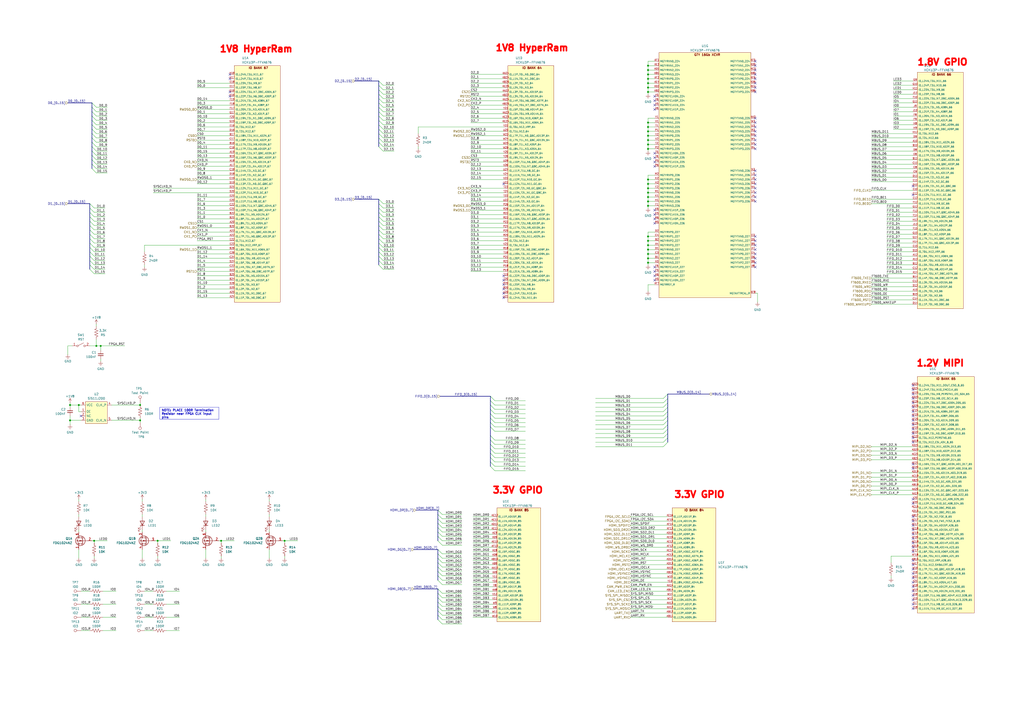
<source format=kicad_sch>
(kicad_sch (version 20231120) (generator "eeschema") (generator_version "8.0")
  (paper "A2")
  (title_block (title "FPGA IO") (date "2024-10-06") (rev "2.0") (company "Drexel University") (comment 1 "Designed by John Hofmeyr"))
  (lib_symbols
    (symbol "Connector:TestPoint" (pin_numbers hide) (pin_names (offset 0.762) hide)
      (property "Reference" "TP" (at 0 6.858 0))
      (property "Value" "TestPoint" (at 0 5.08 0))
      (symbol "TestPoint_1_1"
        (pin passive line (at 0 0 90) (length 2.54) (name "1") (number "1"))
      )
    )
    (symbol "Device:C_Small" (pin_numbers hide) (pin_names (offset 0.254) hide)
      (property "Reference" "C" (at 0.254 1.778 0))
      (property "Value" "C_Small" (at 0.254 -2.032 0))
      (symbol "C_Small_1_1"
        (pin passive line (at 0 2.54 270) (length 2.032) (name "~") (number "1"))
        (pin passive line (at 0 -2.54 90) (length 2.032) (name "~") (number "2"))
      )
    )
    (symbol "Device:LED" (pin_numbers hide) (pin_names (offset 1.016) hide)
      (property "Reference" "D" (at 0 2.54 0))
      (property "Value" "LED" (at 0 -2.54 0))
      (symbol "LED_1_1"
        (pin passive line (at -3.81 0 0) (length 2.54) (name "K") (number "1"))
        (pin passive line (at 3.81 0 180) (length 2.54) (name "A") (number "2"))
      )
    )
    (symbol "Device:R_US" (pin_numbers hide) (pin_names (offset 0))
      (property "Reference" "R" (at 2.54 0 90))
      (property "Value" "R_US" (at -2.54 0 90))
      (symbol "R_US_1_1"
        (pin passive line (at 0 3.81 270) (length 1.27) (name "~") (number "1"))
        (pin passive line (at 0 -3.81 90) (length 1.27) (name "~") (number "2"))
      )
    )
    (symbol "FPGA Module:Si511"
      (property "Reference" "U" (at 6.35 5.08 0))
      (property "Value" "Si511J200" (at 6.35 3.175 0))
      (symbol "Si511_1_1"
        (pin passive line (at -2.54 -3.81 0) (length 2.54) (name "OE") (number "1"))
        (pin passive line (at -2.54 -6.35 0) (length 2.54) (name "NC") (number "2"))
        (pin passive line (at -2.54 -8.89 0) (length 2.54) (name "GND") (number "3"))
        (pin passive line (at 15.24 0 180) (length 2.54) (name "CLK_P") (number "4"))
        (pin passive line (at 15.24 -8.89 180) (length 2.54) (name "CLK_N") (number "5"))
        (pin passive line (at -2.54 0 0) (length 2.54) (name "VCC") (number "6"))
      )
    )
    (symbol "FPGA Module:XCKU3P-FFVA676"
      (property "Reference" "U" (at 12.7 3.81 0))
      (property "Value" "XCKU3P-FFVA676" (at 12.7 1.27 0))
      (symbol "XCKU3P-FFVA676_1_0"
        (pin bidirectional line (at -2.54 -58.42 0) (length 2.54) (name "IO_L15P_T2L_N4_AD11P_67") (number "A17"))
        (pin bidirectional line (at -2.54 -55.88 0) (length 2.54) (name "IO_L15N_T2L_N5_AD11N_67") (number "A18"))
        (pin bidirectional line (at -2.54 -50.8 0) (length 2.54) (name "IO_L16N_T2U_N7_QBC_AD3N_67") (number "A19"))
        (pin bidirectional line (at -2.54 -91.44 0) (length 2.54) (name "IO_L8N_T1L_N3_AD5N_67") (number "A20"))
        (pin bidirectional line (at -2.54 -99.06 0) (length 2.54) (name "IO_L7P_T1L_N0_QBC_AD13P_67") (number "A22"))
        (pin bidirectional line (at -2.54 -96.52 0) (length 2.54) (name "IO_L7N_T1L_N1_QBC_AD13N_67") (number "A23"))
        (pin bidirectional line (at -2.54 -134.62 0) (length 2.54) (name "IO_L1P_T0L_N0_DBC_67") (number "A24"))
        (pin bidirectional line (at -2.54 -132.08 0) (length 2.54) (name "IO_L1N_T0L_N1_DBC_67") (number "A25"))
        (pin bidirectional line (at -2.54 -45.72 0) (length 2.54) (name "IO_L17N_T2U_N9_AD10N_67") (number "B16"))
        (pin bidirectional line (at -2.54 -40.64 0) (length 2.54) (name "IO_L18N_T2U_N11_AD2N_67") (number "B17"))
        (pin bidirectional line (at -2.54 -53.34 0) (length 2.54) (name "IO_L16P_T2U_N6_QBC_AD3P_67") (number "B19"))
        (pin bidirectional line (at -2.54 -93.98 0) (length 2.54) (name "IO_L8P_T1L_N2_AD5P_67") (number "B20"))
        (pin bidirectional line (at -2.54 -88.9 0) (length 2.54) (name "IO_L9P_T1L_N4_AD12P_67") (number "B21"))
        (pin bidirectional line (at -2.54 -86.36 0) (length 2.54) (name "IO_L9N_T1L_N5_AD12N_67") (number "B22"))
        (pin bidirectional line (at -2.54 -124.46 0) (length 2.54) (name "IO_L3P_T0L_N4_AD15P_67") (number "B24"))
        (pin bidirectional line (at -2.54 -121.92 0) (length 2.54) (name "IO_L3N_T0L_N5_AD15N_67") (number "B25"))
        (pin bidirectional line (at -2.54 -106.68 0) (length 2.54) (name "IO_L6N_T0U_N11_AD6N_67") (number "B26"))
        (pin bidirectional line (at -2.54 -48.26 0) (length 2.54) (name "IO_L17P_T2U_N8_AD10P_67") (number "C16"))
        (pin bidirectional line (at -2.54 -43.18 0) (length 2.54) (name "IO_L18P_T2U_N10_AD2P_67") (number "C17"))
        (pin bidirectional line (at -2.54 -60.96 0) (length 2.54) (name "IO_L14N_T2L_N3_GC_67") (number "C18"))
        (pin bidirectional line (at -2.54 -66.04 0) (length 2.54) (name "IO_L13N_T2L_N1_GC_QBC_67") (number "C19"))
        (pin bidirectional line (at -2.54 -83.82 0) (length 2.54) (name "IO_L10P_T1U_N6_QBC_AD4P_67") (number "C21"))
        (pin bidirectional line (at -2.54 -81.28 0) (length 2.54) (name "IO_L10N_T1U_N7_QBC_AD4N_67") (number "C22"))
        (pin bidirectional line (at -2.54 -116.84 0) (length 2.54) (name "IO_L4N_T0U_N7_DBC_AD7N_67") (number "C23"))
        (pin bidirectional line (at -2.54 -111.76 0) (length 2.54) (name "IO_L5N_T0U_N9_AD14N_67") (number "C24"))
        (pin bidirectional line (at -2.54 -109.22 0) (length 2.54) (name "IO_L6P_T0U_N10_AD6P_67") (number "C26"))
        (pin bidirectional line (at -2.54 -38.1 0) (length 2.54) (name "IO_T2U_N12_67") (number "D16"))
        (pin bidirectional line (at -2.54 -63.5 0) (length 2.54) (name "IO_L14P_T2L_N2_GC_67") (number "D18"))
        (pin bidirectional line (at -2.54 -68.58 0) (length 2.54) (name "IO_L13P_T2L_N0_GC_QBC_67") (number "D19"))
        (pin bidirectional line (at -2.54 -73.66 0) (length 2.54) (name "IO_L12P_T1U_N10_GC_67") (number "D20"))
        (pin bidirectional line (at -2.54 -71.12 0) (length 2.54) (name "IO_L12N_T1U_N11_GC_67") (number "D21"))
        (pin bidirectional line (at -2.54 -119.38 0) (length 2.54) (name "IO_L4P_T0U_N6_DBC_AD7P_67") (number "D23"))
        (pin bidirectional line (at -2.54 -114.3 0) (length 2.54) (name "IO_L5P_T0U_N8_AD14P_67") (number "D24"))
        (pin bidirectional line (at -2.54 -129.54 0) (length 2.54) (name "IO_L2P_T0L_N2_67") (number "D25"))
        (pin bidirectional line (at -2.54 -127 0) (length 2.54) (name "IO_L2N_T0L_N3_67") (number "D26"))
        (pin bidirectional line (at -2.54 -35.56 0) (length 2.54) (name "IO_T3U_N12_67") (number "E16"))
        (pin bidirectional line (at -2.54 -12.7 0) (length 2.54) (name "IO_L23P_T3U_N8_67") (number "E17"))
        (pin bidirectional line (at -2.54 -10.16 0) (length 2.54) (name "IO_L23N_T3U_N9_67") (number "E18"))
        (pin bidirectional line (at -2.54 -78.74 0) (length 2.54) (name "IO_L11P_T1U_N8_GC_67") (number "E20"))
        (pin bidirectional line (at -2.54 -76.2 0) (length 2.54) (name "IO_L11N_T1U_N9_GC_67") (number "E21"))
        (pin bidirectional line (at -2.54 -101.6 0) (length 2.54) (name "IO_T1U_N12_67") (number "E22"))
        (pin bidirectional line (at -2.54 -104.14 0) (length 2.54) (name "IO_T0U_N12_VRP_67") (number "E23"))
        (pin bidirectional line (at -2.54 -25.4 0) (length 2.54) (name "IO_L20N_T3L_N3_AD1N_67") (number "F17"))
        (pin bidirectional line (at -2.54 -22.86 0) (length 2.54) (name "IO_L21P_T3L_N4_AD8P_67") (number "F18"))
        (pin bidirectional line (at -2.54 -20.32 0) (length 2.54) (name "IO_L21N_T3L_N5_AD8N_67") (number "F19"))
        (pin bidirectional line (at -2.54 -30.48 0) (length 2.54) (name "IO_L19N_T3L_N1_DBC_AD9N_67") (number "F20"))
        (pin bidirectional line (at -2.54 -15.24 0) (length 2.54) (name "IO_L22N_T3U_N7_DBC_AD0N_67") (number "G16"))
        (pin bidirectional line (at -2.54 -27.94 0) (length 2.54) (name "IO_L20P_T3L_N2_AD1P_67") (number "G17"))
        (pin bidirectional line (at -2.54 -33.02 0) (length 2.54) (name "IO_L19P_T3L_N0_DBC_AD9P_67") (number "G19"))
        (pin bidirectional line (at -2.54 -17.78 0) (length 2.54) (name "IO_L22P_T3U_N6_DBC_AD0P_67") (number "H16"))
        (pin bidirectional line (at -2.54 -7.62 0) (length 2.54) (name "IO_L24P_T3U_N10_67") (number "H17"))
        (pin bidirectional line (at -2.54 -5.08 0) (length 2.54) (name "IO_L24N_T3U_N11_67") (number "H18"))
      )
      (symbol "XCKU3P-FFVA676_1_1"
        (text "IO BANK 67" (at 13.97 -1.27 0) (effects (font (size 1.27 1.27) (bold yes))))
      )
      (symbol "XCKU3P-FFVA676_2_0"
        (pin bidirectional line (at -2.54 -40.64 0) (length 2.54) (name "IO_L18N_T2U_N11_AD2N_66") (number "A10"))
        (pin bidirectional line (at -2.54 -106.68 0) (length 2.54) (name "IO_L6N_T0U_N11_AD6N_66") (number "A12"))
        (pin bidirectional line (at -2.54 -109.22 0) (length 2.54) (name "IO_L6P_T0U_N10_AD6P_66") (number "A13"))
        (pin bidirectional line (at -2.54 -116.84 0) (length 2.54) (name "IO_L4N_T0U_N7_DBC_AD7N_66") (number "A14"))
        (pin bidirectional line (at -2.54 -127 0) (length 2.54) (name "IO_L2N_T0L_N3_66") (number "A15"))
        (pin bidirectional line (at -2.54 -43.18 0) (length 2.54) (name "IO_L18P_T2U_N10_AD2P_66") (number "B10"))
        (pin bidirectional line (at -2.54 -50.8 0) (length 2.54) (name "IO_L16N_T2U_N7_QBC_AD3N_66") (number "B11"))
        (pin bidirectional line (at -2.54 -111.76 0) (length 2.54) (name "IO_L5N_T0U_N9_AD14N_66") (number "B12"))
        (pin bidirectional line (at -2.54 -119.38 0) (length 2.54) (name "IO_L4P_T0U_N6_DBC_AD7P_66") (number "B14"))
        (pin bidirectional line (at -2.54 -129.54 0) (length 2.54) (name "IO_L2P_T0L_N2_66") (number "B15"))
        (pin bidirectional line (at -2.54 -53.34 0) (length 2.54) (name "IO_L16P_T2U_N6_QBC_AD3P_66") (number "C11"))
        (pin bidirectional line (at -2.54 -114.3 0) (length 2.54) (name "IO_L5P_T0U_N8_AD14P_66") (number "C12"))
        (pin bidirectional line (at -2.54 -121.92 0) (length 2.54) (name "IO_L3N_T0L_N5_AD15N_66") (number "C13"))
        (pin bidirectional line (at -2.54 -132.08 0) (length 2.54) (name "IO_L1N_T0L_N1_DBC_66") (number "C14"))
        (pin bidirectional line (at -2.54 -55.88 0) (length 2.54) (name "IO_L15N_T2L_N5_AD11N_66") (number "C8"))
        (pin bidirectional line (at -2.54 -58.42 0) (length 2.54) (name "IO_L15P_T2L_N4_AD11P_66") (number "C9"))
        (pin bidirectional line (at -2.54 -66.04 0) (length 2.54) (name "IO_L13N_T2L_N1_GC_QBC_66") (number "D10"))
        (pin bidirectional line (at -2.54 -60.96 0) (length 2.54) (name "IO_L14N_T2L_N3_GC_66") (number "D11"))
        (pin bidirectional line (at -2.54 -124.46 0) (length 2.54) (name "IO_L3P_T0L_N4_AD15P_66") (number "D13"))
        (pin bidirectional line (at -2.54 -134.62 0) (length 2.54) (name "IO_L1P_T0L_N0_DBC_66") (number "D14"))
        (pin bidirectional line (at -2.54 -104.14 0) (length 2.54) (name "IO_T0U_N12_VRP_66") (number "D15"))
        (pin bidirectional line (at -2.54 -45.72 0) (length 2.54) (name "IO_L17N_T2U_N9_AD10N_66") (number "D8"))
        (pin bidirectional line (at -2.54 -38.1 0) (length 2.54) (name "IO_T2U_N12_66") (number "D9"))
        (pin bidirectional line (at -2.54 -68.58 0) (length 2.54) (name "IO_L13P_T2L_N0_GC_QBC_66") (number "E10"))
        (pin bidirectional line (at -2.54 -63.5 0) (length 2.54) (name "IO_L14P_T2L_N2_GC_66") (number "E11"))
        (pin bidirectional line (at -2.54 -71.12 0) (length 2.54) (name "IO_L12N_T1U_N11_GC_66") (number "E12"))
        (pin bidirectional line (at -2.54 -73.66 0) (length 2.54) (name "IO_L12P_T1U_N10_GC_66") (number "E13"))
        (pin bidirectional line (at -2.54 -101.6 0) (length 2.54) (name "IO_T1U_N12_66") (number "E15"))
        (pin bidirectional line (at -2.54 -48.26 0) (length 2.54) (name "IO_L17P_T2U_N8_AD10P_66") (number "E8"))
        (pin bidirectional line (at -2.54 -15.24 0) (length 2.54) (name "IO_L22N_T3U_N7_DBC_AD0N_66") (number "F10"))
        (pin bidirectional line (at -2.54 -76.2 0) (length 2.54) (name "IO_L11N_T1U_N9_GC_66") (number "F12"))
        (pin bidirectional line (at -2.54 -81.28 0) (length 2.54) (name "IO_L10N_T1U_N7_QBC_AD4N_66") (number "F13"))
        (pin bidirectional line (at -2.54 -83.82 0) (length 2.54) (name "IO_L10P_T1U_N6_QBC_AD4P_66") (number "F14"))
        (pin bidirectional line (at -2.54 -91.44 0) (length 2.54) (name "IO_L8N_T1L_N3_AD5N_66") (number "F15"))
        (pin bidirectional line (at -2.54 -25.4 0) (length 2.54) (name "IO_L20N_T3L_N3_AD1N_66") (number "F8"))
        (pin bidirectional line (at -2.54 -27.94 0) (length 2.54) (name "IO_L20P_T3L_N2_AD1P_66") (number "F9"))
        (pin bidirectional line (at -2.54 -7.62 0) (length 2.54) (name "IO_L24P_T3U_N10_66") (number "G10"))
        (pin bidirectional line (at -2.54 -17.78 0) (length 2.54) (name "IO_L22P_T3U_N6_DBC_AD0P_66") (number "G11"))
        (pin bidirectional line (at -2.54 -78.74 0) (length 2.54) (name "IO_L11P_T1U_N8_GC_66") (number "G12"))
        (pin bidirectional line (at -2.54 -96.52 0) (length 2.54) (name "IO_L7N_T1L_N1_QBC_AD13N_66") (number "G14"))
        (pin bidirectional line (at -2.54 -93.98 0) (length 2.54) (name "IO_L8P_T1L_N2_AD5P_66") (number "G15"))
        (pin bidirectional line (at -2.54 -5.08 0) (length 2.54) (name "IO_L24N_T3U_N11_66") (number "G9"))
        (pin bidirectional line (at -2.54 -10.16 0) (length 2.54) (name "IO_L23N_T3U_N9_66") (number "H11"))
        (pin bidirectional line (at -2.54 -35.56 0) (length 2.54) (name "IO_T3U_N12_66") (number "H12"))
        (pin bidirectional line (at -2.54 -86.36 0) (length 2.54) (name "IO_L9N_T1L_N5_AD12N_66") (number "H13"))
        (pin bidirectional line (at -2.54 -99.06 0) (length 2.54) (name "IO_L7P_T1L_N0_QBC_AD13P_66") (number "H14"))
        (pin bidirectional line (at -2.54 -30.48 0) (length 2.54) (name "IO_L19N_T3L_N1_DBC_AD9N_66") (number "H8"))
        (pin bidirectional line (at -2.54 -33.02 0) (length 2.54) (name "IO_L19P_T3L_N0_DBC_AD9P_66") (number "H9"))
        (pin bidirectional line (at -2.54 -22.86 0) (length 2.54) (name "IO_L21P_T3L_N4_AD8P_66") (number "J10"))
        (pin bidirectional line (at -2.54 -12.7 0) (length 2.54) (name "IO_L23P_T3U_N8_66") (number "J11"))
        (pin bidirectional line (at -2.54 -88.9 0) (length 2.54) (name "IO_L9P_T1L_N4_AD12P_66") (number "J13"))
        (pin bidirectional line (at -2.54 -20.32 0) (length 2.54) (name "IO_L21N_T3L_N5_AD8N_66") (number "J9"))
      )
      (symbol "XCKU3P-FFVA676_2_1"
        (text "IO BANK 66\n" (at 13.97 -1.27 0) (effects (font (size 1.27 1.27) (bold yes))))
      )
      (symbol "XCKU3P-FFVA676_3_0"
        (pin bidirectional line (at -2.54 -109.22 0) (length 2.54) (name "IO_T1U_N12_SMBALERT_65") (number "AA17"))
        (pin bidirectional line (at -2.54 -38.1 0) (length 2.54) (name "IO_T2U_N12_CSI_ADV_B_65") (number "AA18"))
        (pin bidirectional line (at -2.54 -68.58 0) (length 2.54) (name "IO_L13P_T2L_N0_GC_QBC_A06_D22_65") (number "AA19"))
        (pin bidirectional line (at -2.54 -66.04 0) (length 2.54) (name "IO_L13N_T2L_N1_GC_QBC_A07_D23_65") (number "AA20"))
        (pin bidirectional line (at -2.54 -106.68 0) (length 2.54) (name "IO_T0U_N12_VRP_A28_65") (number "AB16"))
        (pin bidirectional line (at -2.54 -81.28 0) (length 2.54) (name "IO_L2P_T0L_N2_FOE_B_65") (number "AB17"))
        (pin bidirectional line (at -2.54 -63.5 0) (length 2.54) (name "IO_L14P_T2L_N2_GC_A04_D20_65") (number "AB19"))
        (pin bidirectional line (at -2.54 -60.96 0) (length 2.54) (name "IO_L14N_T2L_N3_GC_A05_D21_65") (number "AB20"))
        (pin bidirectional line (at -2.54 -48.26 0) (length 2.54) (name "IO_L17P_T2U_N8_AD10P_D14_65") (number "AB21"))
        (pin bidirectional line (at -2.54 -76.2 0) (length 2.54) (name "IO_L1P_T0L_N0_DBC_RS0_65") (number "AC16"))
        (pin bidirectional line (at -2.54 -83.82 0) (length 2.54) (name "IO_L2N_T0L_N3_FWE_FCS2_B_65") (number "AC17"))
        (pin bidirectional line (at -2.54 -96.52 0) (length 2.54) (name "IO_L5P_T0U_N8_AD14P_A22_65") (number "AC18"))
        (pin bidirectional line (at -2.54 -58.42 0) (length 2.54) (name "IO_L15P_T2L_N4_AD11P_A02_D18_65") (number "AC19"))
        (pin bidirectional line (at -2.54 -45.72 0) (length 2.54) (name "IO_L17N_T2U_N9_AD10N_D15_65") (number "AC21"))
        (pin bidirectional line (at -2.54 -35.56 0) (length 2.54) (name "IO_T3U_N12_PERSTN0_65") (number "AC22"))
        (pin bidirectional line (at -2.54 -78.74 0) (length 2.54) (name "IO_L1N_T0L_N1_DBC_RS1_65") (number "AD16"))
        (pin bidirectional line (at -2.54 -99.06 0) (length 2.54) (name "IO_L5N_T0U_N9_AD14N_A23_65") (number "AD18"))
        (pin bidirectional line (at -2.54 -55.88 0) (length 2.54) (name "IO_L15N_T2L_N5_AD11N_A03_D19_65") (number "AD19"))
        (pin bidirectional line (at -2.54 -43.18 0) (length 2.54) (name "IO_L18P_T2U_N10_AD2P_D12_65") (number "AD20"))
        (pin bidirectional line (at -2.54 -40.64 0) (length 2.54) (name "IO_L18N_T2U_N11_AD2N_D13_65") (number "AD21"))
        (pin bidirectional line (at -2.54 -12.7 0) (length 2.54) (name "IO_L23P_T3U_N8_I2C_SCLK_65") (number "AD23"))
        (pin bidirectional line (at -2.54 -7.62 0) (length 2.54) (name "IO_L24P_T3U_N10_EMCCLK_65") (number "AD24"))
        (pin bidirectional line (at -2.54 -5.08 0) (length 2.54) (name "IO_L24N_T3U_N11_DOUT_CSO_B_65") (number "AD25"))
        (pin bidirectional line (at -2.54 -17.78 0) (length 2.54) (name "IO_L22P_T3U_N6_DBC_AD0P_D04_65") (number "AD26"))
        (pin bidirectional line (at -2.54 -86.36 0) (length 2.54) (name "IO_L3P_T0L_N4_AD15P_A26_65") (number "AE17"))
        (pin bidirectional line (at -2.54 -88.9 0) (length 2.54) (name "IO_L3N_T0L_N5_AD15N_A27_65") (number "AE18"))
        (pin bidirectional line (at -2.54 -53.34 0) (length 2.54) (name "IO_L16P_T2U_N6_QBC_AD3P_A00_D16_65") (number "AE20"))
        (pin bidirectional line (at -2.54 -50.8 0) (length 2.54) (name "IO_L16N_T2U_N7_QBC_AD3N_A01_D17_65") (number "AE21"))
        (pin bidirectional line (at -2.54 -33.02 0) (length 2.54) (name "IO_L19P_T3L_N0_DBC_AD9P_D10_65") (number "AE22"))
        (pin bidirectional line (at -2.54 -10.16 0) (length 2.54) (name "IO_L23N_T3U_N9_PERSTN1_I2C_SDA_65") (number "AE23"))
        (pin bidirectional line (at -2.54 -27.94 0) (length 2.54) (name "IO_L20P_T3L_N2_AD1P_D08_65") (number "AE25"))
        (pin bidirectional line (at -2.54 -15.24 0) (length 2.54) (name "IO_L22N_T3U_N7_DBC_AD0N_D05_65") (number "AE26"))
        (pin bidirectional line (at -2.54 -101.6 0) (length 2.54) (name "IO_L6P_T0U_N10_AD6P_A20_65") (number "AF17"))
        (pin bidirectional line (at -2.54 -104.14 0) (length 2.54) (name "IO_L6N_T0U_N11_AD6N_A21_65") (number "AF18"))
        (pin bidirectional line (at -2.54 -91.44 0) (length 2.54) (name "IO_L4P_T0U_N6_DBC_AD7P_A24_65") (number "AF19"))
        (pin bidirectional line (at -2.54 -93.98 0) (length 2.54) (name "IO_L4N_T0U_N7_DBC_AD7N_A25_65") (number "AF20"))
        (pin bidirectional line (at -2.54 -30.48 0) (length 2.54) (name "IO_L19N_T3L_N1_DBC_AD9N_D11_65") (number "AF22"))
        (pin bidirectional line (at -2.54 -22.86 0) (length 2.54) (name "IO_L21P_T3L_N4_AD8P_D06_65") (number "AF23"))
        (pin bidirectional line (at -2.54 -20.32 0) (length 2.54) (name "IO_L21N_T3L_N5_AD8N_D07_65") (number "AF24"))
        (pin bidirectional line (at -2.54 -25.4 0) (length 2.54) (name "IO_L20N_T3L_N3_AD1N_D09_65") (number "AF25"))
        (pin bidirectional line (at -2.54 -127 0) (length 2.54) (name "IO_L10P_T1U_N6_QBC_AD4P_A12_D28_65") (number "V18"))
        (pin bidirectional line (at -2.54 -129.54 0) (length 2.54) (name "IO_L10N_T1U_N7_QBC_AD4N_A13_D29_65") (number "V19"))
        (pin bidirectional line (at -2.54 -111.76 0) (length 2.54) (name "IO_L7P_T1L_N0_QBC_AD13P_A18_65") (number "W16"))
        (pin bidirectional line (at -2.54 -121.92 0) (length 2.54) (name "IO_L9P_T1L_N4_AD12P_A14_D30_65") (number "W18"))
        (pin bidirectional line (at -2.54 -124.46 0) (length 2.54) (name "IO_L9N_T1L_N5_AD12N_A15_D31_65") (number "W19"))
        (pin bidirectional line (at -2.54 -73.66 0) (length 2.54) (name "IO_L12P_T1U_N10_GC_A08_D24_65") (number "W20"))
        (pin bidirectional line (at -2.54 -116.84 0) (length 2.54) (name "IO_L8P_T1L_N2_AD5P_A16_65") (number "W21"))
        (pin bidirectional line (at -2.54 -114.3 0) (length 2.54) (name "IO_L7N_T1L_N1_QBC_AD13N_A19_65") (number "Y16"))
        (pin bidirectional line (at -2.54 -132.08 0) (length 2.54) (name "IO_L11P_T1U_N8_GC_A10_D26_65") (number "Y17"))
        (pin bidirectional line (at -2.54 -134.62 0) (length 2.54) (name "IO_L11N_T1U_N9_GC_A11_D27_65") (number "Y18"))
        (pin bidirectional line (at -2.54 -71.12 0) (length 2.54) (name "IO_L12N_T1U_N11_GC_A09_D25_65") (number "Y20"))
        (pin bidirectional line (at -2.54 -119.38 0) (length 2.54) (name "IO_L8N_T1L_N3_AD5N_A17_65") (number "Y21"))
      )
      (symbol "XCKU3P-FFVA676_3_1"
        (text "IO BANK 65\n" (at 16.51 -1.27 0) (effects (font (size 1.27 1.27) (bold yes))))
      )
      (symbol "XCKU3P-FFVA676_4_0"
        (pin bidirectional line (at -2.54 -15.24 0) (length 2.54) (name "IO_L3P_T0L_N4_AD15P_64") (number "AA22"))
        (pin bidirectional line (at -2.54 -27.94 0) (length 2.54) (name "IO_L5N_T0U_N9_AD14N_64") (number "AA23"))
        (pin bidirectional line (at -2.54 -5.08 0) (length 2.54) (name "IO_L1P_T0L_N0_DBC_64") (number "AA24"))
        (pin bidirectional line (at -2.54 -20.32 0) (length 2.54) (name "IO_L4P_T0U_N6_DBC_AD7P_64") (number "AA25"))
        (pin bidirectional line (at -2.54 -17.78 0) (length 2.54) (name "IO_L3N_T0L_N5_AD15N_64") (number "AB22"))
        (pin bidirectional line (at -2.54 -7.62 0) (length 2.54) (name "IO_L1N_T0L_N1_DBC_64") (number "AB24"))
        (pin bidirectional line (at -2.54 -22.86 0) (length 2.54) (name "IO_L4N_T0U_N7_DBC_AD7N_64") (number "AB25"))
        (pin bidirectional line (at -2.54 -10.16 0) (length 2.54) (name "IO_L2P_T0L_N2_64") (number "AB26"))
        (pin bidirectional line (at -2.54 -30.48 0) (length 2.54) (name "IO_L6P_T0U_N10_AD6P_64") (number "AC23"))
        (pin bidirectional line (at -2.54 -33.02 0) (length 2.54) (name "IO_L6N_T0U_N11_AD6N_64") (number "AC24"))
        (pin bidirectional line (at -2.54 -12.7 0) (length 2.54) (name "IO_L2N_T0L_N3_64") (number "AC26"))
        (pin bidirectional line (at -2.54 -116.84 0) (length 2.54) (name "IO_L21P_T3L_N4_AD8P_64") (number "P18"))
        (pin bidirectional line (at -2.54 -119.38 0) (length 2.54) (name "IO_L21N_T3L_N5_AD8N_64") (number "P19"))
        (pin bidirectional line (at -2.54 -127 0) (length 2.54) (name "IO_L23P_T3U_N8_64") (number "P20"))
        (pin bidirectional line (at -2.54 -111.76 0) (length 2.54) (name "IO_L20P_T3L_N2_AD1P_64") (number "P21"))
        (pin bidirectional line (at -2.54 -91.44 0) (length 2.54) (name "IO_L17P_T2U_N8_AD10P_64") (number "P23"))
        (pin bidirectional line (at -2.54 -93.98 0) (length 2.54) (name "IO_L17N_T2U_N9_AD10N_64") (number "P24"))
        (pin bidirectional line (at -2.54 -96.52 0) (length 2.54) (name "IO_L18P_T2U_N10_AD2P_64") (number "P25"))
        (pin bidirectional line (at -2.54 -81.28 0) (length 2.54) (name "IO_L15P_T2L_N4_AD11P_64") (number "P26"))
        (pin bidirectional line (at -2.54 -106.68 0) (length 2.54) (name "IO_L19P_T3L_N0_DBC_AD9P_64") (number "R18"))
        (pin bidirectional line (at -2.54 -129.54 0) (length 2.54) (name "IO_L23N_T3U_N9_64") (number "R20"))
        (pin bidirectional line (at -2.54 -114.3 0) (length 2.54) (name "IO_L20N_T3L_N3_AD1N_64") (number "R21"))
        (pin bidirectional line (at -2.54 -86.36 0) (length 2.54) (name "IO_L16P_T2U_N6_QBC_AD3P_64") (number "R22"))
        (pin bidirectional line (at -2.54 -88.9 0) (length 2.54) (name "IO_L16N_T2U_N7_QBC_AD3N_64") (number "R23"))
        (pin bidirectional line (at -2.54 -99.06 0) (length 2.54) (name "IO_L18N_T2U_N11_AD2N_64") (number "R25"))
        (pin bidirectional line (at -2.54 -83.82 0) (length 2.54) (name "IO_L15N_T2L_N5_AD11N_64") (number "R26"))
        (pin bidirectional line (at -2.54 -109.22 0) (length 2.54) (name "IO_L19N_T3L_N1_DBC_AD9N_64") (number "T18"))
        (pin bidirectional line (at -2.54 -121.92 0) (length 2.54) (name "IO_L22P_T3U_N6_DBC_AD0P_64") (number "T19"))
        (pin bidirectional line (at -2.54 -124.46 0) (length 2.54) (name "IO_L22N_T3U_N7_DBC_AD0N_64") (number "T20"))
        (pin bidirectional line (at -2.54 -76.2 0) (length 2.54) (name "IO_L14P_T2L_N2_GC_64") (number "T22"))
        (pin bidirectional line (at -2.54 -71.12 0) (length 2.54) (name "IO_L13P_T2L_N0_GC_QBC_64") (number "T23"))
        (pin bidirectional line (at -2.54 -73.66 0) (length 2.54) (name "IO_L13N_T2L_N1_GC_QBC_64") (number "T24"))
        (pin bidirectional line (at -2.54 -101.6 0) (length 2.54) (name "IO_T2U_N12_64") (number "T25"))
        (pin bidirectional line (at -2.54 -132.08 0) (length 2.54) (name "IO_L24P_T3U_N10_64") (number "U20"))
        (pin bidirectional line (at -2.54 -134.62 0) (length 2.54) (name "IO_L24N_T3U_N11_64") (number "U21"))
        (pin bidirectional line (at -2.54 -78.74 0) (length 2.54) (name "IO_L14N_T2L_N3_GC_64") (number "U22"))
        (pin bidirectional line (at -2.54 -60.96 0) (length 2.54) (name "IO_L11P_T1U_N8_GC_64") (number "U24"))
        (pin bidirectional line (at -2.54 -38.1 0) (length 2.54) (name "IO_T1U_N12_64") (number "U25"))
        (pin bidirectional line (at -2.54 -55.88 0) (length 2.54) (name "IO_L10P_T1U_N6_QBC_AD4P_64") (number "U26"))
        (pin bidirectional line (at -2.54 -104.14 0) (length 2.54) (name "IO_T3U_N12_64") (number "V21"))
        (pin bidirectional line (at -2.54 -66.04 0) (length 2.54) (name "IO_L12P_T1U_N10_GC_64") (number "V22"))
        (pin bidirectional line (at -2.54 -68.58 0) (length 2.54) (name "IO_L12N_T1U_N11_GC_64") (number "V23"))
        (pin bidirectional line (at -2.54 -63.5 0) (length 2.54) (name "IO_L11N_T1U_N9_GC_64") (number "V24"))
        (pin bidirectional line (at -2.54 -58.42 0) (length 2.54) (name "IO_L10N_T1U_N7_QBC_AD4N_64") (number "V26"))
        (pin bidirectional line (at -2.54 -40.64 0) (length 2.54) (name "IO_L7P_T1L_N0_QBC_AD13P_64") (number "W23"))
        (pin bidirectional line (at -2.54 -43.18 0) (length 2.54) (name "IO_L7N_T1L_N1_QBC_AD13N_64") (number "W24"))
        (pin bidirectional line (at -2.54 -45.72 0) (length 2.54) (name "IO_L8P_T1L_N2_AD5P_64") (number "W25"))
        (pin bidirectional line (at -2.54 -48.26 0) (length 2.54) (name "IO_L8N_T1L_N3_AD5N_64") (number "W26"))
        (pin bidirectional line (at -2.54 -35.56 0) (length 2.54) (name "IO_T0U_N12_VRP_64") (number "Y22"))
        (pin bidirectional line (at -2.54 -25.4 0) (length 2.54) (name "IO_L5P_T0U_N8_AD14P_64") (number "Y23"))
        (pin bidirectional line (at -2.54 -50.8 0) (length 2.54) (name "IO_L9P_T1L_N4_AD12P_64") (number "Y25"))
        (pin bidirectional line (at -2.54 -53.34 0) (length 2.54) (name "IO_L9N_T1L_N5_AD12N_64") (number "Y26"))
      )
      (symbol "XCKU3P-FFVA676_4_1"
        (text "IO BANK 64\n" (at 13.97 -1.27 0) (effects (font (size 1.27 1.27) (bold yes))))
      )
      (symbol "XCKU3P-FFVA676_5_0"
        (pin bidirectional line (at -2.54 -35.56 0) (length 2.54) (name "IO_L7P_HDGC_85") (number "AA10"))
        (pin bidirectional line (at -2.54 -48.26 0) (length 2.54) (name "IO_L9N_AD11N_85") (number "AA8"))
        (pin bidirectional line (at -2.54 -38.1 0) (length 2.54) (name "IO_L7N_HDGC_85") (number "AA9"))
        (pin bidirectional line (at -2.54 -30.48 0) (length 2.54) (name "IO_L6P_HDGC_85") (number "AB10"))
        (pin bidirectional line (at -2.54 -33.02 0) (length 2.54) (name "IO_L6N_HDGC_85") (number "AB9"))
        (pin bidirectional line (at -2.54 -7.62 0) (length 2.54) (name "IO_L1N_AD15N_85") (number "AC11"))
        (pin bidirectional line (at -2.54 -5.08 0) (length 2.54) (name "IO_L1P_AD15P_85") (number "AC12"))
        (pin bidirectional line (at -2.54 -25.4 0) (length 2.54) (name "IO_L5P_HDGC_85") (number "AC8"))
        (pin bidirectional line (at -2.54 -15.24 0) (length 2.54) (name "IO_L3P_AD13P_85") (number "AC9"))
        (pin bidirectional line (at -2.54 -10.16 0) (length 2.54) (name "IO_L2P_AD14P_85") (number "AD11"))
        (pin bidirectional line (at -2.54 -27.94 0) (length 2.54) (name "IO_L5N_HDGC_85") (number "AD8"))
        (pin bidirectional line (at -2.54 -17.78 0) (length 2.54) (name "IO_L3N_AD13N_85") (number "AD9"))
        (pin bidirectional line (at -2.54 -20.32 0) (length 2.54) (name "IO_L4P_AD12P_85") (number "AE10"))
        (pin bidirectional line (at -2.54 -12.7 0) (length 2.54) (name "IO_L2N_AD14N_85") (number "AE11"))
        (pin bidirectional line (at -2.54 -22.86 0) (length 2.54) (name "IO_L4N_AD12N_85") (number "AF10"))
        (pin bidirectional line (at -2.54 -53.34 0) (length 2.54) (name "IO_L10N_AD10N_85") (number "V11"))
        (pin bidirectional line (at -2.54 -50.8 0) (length 2.54) (name "IO_L10P_AD10P_85") (number "V12"))
        (pin bidirectional line (at -2.54 -63.5 0) (length 2.54) (name "IO_L12N_AD8N_85") (number "W10"))
        (pin bidirectional line (at -2.54 -60.96 0) (length 2.54) (name "IO_L12P_AD8P_85") (number "W11"))
        (pin bidirectional line (at -2.54 -58.42 0) (length 2.54) (name "IO_L11N_AD9N_85") (number "W8"))
        (pin bidirectional line (at -2.54 -55.88 0) (length 2.54) (name "IO_L11P_AD9P_85") (number "W9"))
        (pin bidirectional line (at -2.54 -43.18 0) (length 2.54) (name "IO_L8N_HDGC_85") (number "Y10"))
        (pin bidirectional line (at -2.54 -40.64 0) (length 2.54) (name "IO_L8P_HDGC_85") (number "Y11"))
        (pin bidirectional line (at -2.54 -45.72 0) (length 2.54) (name "IO_L9P_AD11P_85") (number "Y8"))
      )
      (symbol "XCKU3P-FFVA676_5_1"
        (text "IO BANK 85" (at 12.7 -1.27 0) (effects (font (size 1.27 1.27) (bold yes))))
      )
      (symbol "XCKU3P-FFVA676_6_0"
        (pin bidirectional line (at -2.54 -58.42 0) (length 2.54) (name "IO_L11N_AD1N_84") (number "AA12"))
        (pin bidirectional line (at -2.54 -55.88 0) (length 2.54) (name "IO_L11P_AD1P_84") (number "AA13"))
        (pin bidirectional line (at -2.54 -45.72 0) (length 2.54) (name "IO_L9P_AD3P_84") (number "AA14"))
        (pin bidirectional line (at -2.54 -35.56 0) (length 2.54) (name "IO_L7P_HDGC_AD5P_84") (number "AA15"))
        (pin bidirectional line (at -2.54 -63.5 0) (length 2.54) (name "IO_L12N_AD0N_84") (number "AB11"))
        (pin bidirectional line (at -2.54 -60.96 0) (length 2.54) (name "IO_L12P_AD0P_84") (number "AB12"))
        (pin bidirectional line (at -2.54 -48.26 0) (length 2.54) (name "IO_L9N_AD3N_84") (number "AB14"))
        (pin bidirectional line (at -2.54 -38.1 0) (length 2.54) (name "IO_L7N_HDGC_AD5N_84") (number "AB15"))
        (pin bidirectional line (at -2.54 -27.94 0) (length 2.54) (name "IO_L5N_HDGC_AD7N_84") (number "AC13"))
        (pin bidirectional line (at -2.54 -25.4 0) (length 2.54) (name "IO_L5P_HDGC_AD7P_84") (number "AC14"))
        (pin bidirectional line (at -2.54 -33.02 0) (length 2.54) (name "IO_L6N_HDGC_AD6N_84") (number "AD13"))
        (pin bidirectional line (at -2.54 -30.48 0) (length 2.54) (name "IO_L6P_HDGC_AD6P_84") (number "AD14"))
        (pin bidirectional line (at -2.54 -15.24 0) (length 2.54) (name "IO_L3P_AD9P_84") (number "AD15"))
        (pin bidirectional line (at -2.54 -20.32 0) (length 2.54) (name "IO_L4P_AD8P_84") (number "AE12"))
        (pin bidirectional line (at -2.54 -17.78 0) (length 2.54) (name "IO_L3N_AD9N_84") (number "AE15"))
        (pin bidirectional line (at -2.54 -5.08 0) (length 2.54) (name "IO_L1P_AD11P_84") (number "AE16"))
        (pin bidirectional line (at -2.54 -22.86 0) (length 2.54) (name "IO_L4N_AD8N_84") (number "AF12"))
        (pin bidirectional line (at -2.54 -12.7 0) (length 2.54) (name "IO_L2N_AD10N_84") (number "AF13"))
        (pin bidirectional line (at -2.54 -10.16 0) (length 2.54) (name "IO_L2P_AD10P_84") (number "AF14"))
        (pin bidirectional line (at -2.54 -7.62 0) (length 2.54) (name "IO_L1N_AD11N_84") (number "AF15"))
        (pin bidirectional line (at -2.54 -53.34 0) (length 2.54) (name "IO_L10N_AD2N_84") (number "W13"))
        (pin bidirectional line (at -2.54 -50.8 0) (length 2.54) (name "IO_L10P_AD2P_84") (number "W14"))
        (pin bidirectional line (at -2.54 -40.64 0) (length 2.54) (name "IO_L8P_HDGC_AD4P_84") (number "W15"))
        (pin bidirectional line (at -2.54 -43.18 0) (length 2.54) (name "IO_L8N_HDGC_AD4N_84") (number "Y15"))
      )
      (symbol "XCKU3P-FFVA676_6_1"
        (text "IO BANK 84" (at 12.7 -1.27 0) (effects (font (size 1.27 1.27) (bold yes))))
      )
      (symbol "XCKU3P-FFVA676_7_0"
        (pin input line (at -2.54 -121.92 0) (length 2.54) (name "MGTYRXN3_227") (number "A3"))
        (pin input line (at -2.54 -111.76 0) (length 2.54) (name "MGTYRXP3_227") (number "A4"))
        (pin output line (at 55.88 -114.3 180) (length 2.54) (name "MGTYTXN3_227") (number "A7"))
        (pin output line (at 55.88 -124.46 180) (length 2.54) (name "MGTYTXP3_227") (number "A8"))
        (pin output line (at 55.88 -38.1 180) (length 2.54) (name "MGTYTXN0_225") (number "AA3"))
        (pin output line (at 55.88 -48.26 180) (length 2.54) (name "MGTYTXP0_225") (number "AA4"))
        (pin input line (at -2.54 -12.7 0) (length 2.54) (name "MGTYRXN3_224") (number "AB1"))
        (pin input line (at -2.54 -22.86 0) (length 2.54) (name "MGTYRXP3_224") (number "AB2"))
        (pin output line (at 55.88 -12.7 180) (length 2.54) (name "MGTYTXN3_224") (number "AB5"))
        (pin output line (at 55.88 -22.86 180) (length 2.54) (name "MGTYTXP3_224") (number "AB6"))
        (pin output line (at 55.88 -10.16 180) (length 2.54) (name "MGTYTXN2_224") (number "AC3"))
        (pin output line (at 55.88 -20.32 180) (length 2.54) (name "MGTYTXP2_224") (number "AC4"))
        (pin input line (at -2.54 -10.16 0) (length 2.54) (name "MGTYRXN2_224") (number "AD1"))
        (pin input line (at -2.54 -20.32 0) (length 2.54) (name "MGTYRXP2_224") (number "AD2"))
        (pin output line (at 55.88 -7.62 180) (length 2.54) (name "MGTYTXN1_224") (number "AD5"))
        (pin output line (at 55.88 -17.78 180) (length 2.54) (name "MGTYTXP1_224") (number "AD6"))
        (pin input line (at -2.54 -7.62 0) (length 2.54) (name "MGTYRXN1_224") (number "AE3"))
        (pin input line (at -2.54 -17.78 0) (length 2.54) (name "MGTYRXP1_224") (number "AE4"))
        (pin input line (at -2.54 -5.08 0) (length 2.54) (name "MGTYRXN0_224") (number "AF1"))
        (pin input line (at -2.54 -15.24 0) (length 2.54) (name "MGTYRXP0_224") (number "AF2"))
        (pin output line (at 55.88 -5.08 180) (length 2.54) (name "MGTYTXN0_224") (number "AF5"))
        (pin output line (at 55.88 -15.24 180) (length 2.54) (name "MGTYTXP0_224") (number "AF6"))
        (pin input line (at -2.54 -134.62 0) (length 2.54) (name "MGTRREF_R") (number "AF7"))
        (pin bidirectional line (at 55.88 -139.7 180) (length 2.54) (name "MGTAVTTRCAL_R") (number "AF8"))
        (pin input line (at -2.54 -119.38 0) (length 2.54) (name "MGTYRXN2_227") (number "B1"))
        (pin input line (at -2.54 -109.22 0) (length 2.54) (name "MGTYRXP2_227") (number "B2"))
        (pin output line (at 55.88 -111.76 180) (length 2.54) (name "MGTYTXN2_227") (number "B5"))
        (pin output line (at 55.88 -121.92 180) (length 2.54) (name "MGTYTXP2_227") (number "B6"))
        (pin input line (at -2.54 -116.84 0) (length 2.54) (name "MGTYRXN1_227") (number "C3"))
        (pin input line (at -2.54 -106.68 0) (length 2.54) (name "MGTYRXP1_227") (number "C4"))
        (pin input line (at -2.54 -114.3 0) (length 2.54) (name "MGTYRXN0_227") (number "D1"))
        (pin input line (at -2.54 -104.14 0) (length 2.54) (name "MGTYRXP0_227") (number "D2"))
        (pin output line (at 55.88 -109.22 180) (length 2.54) (name "MGTYTXN1_227") (number "D5"))
        (pin output line (at 55.88 -119.38 180) (length 2.54) (name "MGTYTXP1_227") (number "D6"))
        (pin output line (at 55.88 -106.68 180) (length 2.54) (name "MGTYTXN0_227") (number "E3"))
        (pin output line (at 55.88 -116.84 180) (length 2.54) (name "MGTYTXP0_227") (number "E4"))
        (pin input line (at -2.54 -88.9 0) (length 2.54) (name "MGTYRXN3_226") (number "F1"))
        (pin input line (at -2.54 -78.74 0) (length 2.54) (name "MGTYRXP3_226") (number "F2"))
        (pin input line (at -2.54 -127 0) (length 2.54) (name "MGTREFCLK1N_227") (number "F5"))
        (pin input line (at -2.54 -124.46 0) (length 2.54) (name "MGTREFCLK1P_227") (number "F6"))
        (pin output line (at 55.88 -76.2 180) (length 2.54) (name "MGTYTXN3_226") (number "G3"))
        (pin output line (at 55.88 -86.36 180) (length 2.54) (name "MGTYTXP3_226") (number "G4"))
        (pin input line (at -2.54 -86.36 0) (length 2.54) (name "MGTYRXN2_226") (number "H1"))
        (pin input line (at -2.54 -76.2 0) (length 2.54) (name "MGTYRXP2_226") (number "H2"))
        (pin input line (at -2.54 -132.08 0) (length 2.54) (name "MGTREFCLK0N_227") (number "H5"))
        (pin input line (at -2.54 -129.54 0) (length 2.54) (name "MGTREFCLK0P_227") (number "H6"))
        (pin output line (at 55.88 -73.66 180) (length 2.54) (name "MGTYTXN2_226") (number "J3"))
        (pin output line (at 55.88 -83.82 180) (length 2.54) (name "MGTYTXP2_226") (number "J4"))
        (pin input line (at -2.54 -83.82 0) (length 2.54) (name "MGTYRXN1_226") (number "K1"))
        (pin input line (at -2.54 -73.66 0) (length 2.54) (name "MGTYRXP1_226") (number "K2"))
        (pin input line (at -2.54 -93.98 0) (length 2.54) (name "MGTREFCLK1N_226") (number "K5"))
        (pin input line (at -2.54 -91.44 0) (length 2.54) (name "MGTREFCLK1P_226") (number "K6"))
        (pin output line (at 55.88 -71.12 180) (length 2.54) (name "MGTYTXN1_226") (number "L3"))
        (pin output line (at 55.88 -81.28 180) (length 2.54) (name "MGTYTXP1_226") (number "L4"))
        (pin input line (at -2.54 -81.28 0) (length 2.54) (name "MGTYRXN0_226") (number "M1"))
        (pin input line (at -2.54 -71.12 0) (length 2.54) (name "MGTYRXP0_226") (number "M2"))
        (pin input line (at -2.54 -99.06 0) (length 2.54) (name "MGTREFCLK0N_226") (number "M5"))
        (pin input line (at -2.54 -96.52 0) (length 2.54) (name "MGTREFCLK0P_226") (number "M6"))
        (pin output line (at 55.88 -68.58 180) (length 2.54) (name "MGTYTXN0_226") (number "N3"))
        (pin output line (at 55.88 -78.74 180) (length 2.54) (name "MGTYTXP0_226") (number "N4"))
        (pin input line (at -2.54 -45.72 0) (length 2.54) (name "MGTYRXN3_225") (number "P1"))
        (pin input line (at -2.54 -55.88 0) (length 2.54) (name "MGTYRXP3_225") (number "P2"))
        (pin input line (at -2.54 -63.5 0) (length 2.54) (name "MGTREFCLK1N_225") (number "P5"))
        (pin input line (at -2.54 -66.04 0) (length 2.54) (name "MGTREFCLK1P_225") (number "P6"))
        (pin output line (at 55.88 -45.72 180) (length 2.54) (name "MGTYTXN3_225") (number "R3"))
        (pin output line (at 55.88 -55.88 180) (length 2.54) (name "MGTYTXP3_225") (number "R4"))
        (pin input line (at -2.54 -43.18 0) (length 2.54) (name "MGTYRXN2_225") (number "T1"))
        (pin input line (at -2.54 -53.34 0) (length 2.54) (name "MGTYRXP2_225") (number "T2"))
        (pin input line (at -2.54 -58.42 0) (length 2.54) (name "MGTREFCLK0N_225") (number "T5"))
        (pin input line (at -2.54 -60.96 0) (length 2.54) (name "MGTREFCLK0P_225") (number "T6"))
        (pin output line (at 55.88 -43.18 180) (length 2.54) (name "MGTYTXN2_225") (number "U3"))
        (pin output line (at 55.88 -53.34 180) (length 2.54) (name "MGTYTXP2_225") (number "U4"))
        (pin input line (at -2.54 -40.64 0) (length 2.54) (name "MGTYRXN1_225") (number "V1"))
        (pin input line (at -2.54 -50.8 0) (length 2.54) (name "MGTYRXP1_225") (number "V2"))
        (pin input line (at -2.54 -30.48 0) (length 2.54) (name "MGTREFCLK1N_224") (number "V5"))
        (pin input line (at -2.54 -33.02 0) (length 2.54) (name "MGTREFCLK1P_224") (number "V6"))
        (pin output line (at 55.88 -40.64 180) (length 2.54) (name "MGTYTXN1_225") (number "W3"))
        (pin output line (at 55.88 -50.8 180) (length 2.54) (name "MGTYTXP1_225") (number "W4"))
        (pin input line (at -2.54 -38.1 0) (length 2.54) (name "MGTYRXN0_225") (number "Y1"))
        (pin input line (at -2.54 -48.26 0) (length 2.54) (name "MGTYRXP0_225") (number "Y2"))
        (pin input line (at -2.54 -25.4 0) (length 2.54) (name "MGTREFCLK0N_224") (number "Y5"))
        (pin input line (at -2.54 -27.94 0) (length 2.54) (name "MGTREFCLK0P_224") (number "Y6"))
      )
      (symbol "XCKU3P-FFVA676_7_1"
        (text "GTY 16Gb XCVR" (at 27.94 -1.27 0) (effects (font (size 1.27 1.27) (bold yes))))
      )
      (symbol "XCKU3P-FFVA676_8_0"
        (pin power_in line (at 26.67 -5.08 180) (length 2.54) (name "MGTAVCC_R") (number "AA6"))
        (pin power_in line (at -2.54 -5.08 0) (length 2.54) (name "MGTAVTT_R") (number "AC2"))
        (pin power_in line (at 26.67 -7.62 180) (length 2.54) (name "MGTAVCC_R") (number "AC6"))
        (pin power_in line (at -2.54 -7.62 0) (length 2.54) (name "MGTAVTT_R") (number "AD3"))
        (pin power_in line (at 26.67 -10.16 180) (length 2.54) (name "MGTAVCC_R") (number "AE6"))
        (pin power_in line (at -2.54 -10.16 0) (length 2.54) (name "MGTAVTT_R") (number "C2"))
        (pin power_in line (at 26.67 -12.7 180) (length 2.54) (name "MGTAVCC_R") (number "C6"))
        (pin power_in line (at -2.54 -12.7 0) (length 2.54) (name "MGTAVTT_R") (number "D3"))
        (pin power_in line (at 26.67 -15.24 180) (length 2.54) (name "MGTAVCC_R") (number "E6"))
        (pin power_in line (at -2.54 -15.24 0) (length 2.54) (name "MGTAVTT_R") (number "G2"))
        (pin power_in line (at 26.67 -17.78 180) (length 2.54) (name "MGTAVCC_R") (number "G6"))
        (pin power_in line (at -2.54 -17.78 0) (length 2.54) (name "MGTAVTT_R") (number "H3"))
        (pin power_in line (at 26.67 -35.56 180) (length 2.54) (name "MGTVCCAUX_R") (number "J6"))
        (pin power_in line (at -2.54 -20.32 0) (length 2.54) (name "MGTAVTT_R") (number "L2"))
        (pin power_in line (at 26.67 -20.32 180) (length 2.54) (name "MGTAVCC_R") (number "L6"))
        (pin power_in line (at -2.54 -22.86 0) (length 2.54) (name "MGTAVTT_R") (number "M3"))
        (pin power_in line (at 26.67 -22.86 180) (length 2.54) (name "MGTAVCC_R") (number "N6"))
        (pin power_in line (at -2.54 -25.4 0) (length 2.54) (name "MGTAVTT_R") (number "R2"))
        (pin power_in line (at 26.67 -25.4 180) (length 2.54) (name "MGTAVCC_R") (number "R6"))
        (pin power_in line (at -2.54 -27.94 0) (length 2.54) (name "MGTAVTT_R") (number "T3"))
        (pin power_in line (at 26.67 -27.94 180) (length 2.54) (name "MGTAVCC_R") (number "U6"))
        (pin power_in line (at -2.54 -30.48 0) (length 2.54) (name "MGTAVTT_R") (number "W2"))
        (pin power_in line (at 26.67 -33.02 180) (length 2.54) (name "MGTVCCAUX_R") (number "W6"))
        (pin power_in line (at -2.54 -33.02 0) (length 2.54) (name "MGTAVTT_R") (number "Y3"))
      )
      (symbol "XCKU3P-FFVA676_8_1"
        (text "MGT POWER" (at 11.43 -1.27 0) (effects (font (size 1.27 1.27) (bold yes))))
      )
      (symbol "XCKU3P-FFVA676_9_0"
        (pin power_in line (at 27.94 -5.08 180) (length 2.54) (name "VCCO_67") (number "A16"))
        (pin power_in line (at 27.94 -7.62 180) (length 2.54) (name "VCCO_67") (number "A26"))
        (pin power_in line (at 27.94 -93.98 180) (length 2.54) (name "VCCO_65") (number "AA16"))
        (pin power_in line (at 27.94 -55.88 180) (length 2.54) (name "VCCO_64") (number "AA26"))
        (pin power_in line (at -2.54 -36.83 0) (length 2.54) (name "VCCO_84") (number "AB13"))
        (pin power_in line (at 27.94 -58.42 180) (length 2.54) (name "VCCO_64") (number "AB23"))
        (pin power_in line (at -2.54 -20.32 0) (length 2.54) (name "VCCO_85") (number "AC10"))
        (pin power_in line (at 27.94 -91.44 180) (length 2.54) (name "VCCO_65") (number "AC20"))
        (pin power_in line (at 27.94 -88.9 180) (length 2.54) (name "VCCO_65") (number "AD17"))
        (pin power_in line (at -2.54 -39.37 0) (length 2.54) (name "VCCO_84") (number "AE14"))
        (pin power_in line (at 27.94 -86.36 180) (length 2.54) (name "VCCO_65") (number "AE24"))
        (pin power_in line (at -2.54 -22.86 0) (length 2.54) (name "VCCO_85") (number "AF11"))
        (pin power_in line (at 27.94 -83.82 180) (length 2.54) (name "VCCO_65") (number "AF21"))
        (pin power_in line (at 27.94 -45.72 180) (length 2.54) (name "VCCO_66") (number "B13"))
        (pin power_in line (at 27.94 -10.16 180) (length 2.54) (name "VCCO_67") (number "B23"))
        (pin power_in line (at 27.94 -43.18 180) (length 2.54) (name "VCCO_66") (number "C10"))
        (pin power_in line (at 27.94 -12.7 180) (length 2.54) (name "VCCO_67") (number "C20"))
        (pin power_in line (at 27.94 -15.24 180) (length 2.54) (name "VCCO_67") (number "D17"))
        (pin power_in line (at 27.94 -40.64 180) (length 2.54) (name "VCCO_66") (number "E14"))
        (pin power_in line (at 27.94 -38.1 180) (length 2.54) (name "VCCO_66") (number "F11"))
        (pin power_in line (at 27.94 -17.78 180) (length 2.54) (name "VCCO_67") (number "F21"))
        (pin power_in line (at 27.94 -20.32 180) (length 2.54) (name "VCCO_67") (number "G18"))
        (pin power_in line (at 27.94 -35.56 180) (length 2.54) (name "VCCO_66") (number "G8"))
        (pin power_in line (at 27.94 -33.02 180) (length 2.54) (name "VCCO_66") (number "H15"))
        (pin power_in line (at 27.94 -30.48 180) (length 2.54) (name "VCCO_66") (number "J12"))
        (pin power_in line (at -2.54 -68.58 0) (length 2.54) (name "VREF_66") (number "J14"))
        (pin power_in line (at -2.54 -55.88 0) (length 2.54) (name "VREF_67") (number "J18"))
        (pin power_in line (at 27.94 -60.96 180) (length 2.54) (name "VCCO_64") (number "R24"))
        (pin power_in line (at 27.94 -63.5 180) (length 2.54) (name "VCCO_64") (number "T21"))
        (pin power_in line (at -2.54 -5.08 0) (length 2.54) (name "VCCO_0") (number "T9"))
        (pin power_in line (at 27.94 -66.04 180) (length 2.54) (name "VCCO_64") (number "U18"))
        (pin power_in line (at -2.54 -93.98 0) (length 2.54) (name "VREF_64") (number "U19"))
        (pin power_in line (at -2.54 -81.28 0) (length 2.54) (name "VREF_65") (number "V17"))
        (pin power_in line (at 27.94 -68.58 180) (length 2.54) (name "VCCO_64") (number "V25"))
        (pin power_in line (at -2.54 -7.62 0) (length 2.54) (name "VCCO_0") (number "V9"))
        (pin power_in line (at -2.54 -41.91 0) (length 2.54) (name "VCCO_84") (number "W12"))
        (pin power_in line (at 27.94 -71.12 180) (length 2.54) (name "VCCO_64") (number "W22"))
        (pin power_in line (at 27.94 -81.28 180) (length 2.54) (name "VCCO_65") (number "Y19"))
        (pin power_in line (at -2.54 -25.4 0) (length 2.54) (name "VCCO_85") (number "Y9"))
      )
      (symbol "XCKU3P-FFVA676_9_1"
        (text "IO BANK POWER" (at 12.7 -1.27 0) (effects (font (size 1.27 1.27) (bold yes))))
      )
      (symbol "XCKU3P-FFVA676_10_0"
        (pin power_in line (at -2.54 -6.35 0) (length 2.54) (name "VCCAUX_IO") (number "J16"))
        (pin power_in line (at 26.67 -6.35 180) (length 2.54) (name "VCCINT") (number "K11"))
        (pin power_in line (at 26.67 -8.89 180) (length 2.54) (name "VCCINT") (number "K13"))
        (pin power_in line (at -2.54 -63.5 0) (length 2.54) (name "VCCBRAM") (number "K15"))
        (pin power_in line (at -2.54 -8.89 0) (length 2.54) (name "VCCAUX_IO") (number "K17"))
        (pin power_in line (at 26.67 -11.43 180) (length 2.54) (name "VCCINT") (number "K9"))
        (pin power_in line (at 26.67 -13.97 180) (length 2.54) (name "VCCINT") (number "L10"))
        (pin power_in line (at 26.67 -16.51 180) (length 2.54) (name "VCCINT") (number "L12"))
        (pin power_in line (at 26.67 -19.05 180) (length 2.54) (name "VCCINT") (number "L14"))
        (pin power_in line (at -2.54 -11.43 0) (length 2.54) (name "VCCAUX_IO") (number "L16"))
        (pin power_in line (at 26.67 -21.59 180) (length 2.54) (name "VCCINT") (number "L8"))
        (pin power_in line (at 26.67 -24.13 180) (length 2.54) (name "VCCINT") (number "M11"))
        (pin power_in line (at 26.67 -26.67 180) (length 2.54) (name "VCCINT") (number "M13"))
        (pin power_in line (at -2.54 -60.96 0) (length 2.54) (name "VCCBRAM") (number "M15"))
        (pin power_in line (at -2.54 -13.97 0) (length 2.54) (name "VCCAUX_IO") (number "M17"))
        (pin power_in line (at 26.67 -29.21 180) (length 2.54) (name "VCCINT") (number "M9"))
        (pin power_in line (at 26.67 -31.75 180) (length 2.54) (name "VCCINT") (number "N10"))
        (pin power_in line (at 26.67 -34.29 180) (length 2.54) (name "VCCINT") (number "N14"))
        (pin power_in line (at -2.54 -16.51 0) (length 2.54) (name "VCCAUX_IO") (number "N16"))
        (pin power_in line (at -2.54 -38.1 0) (length 2.54) (name "VCCAUX") (number "N8"))
        (pin power_in line (at 26.67 -36.83 180) (length 2.54) (name "VCCINT") (number "P13"))
        (pin power_in line (at 26.67 -39.37 180) (length 2.54) (name "VCCINT") (number "P15"))
        (pin power_in line (at -2.54 -19.05 0) (length 2.54) (name "VCCAUX_IO") (number "P17"))
        (pin power_in line (at 26.67 -41.91 180) (length 2.54) (name "VCCINT") (number "R10"))
        (pin power_in line (at 26.67 -44.45 180) (length 2.54) (name "VCCINT") (number "R14"))
        (pin power_in line (at -2.54 -80.01 0) (length 2.54) (name "VCCINT_IO") (number "R16"))
        (pin power_in line (at -2.54 -40.64 0) (length 2.54) (name "VCCAUX") (number "R8"))
        (pin power_in line (at 26.67 -46.99 180) (length 2.54) (name "VCCINT") (number "T13"))
        (pin power_in line (at 26.67 -49.53 180) (length 2.54) (name "VCCINT") (number "T15"))
        (pin power_in line (at -2.54 -21.59 0) (length 2.54) (name "VCCAUX_IO") (number "T17"))
        (pin power_in line (at 26.67 -52.07 180) (length 2.54) (name "VCCINT") (number "U10"))
        (pin power_in line (at 26.67 -54.61 180) (length 2.54) (name "VCCINT") (number "U12"))
        (pin power_in line (at 26.67 -57.15 180) (length 2.54) (name "VCCINT") (number "U14"))
        (pin power_in line (at -2.54 -77.47 0) (length 2.54) (name "VCCINT_IO") (number "U16"))
        (pin power_in line (at -2.54 -43.18 0) (length 2.54) (name "VCCAUX") (number "U8"))
        (pin power_in line (at 26.67 -59.69 180) (length 2.54) (name "VCCINT") (number "V13"))
        (pin power_in line (at 26.67 -62.23 180) (length 2.54) (name "VCCINT") (number "V15"))
      )
      (symbol "XCKU3P-FFVA676_10_1"
        (text "CORE POWER" (at 12.7 -1.27 0) (effects (font (size 1.27 1.27) (bold yes))))
      )
      (symbol "XCKU3P-FFVA676_11_0"
        (pin power_in line (at -2.54 -5.08 0) (length 2.54) (name "GND") (number "A1"))
        (pin power_in line (at -2.54 -7.62 0) (length 2.54) (name "GND") (number "A11"))
        (pin power_in line (at -2.54 -10.16 0) (length 2.54) (name "GND") (number "A2"))
        (pin power_in line (at -2.54 -12.7 0) (length 2.54) (name "GND") (number "A21"))
        (pin power_in line (at -2.54 -15.24 0) (length 2.54) (name "GND") (number "A5"))
        (pin power_in line (at -2.54 -17.78 0) (length 2.54) (name "GND") (number "A6"))
        (pin power_in line (at -2.54 -20.32 0) (length 2.54) (name "GND") (number "A9"))
        (pin power_in line (at -2.54 -22.86 0) (length 2.54) (name "GND") (number "AA1"))
        (pin power_in line (at -2.54 -25.4 0) (length 2.54) (name "GND") (number "AA11"))
        (pin power_in line (at -2.54 -27.94 0) (length 2.54) (name "GND") (number "AA2"))
        (pin power_in line (at -2.54 -30.48 0) (length 2.54) (name "GND") (number "AA21"))
        (pin power_in line (at -2.54 -33.02 0) (length 2.54) (name "GND") (number "AA5"))
        (pin power_in line (at -2.54 -35.56 0) (length 2.54) (name "GND") (number "AB18"))
        (pin power_in line (at -2.54 -38.1 0) (length 2.54) (name "GND") (number "AB3"))
        (pin power_in line (at -2.54 -40.64 0) (length 2.54) (name "GND") (number "AB4"))
        (pin power_in line (at -2.54 -43.18 0) (length 2.54) (name "GND") (number "AB7"))
        (pin power_in line (at -2.54 -45.72 0) (length 2.54) (name "GND") (number "AB8"))
        (pin power_in line (at -2.54 -48.26 0) (length 2.54) (name "GND") (number "AC1"))
        (pin power_in line (at -2.54 -50.8 0) (length 2.54) (name "GND") (number "AC15"))
        (pin power_in line (at -2.54 -53.34 0) (length 2.54) (name "GND") (number "AC25"))
        (pin power_in line (at -2.54 -55.88 0) (length 2.54) (name "GND") (number "AC5"))
        (pin power_in line (at -2.54 -58.42 0) (length 2.54) (name "GND") (number "AC7"))
        (pin no_connect line (at 15.24 -187.96 180) (length 2.54) (name "NC") (number "AD10"))
        (pin power_in line (at -2.54 -60.96 0) (length 2.54) (name "GND") (number "AD12"))
        (pin power_in line (at -2.54 -63.5 0) (length 2.54) (name "GND") (number "AD22"))
        (pin power_in line (at -2.54 -66.04 0) (length 2.54) (name "GND") (number "AD4"))
        (pin power_in line (at -2.54 -68.58 0) (length 2.54) (name "GND") (number "AD7"))
        (pin power_in line (at -2.54 -71.12 0) (length 2.54) (name "GND") (number "AE1"))
        (pin no_connect line (at 15.24 -187.96 180) (length 2.54) hide (name "NC") (number "AE13"))
        (pin power_in line (at -2.54 -73.66 0) (length 2.54) (name "GND") (number "AE19"))
        (pin power_in line (at -2.54 -76.2 0) (length 2.54) (name "GND") (number "AE2"))
        (pin power_in line (at -2.54 -78.74 0) (length 2.54) (name "GND") (number "AE5"))
        (pin power_in line (at -2.54 -81.28 0) (length 2.54) (name "GND") (number "AE7"))
        (pin power_in line (at -2.54 -83.82 0) (length 2.54) (name "GND") (number "AE8"))
        (pin power_in line (at -2.54 -86.36 0) (length 2.54) (name "GND") (number "AE9"))
        (pin power_in line (at -2.54 -88.9 0) (length 2.54) (name "GND") (number "AF16"))
        (pin power_in line (at -2.54 -91.44 0) (length 2.54) (name "GND") (number "AF26"))
        (pin power_in line (at -2.54 -93.98 0) (length 2.54) (name "GND") (number "AF3"))
        (pin power_in line (at -2.54 -96.52 0) (length 2.54) (name "GND") (number "AF4"))
        (pin power_in line (at -2.54 -99.06 0) (length 2.54) (name "GND") (number "AF9"))
        (pin power_in line (at -2.54 -101.6 0) (length 2.54) (name "GND") (number "B18"))
        (pin power_in line (at -2.54 -104.14 0) (length 2.54) (name "GND") (number "B3"))
        (pin power_in line (at -2.54 -106.68 0) (length 2.54) (name "GND") (number "B4"))
        (pin power_in line (at -2.54 -109.22 0) (length 2.54) (name "GND") (number "B7"))
        (pin power_in line (at -2.54 -111.76 0) (length 2.54) (name "GND") (number "B8"))
        (pin power_in line (at -2.54 -114.3 0) (length 2.54) (name "GND") (number "B9"))
        (pin power_in line (at -2.54 -116.84 0) (length 2.54) (name "GND") (number "C1"))
        (pin power_in line (at -2.54 -119.38 0) (length 2.54) (name "GND") (number "C15"))
        (pin power_in line (at -2.54 -121.92 0) (length 2.54) (name "GND") (number "C25"))
        (pin power_in line (at -2.54 -124.46 0) (length 2.54) (name "GND") (number "C5"))
        (pin power_in line (at -2.54 -127 0) (length 2.54) (name "GND") (number "C7"))
        (pin power_in line (at -2.54 -129.54 0) (length 2.54) (name "GND") (number "D12"))
        (pin power_in line (at -2.54 -132.08 0) (length 2.54) (name "GND") (number "D22"))
        (pin power_in line (at -2.54 -134.62 0) (length 2.54) (name "GND") (number "D4"))
        (pin power_in line (at -2.54 -137.16 0) (length 2.54) (name "GND") (number "D7"))
        (pin power_in line (at -2.54 -139.7 0) (length 2.54) (name "GND") (number "E1"))
        (pin power_in line (at -2.54 -142.24 0) (length 2.54) (name "GND") (number "E19"))
        (pin power_in line (at -2.54 -144.78 0) (length 2.54) (name "GND") (number "E2"))
        (pin no_connect line (at 15.24 -187.96 180) (length 2.54) hide (name "NC") (number "E24"))
        (pin no_connect line (at 15.24 -187.96 180) (length 2.54) hide (name "NC") (number "E25"))
        (pin no_connect line (at 15.24 -187.96 180) (length 2.54) hide (name "NC") (number "E26"))
        (pin power_in line (at -2.54 -147.32 0) (length 2.54) (name "GND") (number "E5"))
        (pin power_in line (at -2.54 -149.86 0) (length 2.54) (name "GND") (number "E7"))
        (pin power_in line (at -2.54 -152.4 0) (length 2.54) (name "GND") (number "E9"))
        (pin power_in line (at -2.54 -154.94 0) (length 2.54) (name "GND") (number "F16"))
        (pin no_connect line (at 15.24 -187.96 180) (length 2.54) hide (name "NC") (number "F22"))
        (pin no_connect line (at 15.24 -187.96 180) (length 2.54) hide (name "NC") (number "F23"))
        (pin no_connect line (at 15.24 -187.96 180) (length 2.54) hide (name "NC") (number "F24"))
        (pin no_connect line (at 15.24 -187.96 180) (length 2.54) hide (name "NC") (number "F25"))
        (pin power_in line (at -2.54 -157.48 0) (length 2.54) (name "GND") (number "F26"))
        (pin power_in line (at -2.54 -160.02 0) (length 2.54) (name "GND") (number "F3"))
        (pin power_in line (at -2.54 -162.56 0) (length 2.54) (name "GND") (number "F4"))
        (pin power_in line (at -2.54 -165.1 0) (length 2.54) (name "GND") (number "G1"))
        (pin power_in line (at -2.54 -167.64 0) (length 2.54) (name "GND") (number "G13"))
        (pin no_connect line (at 15.24 -187.96 180) (length 2.54) hide (name "NC") (number "G20"))
        (pin no_connect line (at 15.24 -187.96 180) (length 2.54) hide (name "NC") (number "G21"))
        (pin no_connect line (at 15.24 -187.96 180) (length 2.54) hide (name "NC") (number "G22"))
        (pin power_in line (at -2.54 -170.18 0) (length 2.54) (name "GND") (number "G23"))
        (pin no_connect line (at 15.24 -187.96 180) (length 2.54) hide (name "NC") (number "G24"))
        (pin no_connect line (at 15.24 -187.96 180) (length 2.54) hide (name "NC") (number "G25"))
        (pin no_connect line (at 15.24 -187.96 180) (length 2.54) hide (name "NC") (number "G26"))
        (pin power_in line (at -2.54 -172.72 0) (length 2.54) (name "GND") (number "G5"))
        (pin power_in line (at -2.54 -175.26 0) (length 2.54) (name "GND") (number "H10"))
        (pin no_connect line (at 15.24 -187.96 180) (length 2.54) hide (name "NC") (number "H19"))
        (pin power_in line (at -2.54 -177.8 0) (length 2.54) (name "GND") (number "H20"))
        (pin no_connect line (at 15.24 -187.96 180) (length 2.54) hide (name "NC") (number "H21"))
        (pin no_connect line (at 15.24 -187.96 180) (length 2.54) hide (name "NC") (number "H22"))
        (pin no_connect line (at 15.24 -187.96 180) (length 2.54) hide (name "NC") (number "H23"))
        (pin no_connect line (at 15.24 -187.96 180) (length 2.54) hide (name "NC") (number "H24"))
        (pin no_connect line (at 15.24 -187.96 180) (length 2.54) hide (name "NC") (number "H25"))
        (pin no_connect line (at 15.24 -187.96 180) (length 2.54) hide (name "NC") (number "H26"))
        (pin power_in line (at -2.54 -180.34 0) (length 2.54) (name "GND") (number "H4"))
        (pin power_in line (at -2.54 -182.88 0) (length 2.54) (name "GND") (number "J1"))
        (pin power_in line (at -2.54 -185.42 0) (length 2.54) (name "GND") (number "J15"))
        (pin power_in line (at -2.54 -187.96 0) (length 2.54) (name "GND") (number "J17"))
        (pin no_connect line (at 15.24 -187.96 180) (length 2.54) hide (name "NC") (number "J19"))
        (pin power_in line (at 15.24 -5.08 180) (length 2.54) (name "GND") (number "J2"))
        (pin no_connect line (at 15.24 -187.96 180) (length 2.54) hide (name "NC") (number "J20"))
        (pin no_connect line (at 15.24 -187.96 180) (length 2.54) hide (name "NC") (number "J21"))
        (pin no_connect line (at 15.24 -187.96 180) (length 2.54) hide (name "NC") (number "J22"))
        (pin no_connect line (at 15.24 -187.96 180) (length 2.54) hide (name "NC") (number "J23"))
        (pin no_connect line (at 15.24 -187.96 180) (length 2.54) hide (name "NC") (number "J24"))
        (pin no_connect line (at 15.24 -187.96 180) (length 2.54) hide (name "NC") (number "J25"))
        (pin no_connect line (at 15.24 -187.96 180) (length 2.54) hide (name "NC") (number "J26"))
        (pin power_in line (at 15.24 -7.62 180) (length 2.54) (name "GND") (number "J5"))
        (pin power_in line (at 15.24 -10.16 180) (length 2.54) (name "GND") (number "J7"))
        (pin power_in line (at 15.24 -12.7 180) (length 2.54) (name "GND") (number "K10"))
        (pin power_in line (at 15.24 -15.24 180) (length 2.54) (name "GND") (number "K12"))
        (pin power_in line (at 15.24 -17.78 180) (length 2.54) (name "GND") (number "K14"))
        (pin power_in line (at 15.24 -20.32 180) (length 2.54) (name "GND") (number "K16"))
        (pin no_connect line (at 15.24 -187.96 180) (length 2.54) hide (name "NC") (number "K18"))
        (pin no_connect line (at 15.24 -187.96 180) (length 2.54) hide (name "NC") (number "K19"))
        (pin no_connect line (at 15.24 -187.96 180) (length 2.54) hide (name "NC") (number "K20"))
        (pin no_connect line (at 15.24 -187.96 180) (length 2.54) hide (name "NC") (number "K21"))
        (pin no_connect line (at 15.24 -187.96 180) (length 2.54) hide (name "NC") (number "K22"))
        (pin no_connect line (at 15.24 -187.96 180) (length 2.54) hide (name "NC") (number "K23"))
        (pin power_in line (at 15.24 -22.86 180) (length 2.54) (name "GND") (number "K24"))
        (pin no_connect line (at 15.24 -187.96 180) (length 2.54) hide (name "NC") (number "K25"))
        (pin no_connect line (at 15.24 -187.96 180) (length 2.54) hide (name "NC") (number "K26"))
        (pin power_in line (at 15.24 -25.4 180) (length 2.54) (name "GND") (number "K3"))
        (pin power_in line (at 15.24 -27.94 180) (length 2.54) (name "GND") (number "K4"))
        (pin power_in line (at 15.24 -30.48 180) (length 2.54) (name "GND") (number "K8"))
        (pin power_in line (at 15.24 -33.02 180) (length 2.54) (name "GND") (number "L1"))
        (pin power_in line (at 15.24 -35.56 180) (length 2.54) (name "GND") (number "L11"))
        (pin power_in line (at 15.24 -38.1 180) (length 2.54) (name "GND") (number "L13"))
        (pin power_in line (at 15.24 -40.64 180) (length 2.54) (name "GND") (number "L15"))
        (pin power_in line (at 15.24 -43.18 180) (length 2.54) (name "GND") (number "L17"))
        (pin no_connect line (at 15.24 -187.96 180) (length 2.54) hide (name "NC") (number "L18"))
        (pin no_connect line (at 15.24 -187.96 180) (length 2.54) hide (name "NC") (number "L19"))
        (pin no_connect line (at 15.24 -187.96 180) (length 2.54) hide (name "NC") (number "L20"))
        (pin power_in line (at 15.24 -45.72 180) (length 2.54) (name "GND") (number "L21"))
        (pin no_connect line (at 15.24 -187.96 180) (length 2.54) hide (name "NC") (number "L22"))
        (pin no_connect line (at 15.24 -187.96 180) (length 2.54) hide (name "NC") (number "L23"))
        (pin no_connect line (at 15.24 -187.96 180) (length 2.54) hide (name "NC") (number "L24"))
        (pin no_connect line (at 15.24 -187.96 180) (length 2.54) hide (name "NC") (number "L25"))
        (pin no_connect line (at 15.24 -187.96 180) (length 2.54) hide (name "NC") (number "L26"))
        (pin power_in line (at 15.24 -48.26 180) (length 2.54) (name "GND") (number "L5"))
        (pin power_in line (at 15.24 -50.8 180) (length 2.54) (name "GND") (number "M10"))
        (pin power_in line (at 15.24 -53.34 180) (length 2.54) (name "GND") (number "M12"))
        (pin power_in line (at 15.24 -55.88 180) (length 2.54) (name "GND") (number "M14"))
        (pin power_in line (at 15.24 -58.42 180) (length 2.54) (name "GND") (number "M16"))
        (pin power_in line (at 15.24 -60.96 180) (length 2.54) (name "GND") (number "M18"))
        (pin no_connect line (at 15.24 -187.96 180) (length 2.54) hide (name "NC") (number "M19"))
        (pin no_connect line (at 15.24 -187.96 180) (length 2.54) hide (name "NC") (number "M20"))
        (pin no_connect line (at 15.24 -187.96 180) (length 2.54) hide (name "NC") (number "M21"))
        (pin no_connect line (at 15.24 -187.96 180) (length 2.54) hide (name "NC") (number "M22"))
        (pin no_connect line (at 15.24 -187.96 180) (length 2.54) hide (name "NC") (number "M23"))
        (pin no_connect line (at 15.24 -187.96 180) (length 2.54) hide (name "NC") (number "M24"))
        (pin no_connect line (at 15.24 -187.96 180) (length 2.54) hide (name "NC") (number "M25"))
        (pin no_connect line (at 15.24 -187.96 180) (length 2.54) hide (name "NC") (number "M26"))
        (pin power_in line (at 15.24 -63.5 180) (length 2.54) (name "GND") (number "M4"))
        (pin power_in line (at 15.24 -66.04 180) (length 2.54) (name "GND") (number "M8"))
        (pin power_in line (at 15.24 -68.58 180) (length 2.54) (name "GND") (number "N1"))
        (pin power_in line (at 15.24 -71.12 180) (length 2.54) (name "GND") (number "N13"))
        (pin power_in line (at 15.24 -73.66 180) (length 2.54) (name "GND") (number "N15"))
        (pin power_in line (at 15.24 -76.2 180) (length 2.54) (name "GND") (number "N17"))
        (pin no_connect line (at 15.24 -187.96 180) (length 2.54) hide (name "NC") (number "N18"))
        (pin no_connect line (at 15.24 -187.96 180) (length 2.54) hide (name "NC") (number "N19"))
        (pin power_in line (at 15.24 -78.74 180) (length 2.54) (name "GND") (number "N2"))
        (pin no_connect line (at 15.24 -187.96 180) (length 2.54) hide (name "NC") (number "N20"))
        (pin no_connect line (at 15.24 -187.96 180) (length 2.54) hide (name "NC") (number "N21"))
        (pin no_connect line (at 15.24 -187.96 180) (length 2.54) hide (name "NC") (number "N22"))
        (pin no_connect line (at 15.24 -187.96 180) (length 2.54) hide (name "NC") (number "N23"))
        (pin no_connect line (at 15.24 -187.96 180) (length 2.54) hide (name "NC") (number "N24"))
        (pin power_in line (at 15.24 -81.28 180) (length 2.54) (name "GND") (number "N25"))
        (pin no_connect line (at 15.24 -187.96 180) (length 2.54) hide (name "NC") (number "N26"))
        (pin power_in line (at 15.24 -83.82 180) (length 2.54) (name "GND") (number "N5"))
        (pin power_in line (at 15.24 -86.36 180) (length 2.54) (name "GND") (number "P10"))
        (pin power_in line (at 15.24 -88.9 180) (length 2.54) (name "GND") (number "P14"))
        (pin power_in line (at 15.24 -91.44 180) (length 2.54) (name "GND") (number "P16"))
        (pin power_in line (at 15.24 -93.98 180) (length 2.54) (name "GND") (number "P22"))
        (pin power_in line (at 15.24 -96.52 180) (length 2.54) (name "GND") (number "P3"))
        (pin power_in line (at 15.24 -99.06 180) (length 2.54) (name "GND") (number "P4"))
        (pin power_in line (at 15.24 -101.6 180) (length 2.54) (name "GND") (number "P8"))
        (pin power_in line (at 15.24 -104.14 180) (length 2.54) (name "GND") (number "R1"))
        (pin power_in line (at 15.24 -106.68 180) (length 2.54) (name "GND") (number "R13"))
        (pin power_in line (at 15.24 -109.22 180) (length 2.54) (name "GND") (number "R15"))
        (pin power_in line (at 15.24 -111.76 180) (length 2.54) (name "GND") (number "R17"))
        (pin power_in line (at 15.24 -114.3 180) (length 2.54) (name "GND") (number "R19"))
        (pin power_in line (at 15.24 -116.84 180) (length 2.54) (name "GND") (number "R5"))
        (pin power_in line (at 15.24 -119.38 180) (length 2.54) (name "GND") (number "T10"))
        (pin power_in line (at 15.24 -121.92 180) (length 2.54) (name "GND") (number "T14"))
        (pin power_in line (at 15.24 -124.46 180) (length 2.54) (name "GND") (number "T16"))
        (pin power_in line (at 15.24 -127 180) (length 2.54) (name "GND") (number "T26"))
        (pin power_in line (at 15.24 -129.54 180) (length 2.54) (name "GND") (number "T4"))
        (pin power_in line (at 15.24 -132.08 180) (length 2.54) (name "GND") (number "T8"))
        (pin power_in line (at 15.24 -134.62 180) (length 2.54) (name "GND") (number "U1"))
        (pin power_in line (at 15.24 -137.16 180) (length 2.54) (name "GND") (number "U11"))
        (pin power_in line (at 15.24 -139.7 180) (length 2.54) (name "GND") (number "U13"))
        (pin power_in line (at 15.24 -142.24 180) (length 2.54) (name "GND") (number "U15"))
        (pin power_in line (at 15.24 -144.78 180) (length 2.54) (name "GND") (number "U17"))
        (pin power_in line (at 15.24 -147.32 180) (length 2.54) (name "GND") (number "U2"))
        (pin power_in line (at 15.24 -149.86 180) (length 2.54) (name "GND") (number "U23"))
        (pin power_in line (at 15.24 -152.4 180) (length 2.54) (name "GND") (number "U5"))
        (pin power_in line (at 15.24 -154.94 180) (length 2.54) (name "GND") (number "V10"))
        (pin no_connect line (at 15.24 -187.96 180) (length 2.54) hide (name "NC") (number "V14"))
        (pin power_in line (at 15.24 -157.48 180) (length 2.54) (name "GND") (number "V16"))
        (pin power_in line (at 15.24 -160.02 180) (length 2.54) (name "GND") (number "V20"))
        (pin power_in line (at 15.24 -162.56 180) (length 2.54) (name "GND") (number "V3"))
        (pin power_in line (at 15.24 -165.1 180) (length 2.54) (name "GND") (number "V4"))
        (pin power_in line (at 15.24 -167.64 180) (length 2.54) (name "GND") (number "V8"))
        (pin power_in line (at 15.24 -170.18 180) (length 2.54) (name "GND") (number "W1"))
        (pin power_in line (at 15.24 -172.72 180) (length 2.54) (name "GND") (number "W17"))
        (pin power_in line (at 15.24 -175.26 180) (length 2.54) (name "GND") (number "W5"))
        (pin power_in line (at 15.24 -177.8 180) (length 2.54) (name "GND") (number "W7"))
        (pin no_connect line (at 15.24 -187.96 180) (length 2.54) hide (name "NC") (number "Y12"))
        (pin no_connect line (at 15.24 -187.96 180) (length 2.54) hide (name "NC") (number "Y13"))
        (pin power_in line (at 15.24 -180.34 180) (length 2.54) (name "GND") (number "Y14"))
        (pin power_in line (at 15.24 -182.88 180) (length 2.54) (name "GND") (number "Y24"))
        (pin power_in line (at 15.24 -185.42 180) (length 2.54) (name "GND") (number "Y4"))
      )
      (symbol "XCKU3P-FFVA676_11_1"
        (text "GND" (at 6.35 -1.27 0) (effects (font (size 1.27 1.27) (bold yes))))
      )
      (symbol "XCKU3P-FFVA676_12_0"
        (pin power_in line (at 27.94 -4.445 180) (length 2.54) (name "VBATT") (number "AA7"))
        (pin input line (at -2.54 -30.48 0) (length 2.54) (name "POR_OVERRIDE") (number "F7"))
        (pin bidirectional line (at 27.94 -27.94 180) (length 2.54) (name "INIT_B_0") (number "G7"))
        (pin input line (at -2.54 -22.86 0) (length 2.54) (name "M1_0") (number "H7"))
        (pin input line (at -2.54 -27.94 0) (length 2.54) (name "PUDC_B_0") (number "J8"))
        (pin input line (at -2.54 -20.32 0) (length 2.54) (name "M0_0") (number "K7"))
        (pin input line (at -2.54 -25.4 0) (length 2.54) (name "M2_0") (number "L7"))
        (pin output line (at -2.54 -12.7 0) (length 2.54) (name "TDO_0") (number "L9"))
        (pin input line (at -2.54 -33.02 0) (length 2.54) (name "~{PROGRAM_B_0}") (number "M7"))
        (pin power_in line (at 27.94 -58.42 180) (length 2.54) (name "GNDADC") (number "N11"))
        (pin power_in line (at 27.94 -6.985 180) (length 2.54) (name "VCCADC") (number "N12"))
        (pin bidirectional line (at 27.94 -30.48 180) (length 2.54) (name "RDWR_FCS_B_0") (number "N7"))
        (pin input line (at -2.54 -7.62 0) (length 2.54) (name "TDI_0") (number "N9"))
        (pin power_in line (at -2.54 -40.64 0) (length 2.54) (name "VREFN") (number "P11"))
        (pin input line (at -2.54 -15.24 0) (length 2.54) (name "VP") (number "P12"))
        (pin bidirectional line (at 27.94 -38.1 180) (length 2.54) (name "D03_0") (number "P7"))
        (pin input line (at -2.54 -5.08 0) (length 2.54) (name "TMS_0") (number "P9"))
        (pin input line (at -2.54 -17.78 0) (length 2.54) (name "VN") (number "R11"))
        (pin power_in line (at -2.54 -38.1 0) (length 2.54) (name "VREFP") (number "R12"))
        (pin bidirectional line (at 27.94 -33.02 180) (length 2.54) (name "D02_0") (number "R7"))
        (pin input clock (at -2.54 -10.16 0) (length 2.54) (name "TCK_0") (number "R9"))
        (pin bidirectional line (at 27.94 -25.4 180) (length 2.54) (name "DXN") (number "T11"))
        (pin bidirectional line (at 27.94 -22.86 180) (length 2.54) (name "DXP") (number "T12"))
        (pin bidirectional line (at 27.94 -40.64 180) (length 2.54) (name "D01_DIN_0") (number "T7"))
        (pin bidirectional line (at 27.94 -35.56 180) (length 2.54) (name "D00_MOSI_0") (number "U7"))
        (pin bidirectional clock (at 27.94 -20.32 180) (length 2.54) (name "CCLK_0") (number "U9"))
        (pin bidirectional line (at 27.94 -43.18 180) (length 2.54) (name "DONE_0") (number "V7"))
        (pin power_in line (at 27.94 -60.96 180) (length 2.54) (name "RSVDGND") (number "Y7"))
      )
      (symbol "XCKU3P-FFVA676_12_1"
        (text "CONFIG" (at 12.7 -1.27 0) (effects (font (size 1.27 1.27) (bold yes))))
      )
    )
    (symbol "Switch:SW_SPST" (pin_names (offset 0) hide)
      (property "Reference" "SW" (at 0 3.175 0))
      (property "Value" "SW_SPST" (at 0 -2.54 0))
      (symbol "SW_SPST_1_1"
        (pin passive line (at -5.08 0 0) (length 2.54) (name "A") (number "1"))
        (pin passive line (at 5.08 0 180) (length 2.54) (name "B") (number "2"))
      )
    )
    (symbol "Transistor_FET:FDG1024NZ" (pin_names hide)
      (property "Reference" "Q" (at 5.08 1.905 0))
      (property "Value" "FDG1024NZ" (at 5.08 0 0))
      (symbol "FDG1024NZ_1_1"
        (pin passive line (at 2.54 -5.08 90) (length 2.54) (name "S") (number "1"))
        (pin passive line (at -5.08 0 0) (length 2.54) (name "G") (number "2"))
        (pin passive line (at 2.54 5.08 270) (length 2.54) (name "D") (number "6"))
      )
      (symbol "FDG1024NZ_2_1"
        (pin passive line (at 2.54 5.08 270) (length 2.54) (name "D") (number "3"))
        (pin passive line (at 2.54 -5.08 90) (length 2.54) (name "S") (number "4"))
        (pin passive line (at -5.08 0 0) (length 2.54) (name "G") (number "5"))
      )
    )
    (symbol "power:+1V8" (power) (pin_numbers hide) (pin_names (offset 0) hide)
      (property "Value" "+1V8" (at 0 3.556 0))
      (symbol "+1V8_1_1"
        (pin power_in line (at 0 0 90) (length 0) (name "~") (number "1"))
      )
    )
    (symbol "power:+3V3" (power) (pin_numbers hide) (pin_names (offset 0) hide)
      (property "Value" "+3V3" (at 0 3.556 0))
      (symbol "+3V3_1_1"
        (pin power_in line (at 0 0 90) (length 0) (name "~") (number "1"))
      )
    )
    (symbol "power:GND" (power) (pin_numbers hide) (pin_names (offset 0) hide)
      (property "Value" "GND" (at 0 -3.81 0))
      (symbol "GND_1_1"
        (pin power_in line (at 0 0 270) (length 0) (name "~") (number "1"))
      )
    )
  )
  (junction (at 165.1 313.69))
  (junction (at 375.92 116.84))
  (junction (at 91.44 313.69))
  (junction (at 375.92 71.12))
  (junction (at 375.92 144.78))
  (junction (at 375.92 43.18))
  (junction (at 375.92 139.7))
  (junction (at 81.28 243.84))
  (junction (at 375.92 119.38))
  (junction (at 375.92 76.2))
  (junction (at 375.92 114.3))
  (junction (at 375.92 50.8))
  (junction (at 58.42 200.66))
  (junction (at 40.64 243.84))
  (junction (at 40.64 234.95))
  (junction (at 375.92 111.76))
  (junction (at 45.72 234.95))
  (junction (at 375.92 104.14))
  (junction (at 375.92 40.64))
  (junction (at 375.92 142.24))
  (junction (at 375.92 86.36))
  (junction (at 375.92 149.86))
  (junction (at 375.92 38.1))
  (junction (at 81.28 234.95))
  (junction (at 375.92 78.74))
  (junction (at 375.92 45.72))
  (junction (at 54.61 313.69))
  (junction (at 375.92 147.32))
  (junction (at 375.92 73.66))
  (junction (at 375.92 48.26))
  (junction (at 375.92 152.4))
  (junction (at 128.27 313.69))
  (junction (at 375.92 137.16))
  (junction (at 375.92 53.34))
  (junction (at 55.88 200.66))
  (junction (at 375.92 106.68))
  (junction (at 375.92 109.22))
  (junction (at 375.92 81.28))
  (junction (at 375.92 83.82))
  (no_connect (at 438.15 53.34))
  (no_connect (at 379.73 58.42))
  (no_connect (at 438.15 144.78))
  (no_connect (at 529.59 342.9))
  (no_connect (at 292.1 165.1))
  (no_connect (at 438.15 109.22))
  (no_connect (at 379.73 127))
  (no_connect (at 379.73 154.94))
  (no_connect (at 438.15 78.74))
  (no_connect (at 529.59 256.54))
  (no_connect (at 529.59 304.8))
  (no_connect (at 438.15 111.76))
  (no_connect (at 529.59 236.22))
  (no_connect (at 379.73 124.46))
  (no_connect (at 292.1 106.68))
  (no_connect (at 379.73 160.02))
  (no_connect (at 529.59 223.52))
  (no_connect (at 529.59 340.36))
  (no_connect (at 292.1 172.72))
  (no_connect (at 379.73 96.52))
  (no_connect (at 438.15 38.1))
  (no_connect (at 379.73 93.98))
  (no_connect (at 529.59 289.56))
  (no_connect (at 438.15 139.7))
  (no_connect (at 438.15 99.06))
  (no_connect (at 529.59 325.12))
  (no_connect (at 438.15 154.94))
  (no_connect (at 292.1 170.18))
  (no_connect (at 438.15 147.32))
  (no_connect (at 438.15 86.36))
  (no_connect (at 529.59 345.44))
  (no_connect (at 438.15 73.66))
  (no_connect (at 529.59 107.95))
  (no_connect (at 292.1 162.56))
  (no_connect (at 379.73 121.92))
  (no_connect (at 529.59 307.34))
  (no_connect (at 529.59 254))
  (no_connect (at 529.59 335.28))
  (no_connect (at 438.15 83.82))
  (no_connect (at 529.59 292.1))
  (no_connect (at 529.59 251.46))
  (no_connect (at 438.15 50.8))
  (no_connect (at 529.59 302.26))
  (no_connect (at 438.15 149.86))
  (no_connect (at 529.59 327.66))
  (no_connect (at 438.15 35.56))
  (no_connect (at 438.15 48.26))
  (no_connect (at 529.59 350.52))
  (no_connect (at 379.73 129.54))
  (no_connect (at 379.73 88.9))
  (no_connect (at 438.15 45.72))
  (no_connect (at 529.59 226.06))
  (no_connect (at 438.15 104.14))
  (no_connect (at 529.59 312.42))
  (no_connect (at 379.73 63.5))
  (no_connect (at 529.59 314.96))
  (no_connect (at 438.15 71.12))
  (no_connect (at 529.59 330.2))
  (no_connect (at 133.35 55.88))
  (no_connect (at 529.59 241.3))
  (no_connect (at 438.15 68.58))
  (no_connect (at 529.59 231.14))
  (no_connect (at 438.15 43.18))
  (no_connect (at 529.59 243.84))
  (no_connect (at 379.73 162.56))
  (no_connect (at 438.15 81.28))
  (no_connect (at 529.59 332.74))
  (no_connect (at 292.1 167.64))
  (no_connect (at 379.73 157.48))
  (no_connect (at 438.15 142.24))
  (no_connect (at 529.59 113.03))
  (no_connect (at 438.15 106.68))
  (no_connect (at 529.59 347.98))
  (no_connect (at 529.59 309.88))
  (no_connect (at 379.73 91.44))
  (no_connect (at 529.59 271.78))
  (no_connect (at 529.59 353.06))
  (no_connect (at 529.59 228.6))
  (no_connect (at 438.15 40.64))
  (no_connect (at 133.35 43.18))
  (no_connect (at 529.59 246.38))
  (no_connect (at 529.59 238.76))
  (no_connect (at 379.73 55.88))
  (no_connect (at 438.15 152.4))
  (no_connect (at 46.99 241.3))
  (no_connect (at 379.73 60.96))
  (no_connect (at 529.59 299.72))
  (no_connect (at 529.59 233.68))
  (no_connect (at 438.15 114.3))
  (no_connect (at 529.59 320.04))
  (no_connect (at 529.59 317.5))
  (no_connect (at 292.1 160.02))
  (no_connect (at 438.15 76.2))
  (no_connect (at 529.59 269.24))
  (no_connect (at 133.35 45.72))
  (no_connect (at 438.15 101.6))
  (no_connect (at 438.15 137.16))
  (no_connect (at 133.35 53.34))
  (no_connect (at 438.15 116.84))
  (no_connect (at 529.59 337.82))
  (no_connect (at 529.59 248.92))
  (bus_entry (at 254 346.71) (size 2.54 2.54))
  (bus_entry (at 222.25 72.39) (size -2.54 -2.54))
  (bus_entry (at 54.61 128.27) (size -2.54 -2.54))
  (bus_entry (at 384.81 254) (size 2.54 -2.54))
  (bus_entry (at 222.25 49.53) (size -2.54 -2.54))
  (bus_entry (at 254 341.63) (size 2.54 2.54))
  (bus_entry (at 222.25 133.35) (size -2.54 -2.54))
  (bus_entry (at 222.25 85.09) (size -2.54 -2.54))
  (bus_entry (at 222.25 59.69) (size -2.54 -2.54))
  (bus_entry (at 222.25 62.23) (size -2.54 -2.54))
  (bus_entry (at 222.25 156.21) (size -2.54 -2.54))
  (bus_entry (at 222.25 74.93) (size -2.54 -2.54))
  (bus_entry (at 254 351.79) (size 2.54 2.54))
  (bus_entry (at 222.25 64.77) (size -2.54 -2.54))
  (bus_entry (at 287.02 255.27) (size -2.54 -2.54))
  (bus_entry (at 254 300.99) (size 2.54 2.54))
  (bus_entry (at 54.61 146.05) (size -2.54 -2.54))
  (bus_entry (at 222.25 130.81) (size -2.54 -2.54))
  (bus_entry (at 254 303.53) (size 2.54 2.54))
  (bus_entry (at 55.88 92.71) (size -2.54 -2.54))
  (bus_entry (at 254 295.91) (size 2.54 2.54))
  (bus_entry (at 54.61 158.75) (size -2.54 -2.54))
  (bus_entry (at 222.25 77.47) (size -2.54 -2.54))
  (bus_entry (at 222.25 128.27) (size -2.54 -2.54))
  (bus_entry (at 384.81 241.3) (size 2.54 -2.54))
  (bus_entry (at 384.81 246.38) (size 2.54 -2.54))
  (bus_entry (at 287.02 267.97) (size -2.54 -2.54))
  (bus_entry (at 254 313.69) (size 2.54 2.54))
  (bus_entry (at 287.02 260.35) (size -2.54 -2.54))
  (bus_entry (at 287.02 232.41) (size -2.54 -2.54))
  (bus_entry (at 222.25 52.07) (size -2.54 -2.54))
  (bus_entry (at 222.25 120.65) (size -2.54 -2.54))
  (bus_entry (at 254 326.39) (size 2.54 2.54))
  (bus_entry (at 384.81 236.22) (size 2.54 -2.54))
  (bus_entry (at 54.61 133.35) (size -2.54 -2.54))
  (bus_entry (at 287.02 242.57) (size -2.54 -2.54))
  (bus_entry (at 384.81 233.68) (size 2.54 -2.54))
  (bus_entry (at 55.88 85.09) (size -2.54 -2.54))
  (bus_entry (at 254 321.31) (size 2.54 2.54))
  (bus_entry (at 222.25 87.63) (size -2.54 -2.54))
  (bus_entry (at 384.81 231.14) (size 2.54 -2.54))
  (bus_entry (at 222.25 135.89) (size -2.54 -2.54))
  (bus_entry (at 254 328.93) (size 2.54 2.54))
  (bus_entry (at 384.81 251.46) (size 2.54 -2.54))
  (bus_entry (at 254 354.33) (size 2.54 2.54))
  (bus_entry (at 54.61 153.67) (size -2.54 -2.54))
  (bus_entry (at 222.25 80.01) (size -2.54 -2.54))
  (bus_entry (at 54.61 135.89) (size -2.54 -2.54))
  (bus_entry (at 55.88 67.31) (size -2.54 -2.54))
  (bus_entry (at 55.88 80.01) (size -2.54 -2.54))
  (bus_entry (at 222.25 138.43) (size -2.54 -2.54))
  (bus_entry (at 55.88 64.77) (size -2.54 -2.54))
  (bus_entry (at 54.61 156.21) (size -2.54 -2.54))
  (bus_entry (at 254 344.17) (size 2.54 2.54))
  (bus_entry (at 287.02 247.65) (size -2.54 -2.54))
  (bus_entry (at 254 298.45) (size 2.54 2.54))
  (bus_entry (at 287.02 270.51) (size -2.54 -2.54))
  (bus_entry (at 254 356.87) (size 2.54 2.54))
  (bus_entry (at 384.81 248.92) (size 2.54 -2.54))
  (bus_entry (at 287.02 262.89) (size -2.54 -2.54))
  (bus_entry (at 54.61 148.59) (size -2.54 -2.54))
  (bus_entry (at 384.81 256.54) (size 2.54 -2.54))
  (bus_entry (at 55.88 77.47) (size -2.54 -2.54))
  (bus_entry (at 222.25 140.97) (size -2.54 -2.54))
  (bus_entry (at 55.88 74.93) (size -2.54 -2.54))
  (bus_entry (at 254 306.07) (size 2.54 2.54))
  (bus_entry (at 254 331.47) (size 2.54 2.54))
  (bus_entry (at 287.02 240.03) (size -2.54 -2.54))
  (bus_entry (at 222.25 143.51) (size -2.54 -2.54))
  (bus_entry (at 55.88 69.85) (size -2.54 -2.54))
  (bus_entry (at 287.02 250.19) (size -2.54 -2.54))
  (bus_entry (at 54.61 120.65) (size -2.54 -2.54))
  (bus_entry (at 287.02 273.05) (size -2.54 -2.54))
  (bus_entry (at 222.25 125.73) (size -2.54 -2.54))
  (bus_entry (at 222.25 82.55) (size -2.54 -2.54))
  (bus_entry (at 55.88 95.25) (size -2.54 -2.54))
  (bus_entry (at 222.25 151.13) (size -2.54 -2.54))
  (bus_entry (at 254 336.55) (size 2.54 2.54))
  (bus_entry (at 55.88 90.17) (size -2.54 -2.54))
  (bus_entry (at 384.81 238.76) (size 2.54 -2.54))
  (bus_entry (at 287.02 245.11) (size -2.54 -2.54))
  (bus_entry (at 54.61 138.43) (size -2.54 -2.54))
  (bus_entry (at 254 334.01) (size 2.54 2.54))
  (bus_entry (at 287.02 234.95) (size -2.54 -2.54))
  (bus_entry (at 254 323.85) (size 2.54 2.54))
  (bus_entry (at 222.25 153.67) (size -2.54 -2.54))
  (bus_entry (at 222.25 123.19) (size -2.54 -2.54))
  (bus_entry (at 54.61 151.13) (size -2.54 -2.54))
  (bus_entry (at 384.81 243.84) (size 2.54 -2.54))
  (bus_entry (at 222.25 146.05) (size -2.54 -2.54))
  (bus_entry (at 287.02 237.49) (size -2.54 -2.54))
  (bus_entry (at 254 311.15) (size 2.54 2.54))
  (bus_entry (at 54.61 125.73) (size -2.54 -2.54))
  (bus_entry (at 222.25 57.15) (size -2.54 -2.54))
  (bus_entry (at 222.25 148.59) (size -2.54 -2.54))
  (bus_entry (at 222.25 67.31) (size -2.54 -2.54))
  (bus_entry (at 54.61 143.51) (size -2.54 -2.54))
  (bus_entry (at 55.88 62.23) (size -2.54 -2.54))
  (bus_entry (at 55.88 82.55) (size -2.54 -2.54))
  (bus_entry (at 55.88 72.39) (size -2.54 -2.54))
  (bus_entry (at 55.88 100.33) (size -2.54 -2.54))
  (bus_entry (at 254 349.25) (size 2.54 2.54))
  (bus_entry (at 54.61 123.19) (size -2.54 -2.54))
  (bus_entry (at 222.25 54.61) (size -2.54 -2.54))
  (bus_entry (at 55.88 97.79) (size -2.54 -2.54))
  (bus_entry (at 222.25 118.11) (size -2.54 -2.54))
  (bus_entry (at 54.61 130.81) (size -2.54 -2.54))
  (bus_entry (at 55.88 87.63) (size -2.54 -2.54))
  (bus_entry (at 254 318.77) (size 2.54 2.54))
  (bus_entry (at 54.61 140.97) (size -2.54 -2.54))
  (bus_entry (at 384.81 259.08) (size 2.54 -2.54))
  (bus_entry (at 254 359.41) (size 2.54 2.54))
  (bus_entry (at 287.02 265.43) (size -2.54 -2.54))
  (bus_entry (at 254 308.61) (size 2.54 2.54))
  (bus_entry (at 222.25 69.85) (size -2.54 -2.54))
  (bus_entry (at 287.02 257.81) (size -2.54 -2.54))
  (wire (pts (xy 40.64 234.95) (xy 40.64 236.22)))
  (wire (pts (xy 273.05 152.4) (xy 292.1 152.4)))
  (wire (pts (xy 273.05 71.12) (xy 292.1 71.12)))
  (bus (pts (xy 254 313.69) (xy 254 311.15)))
  (wire (pts (xy 529.59 140.97) (xy 514.35 140.97)))
  (wire (pts (xy 256.54 306.07) (xy 267.97 306.07)))
  (wire (pts (xy 304.8 273.05) (xy 287.02 273.05)))
  (bus (pts (xy 53.34 80.01) (xy 53.34 77.47)))
  (wire (pts (xy 375.92 53.34) (xy 379.73 53.34)))
  (wire (pts (xy 285.75 299.72) (xy 274.32 299.72)))
  (wire (pts (xy 222.25 130.81) (xy 228.6 130.81)))
  (wire (pts (xy 156.21 298.45) (xy 156.21 299.72)))
  (bus (pts (xy 53.34 74.93) (xy 53.34 72.39)))
  (wire (pts (xy 375.92 78.74) (xy 379.73 78.74)))
  (wire (pts (xy 365.76 312.42) (xy 387.35 312.42)))
  (wire (pts (xy 529.59 146.05) (xy 514.35 146.05)))
  (wire (pts (xy 81.28 243.84) (xy 81.28 245.11)))
  (wire (pts (xy 222.25 62.23) (xy 228.6 62.23)))
  (wire (pts (xy 114.3 93.98) (xy 133.35 93.98)))
  (wire (pts (xy 345.44 251.46) (xy 384.81 251.46)))
  (wire (pts (xy 273.05 144.78) (xy 292.1 144.78)))
  (wire (pts (xy 505.46 95.25) (xy 529.59 95.25)))
  (wire (pts (xy 119.38 318.77) (xy 119.38 323.85)))
  (wire (pts (xy 59.69 365.76) (xy 67.31 365.76)))
  (wire (pts (xy 114.3 91.44) (xy 133.35 91.44)))
  (bus (pts (xy 219.71 153.67) (xy 219.71 151.13)))
  (bus (pts (xy 52.07 133.35) (xy 52.07 130.81)))
  (wire (pts (xy 256.54 331.47) (xy 267.97 331.47)))
  (wire (pts (xy 375.92 147.32) (xy 379.73 147.32)))
  (wire (pts (xy 222.25 151.13) (xy 228.6 151.13)))
  (wire (pts (xy 365.76 340.36) (xy 387.35 340.36)))
  (wire (pts (xy 365.76 320.04) (xy 387.35 320.04)))
  (bus (pts (xy 53.34 67.31) (xy 53.34 64.77)))
  (wire (pts (xy 114.3 58.42) (xy 133.35 58.42)))
  (wire (pts (xy 514.35 138.43) (xy 529.59 138.43)))
  (wire (pts (xy 365.76 335.28) (xy 387.35 335.28)))
  (wire (pts (xy 529.59 281.94) (xy 505.46 281.94)))
  (wire (pts (xy 114.3 162.56) (xy 133.35 162.56)))
  (wire (pts (xy 45.72 318.77) (xy 45.72 323.85)))
  (wire (pts (xy 375.92 45.72) (xy 375.92 48.26)))
  (wire (pts (xy 96.52 358.14) (xy 104.14 358.14)))
  (wire (pts (xy 273.05 109.22) (xy 292.1 109.22)))
  (wire (pts (xy 114.3 119.38) (xy 133.35 119.38)))
  (wire (pts (xy 529.59 279.4) (xy 505.46 279.4)))
  (wire (pts (xy 285.75 309.88) (xy 274.32 309.88)))
  (wire (pts (xy 518.16 67.31) (xy 529.59 67.31)))
  (wire (pts (xy 375.92 137.16) (xy 375.92 139.7)))
  (wire (pts (xy 82.55 289.56) (xy 82.55 290.83)))
  (wire (pts (xy 54.61 125.73) (xy 60.96 125.73)))
  (wire (pts (xy 256.54 346.71) (xy 267.97 346.71)))
  (wire (pts (xy 163.83 313.69) (xy 165.1 313.69)))
  (wire (pts (xy 128.27 313.69) (xy 128.27 314.96)))
  (wire (pts (xy 222.25 140.97) (xy 228.6 140.97)))
  (bus (pts (xy 219.71 118.11) (xy 219.71 115.57)))
  (bus (pts (xy 219.71 140.97) (xy 219.71 138.43)))
  (bus (pts (xy 219.71 130.81) (xy 219.71 128.27)))
  (bus (pts (xy 284.48 262.89) (xy 284.48 260.35)))
  (wire (pts (xy 273.05 111.76) (xy 292.1 111.76)))
  (bus (pts (xy 53.34 85.09) (xy 53.34 82.55)))
  (bus (pts (xy 387.35 256.54) (xy 387.35 254)))
  (wire (pts (xy 285.75 342.9) (xy 274.32 342.9)))
  (wire (pts (xy 52.07 342.9) (xy 46.99 342.9)))
  (wire (pts (xy 375.92 134.62) (xy 375.92 137.16)))
  (wire (pts (xy 365.76 299.72) (xy 387.35 299.72)))
  (bus (pts (xy 254 323.85) (xy 254 321.31)))
  (wire (pts (xy 514.35 133.35) (xy 529.59 133.35)))
  (wire (pts (xy 55.88 100.33) (xy 62.23 100.33)))
  (wire (pts (xy 375.92 104.14) (xy 379.73 104.14)))
  (wire (pts (xy 529.59 143.51) (xy 514.35 143.51)))
  (wire (pts (xy 304.8 260.35) (xy 287.02 260.35)))
  (wire (pts (xy 375.92 144.78) (xy 375.92 147.32)))
  (bus (pts (xy 52.07 125.73) (xy 52.07 123.19)))
  (wire (pts (xy 365.76 332.74) (xy 387.35 332.74)))
  (wire (pts (xy 285.75 325.12) (xy 274.32 325.12)))
  (wire (pts (xy 375.92 53.34) (xy 375.92 54.61)))
  (wire (pts (xy 46.99 238.76) (xy 45.72 238.76)))
  (wire (pts (xy 365.76 353.06) (xy 387.35 353.06)))
  (wire (pts (xy 114.3 76.2) (xy 133.35 76.2)))
  (wire (pts (xy 273.05 147.32) (xy 292.1 147.32)))
  (wire (pts (xy 273.05 149.86) (xy 292.1 149.86)))
  (wire (pts (xy 114.3 132.08) (xy 133.35 132.08)))
  (wire (pts (xy 55.88 95.25) (xy 62.23 95.25)))
  (wire (pts (xy 64.77 234.95) (xy 81.28 234.95)))
  (wire (pts (xy 114.3 167.64) (xy 133.35 167.64)))
  (wire (pts (xy 273.05 116.84) (xy 292.1 116.84)))
  (wire (pts (xy 114.3 144.78) (xy 133.35 144.78)))
  (wire (pts (xy 529.59 266.7) (xy 505.46 266.7)))
  (wire (pts (xy 222.25 138.43) (xy 228.6 138.43)))
  (wire (pts (xy 114.3 101.6) (xy 133.35 101.6)))
  (wire (pts (xy 55.88 74.93) (xy 62.23 74.93)))
  (wire (pts (xy 88.9 342.9) (xy 83.82 342.9)))
  (wire (pts (xy 529.59 148.59) (xy 514.35 148.59)))
  (bus (pts (xy 39.37 59.69) (xy 53.34 59.69)))
  (bus (pts (xy 284.48 229.87) (xy 255.27 229.87)))
  (wire (pts (xy 529.59 261.62) (xy 505.46 261.62)))
  (wire (pts (xy 304.8 234.95) (xy 287.02 234.95)))
  (wire (pts (xy 285.75 320.04) (xy 274.32 320.04)))
  (bus (pts (xy 219.71 77.47) (xy 219.71 74.93)))
  (wire (pts (xy 128.27 313.69) (xy 135.89 313.69)))
  (bus (pts (xy 254 321.31) (xy 254 318.77)))
  (wire (pts (xy 273.05 53.34) (xy 292.1 53.34)))
  (wire (pts (xy 114.3 149.86) (xy 133.35 149.86)))
  (wire (pts (xy 156.21 289.56) (xy 156.21 290.83)))
  (wire (pts (xy 222.25 153.67) (xy 228.6 153.67)))
  (bus (pts (xy 219.71 59.69) (xy 219.71 57.15)))
  (wire (pts (xy 505.46 168.91) (xy 529.59 168.91)))
  (bus (pts (xy 53.34 82.55) (xy 53.34 80.01)))
  (bus (pts (xy 219.71 123.19) (xy 219.71 120.65)))
  (wire (pts (xy 222.25 135.89) (xy 228.6 135.89)))
  (wire (pts (xy 256.54 323.85) (xy 267.97 323.85)))
  (wire (pts (xy 505.46 163.83) (xy 529.59 163.83)))
  (wire (pts (xy 516.89 322.58) (xy 516.89 326.39)))
  (wire (pts (xy 242.57 85.09) (xy 242.57 86.36)))
  (wire (pts (xy 81.28 233.68) (xy 81.28 234.95)))
  (wire (pts (xy 529.59 284.48) (xy 505.46 284.48)))
  (bus (pts (xy 219.71 143.51) (xy 219.71 140.97)))
  (bus (pts (xy 284.48 237.49) (xy 284.48 234.95)))
  (bus (pts (xy 284.48 260.35) (xy 284.48 257.81)))
  (wire (pts (xy 82.55 307.34) (xy 82.55 308.61)))
  (wire (pts (xy 345.44 254) (xy 384.81 254)))
  (wire (pts (xy 91.44 313.69) (xy 91.44 314.96)))
  (wire (pts (xy 518.16 64.77) (xy 529.59 64.77)))
  (wire (pts (xy 54.61 146.05) (xy 60.96 146.05)))
  (wire (pts (xy 516.89 334.01) (xy 516.89 335.28)))
  (wire (pts (xy 40.64 243.84) (xy 40.64 246.38)))
  (bus (pts (xy 52.07 148.59) (xy 52.07 146.05)))
  (wire (pts (xy 256.54 316.23) (xy 267.97 316.23)))
  (wire (pts (xy 114.3 124.46) (xy 133.35 124.46)))
  (wire (pts (xy 55.88 200.66) (xy 58.42 200.66)))
  (wire (pts (xy 222.25 69.85) (xy 228.6 69.85)))
  (wire (pts (xy 375.92 139.7) (xy 375.92 142.24)))
  (wire (pts (xy 505.46 173.99) (xy 529.59 173.99)))
  (wire (pts (xy 114.3 66.04) (xy 133.35 66.04)))
  (wire (pts (xy 505.46 161.29) (xy 529.59 161.29)))
  (wire (pts (xy 273.05 104.14) (xy 292.1 104.14)))
  (wire (pts (xy 285.75 355.6) (xy 274.32 355.6)))
  (wire (pts (xy 222.25 143.51) (xy 228.6 143.51)))
  (wire (pts (xy 345.44 236.22) (xy 384.81 236.22)))
  (wire (pts (xy 222.25 156.21) (xy 228.6 156.21)))
  (wire (pts (xy 273.05 45.72) (xy 292.1 45.72)))
  (wire (pts (xy 518.16 69.85) (xy 529.59 69.85)))
  (bus (pts (xy 254 351.79) (xy 254 349.25)))
  (wire (pts (xy 505.46 118.11) (xy 529.59 118.11)))
  (wire (pts (xy 375.92 149.86) (xy 375.92 152.4)))
  (wire (pts (xy 222.25 72.39) (xy 228.6 72.39)))
  (wire (pts (xy 304.8 255.27) (xy 287.02 255.27)))
  (wire (pts (xy 345.44 248.92) (xy 384.81 248.92)))
  (wire (pts (xy 39.37 200.66) (xy 39.37 205.74)))
  (wire (pts (xy 514.35 125.73) (xy 529.59 125.73)))
  (wire (pts (xy 375.92 139.7) (xy 379.73 139.7)))
  (wire (pts (xy 375.92 71.12) (xy 379.73 71.12)))
  (wire (pts (xy 88.9 365.76) (xy 83.82 365.76)))
  (bus (pts (xy 284.48 270.51) (xy 284.48 267.97)))
  (wire (pts (xy 375.92 86.36) (xy 375.92 87.63)))
  (wire (pts (xy 505.46 97.79) (xy 529.59 97.79)))
  (wire (pts (xy 88.9 109.22) (xy 133.35 109.22)))
  (bus (pts (xy 53.34 72.39) (xy 53.34 69.85)))
  (wire (pts (xy 285.75 317.5) (xy 274.32 317.5)))
  (wire (pts (xy 127 313.69) (xy 128.27 313.69)))
  (wire (pts (xy 256.54 300.99) (xy 267.97 300.99)))
  (wire (pts (xy 114.3 48.26) (xy 133.35 48.26)))
  (wire (pts (xy 54.61 138.43) (xy 60.96 138.43)))
  (wire (pts (xy 375.92 134.62) (xy 379.73 134.62)))
  (wire (pts (xy 529.59 158.75) (xy 514.35 158.75)))
  (wire (pts (xy 222.25 125.73) (xy 228.6 125.73)))
  (bus (pts (xy 52.07 140.97) (xy 52.07 138.43)))
  (wire (pts (xy 518.16 54.61) (xy 529.59 54.61)))
  (wire (pts (xy 222.25 52.07) (xy 228.6 52.07)))
  (wire (pts (xy 375.92 83.82) (xy 375.92 86.36)))
  (bus (pts (xy 53.34 77.47) (xy 53.34 74.93)))
  (wire (pts (xy 273.05 129.54) (xy 292.1 129.54)))
  (wire (pts (xy 285.75 335.28) (xy 274.32 335.28)))
  (wire (pts (xy 375.92 144.78) (xy 379.73 144.78)))
  (bus (pts (xy 39.37 118.11) (xy 52.07 118.11)))
  (wire (pts (xy 529.59 151.13) (xy 514.35 151.13)))
  (wire (pts (xy 273.05 101.6) (xy 292.1 101.6)))
  (wire (pts (xy 285.75 327.66) (xy 274.32 327.66)))
  (bus (pts (xy 284.48 252.73) (xy 284.48 247.65)))
  (wire (pts (xy 52.07 358.14) (xy 46.99 358.14)))
  (wire (pts (xy 222.25 67.31) (xy 228.6 67.31)))
  (wire (pts (xy 58.42 200.66) (xy 58.42 203.2)))
  (wire (pts (xy 54.61 158.75) (xy 60.96 158.75)))
  (bus (pts (xy 219.71 72.39) (xy 219.71 69.85)))
  (wire (pts (xy 83.82 153.67) (xy 83.82 154.94)))
  (wire (pts (xy 505.46 166.37) (xy 529.59 166.37)))
  (wire (pts (xy 52.07 350.52) (xy 46.99 350.52)))
  (wire (pts (xy 222.25 146.05) (xy 228.6 146.05)))
  (wire (pts (xy 114.3 78.74) (xy 133.35 78.74)))
  (bus (pts (xy 387.35 251.46) (xy 387.35 248.92)))
  (wire (pts (xy 54.61 135.89) (xy 60.96 135.89)))
  (wire (pts (xy 304.8 247.65) (xy 287.02 247.65)))
  (bus (pts (xy 53.34 97.79) (xy 53.34 95.25)))
  (wire (pts (xy 114.3 50.8) (xy 133.35 50.8)))
  (wire (pts (xy 365.76 342.9) (xy 387.35 342.9)))
  (bus (pts (xy 387.35 246.38) (xy 387.35 243.84)))
  (bus (pts (xy 219.71 85.09) (xy 219.71 82.55)))
  (wire (pts (xy 345.44 243.84) (xy 384.81 243.84)))
  (bus (pts (xy 387.35 228.6) (xy 411.48 228.6)))
  (wire (pts (xy 529.59 80.01) (xy 505.46 80.01)))
  (bus (pts (xy 52.07 128.27) (xy 52.07 125.73)))
  (bus (pts (xy 53.34 92.71) (xy 53.34 90.17)))
  (wire (pts (xy 375.92 114.3) (xy 379.73 114.3)))
  (bus (pts (xy 219.71 148.59) (xy 219.71 146.05)))
  (wire (pts (xy 45.72 298.45) (xy 45.72 299.72)))
  (wire (pts (xy 222.25 148.59) (xy 228.6 148.59)))
  (bus (pts (xy 254 346.71) (xy 254 344.17)))
  (wire (pts (xy 222.25 59.69) (xy 228.6 59.69)))
  (wire (pts (xy 96.52 365.76) (xy 104.14 365.76)))
  (wire (pts (xy 285.75 340.36) (xy 274.32 340.36)))
  (wire (pts (xy 114.3 137.16) (xy 133.35 137.16)))
  (wire (pts (xy 55.88 72.39) (xy 62.23 72.39)))
  (bus (pts (xy 254 354.33) (xy 254 351.79)))
  (wire (pts (xy 64.77 243.84) (xy 81.28 243.84)))
  (wire (pts (xy 273.05 137.16) (xy 292.1 137.16)))
  (wire (pts (xy 285.75 337.82) (xy 274.32 337.82)))
  (bus (pts (xy 254 328.93) (xy 254 326.39)))
  (wire (pts (xy 273.05 68.58) (xy 292.1 68.58)))
  (wire (pts (xy 45.72 238.76) (xy 45.72 234.95)))
  (wire (pts (xy 256.54 354.33) (xy 267.97 354.33)))
  (wire (pts (xy 114.3 60.96) (xy 133.35 60.96)))
  (wire (pts (xy 375.92 35.56) (xy 379.73 35.56)))
  (wire (pts (xy 273.05 58.42) (xy 292.1 58.42)))
  (wire (pts (xy 88.9 358.14) (xy 83.82 358.14)))
  (wire (pts (xy 55.88 92.71) (xy 62.23 92.71)))
  (wire (pts (xy 256.54 339.09) (xy 267.97 339.09)))
  (wire (pts (xy 114.3 86.36) (xy 133.35 86.36)))
  (bus (pts (xy 219.71 135.89) (xy 219.71 133.35)))
  (wire (pts (xy 273.05 114.3) (xy 292.1 114.3)))
  (wire (pts (xy 365.76 307.34) (xy 387.35 307.34)))
  (wire (pts (xy 285.75 358.14) (xy 274.32 358.14)))
  (wire (pts (xy 222.25 87.63) (xy 228.6 87.63)))
  (wire (pts (xy 114.3 71.12) (xy 133.35 71.12)))
  (wire (pts (xy 165.1 323.85) (xy 165.1 322.58)))
  (bus (pts (xy 52.07 135.89) (xy 52.07 133.35)))
  (wire (pts (xy 273.05 48.26) (xy 292.1 48.26)))
  (wire (pts (xy 54.61 140.97) (xy 60.96 140.97)))
  (wire (pts (xy 365.76 309.88) (xy 387.35 309.88)))
  (wire (pts (xy 96.52 350.52) (xy 104.14 350.52)))
  (wire (pts (xy 304.8 242.57) (xy 287.02 242.57)))
  (wire (pts (xy 222.25 54.61) (xy 228.6 54.61)))
  (bus (pts (xy 219.71 52.07) (xy 219.71 49.53)))
  (wire (pts (xy 505.46 90.17) (xy 529.59 90.17)))
  (wire (pts (xy 375.92 152.4) (xy 379.73 152.4)))
  (bus (pts (xy 240.03 318.77) (xy 254 318.77)))
  (wire (pts (xy 273.05 81.28) (xy 292.1 81.28)))
  (wire (pts (xy 114.3 114.3) (xy 133.35 114.3)))
  (wire (pts (xy 114.3 63.5) (xy 133.35 63.5)))
  (wire (pts (xy 46.99 234.95) (xy 45.72 234.95)))
  (bus (pts (xy 53.34 64.77) (xy 53.34 62.23)))
  (bus (pts (xy 387.35 233.68) (xy 387.35 231.14)))
  (wire (pts (xy 88.9 111.76) (xy 133.35 111.76)))
  (wire (pts (xy 285.75 322.58) (xy 274.32 322.58)))
  (wire (pts (xy 114.3 160.02) (xy 133.35 160.02)))
  (wire (pts (xy 222.25 123.19) (xy 228.6 123.19)))
  (wire (pts (xy 55.88 97.79) (xy 62.23 97.79)))
  (wire (pts (xy 375.92 50.8) (xy 379.73 50.8)))
  (wire (pts (xy 256.54 298.45) (xy 267.97 298.45)))
  (wire (pts (xy 375.92 48.26) (xy 375.92 50.8)))
  (wire (pts (xy 505.46 92.71) (xy 529.59 92.71)))
  (bus (pts (xy 284.48 265.43) (xy 284.48 262.89)))
  (wire (pts (xy 529.59 153.67) (xy 514.35 153.67)))
  (wire (pts (xy 375.92 152.4) (xy 375.92 153.67)))
  (wire (pts (xy 273.05 86.36) (xy 292.1 86.36)))
  (wire (pts (xy 345.44 246.38) (xy 384.81 246.38)))
  (wire (pts (xy 256.54 311.15) (xy 267.97 311.15)))
  (wire (pts (xy 375.92 76.2) (xy 379.73 76.2)))
  (bus (pts (xy 284.48 257.81) (xy 284.48 255.27)))
  (wire (pts (xy 505.46 176.53) (xy 529.59 176.53)))
  (wire (pts (xy 304.8 262.89) (xy 287.02 262.89)))
  (bus (pts (xy 284.48 247.65) (xy 284.48 245.11)))
  (wire (pts (xy 55.88 62.23) (xy 62.23 62.23)))
  (bus (pts (xy 254 356.87) (xy 254 354.33)))
  (wire (pts (xy 83.82 146.05) (xy 83.82 142.24)))
  (wire (pts (xy 375.92 104.14) (xy 375.92 106.68)))
  (wire (pts (xy 256.54 326.39) (xy 267.97 326.39)))
  (bus (pts (xy 219.71 57.15) (xy 219.71 54.61)))
  (wire (pts (xy 365.76 322.58) (xy 387.35 322.58)))
  (wire (pts (xy 256.54 308.61) (xy 267.97 308.61)))
  (wire (pts (xy 514.35 128.27) (xy 529.59 128.27)))
  (wire (pts (xy 285.75 345.44) (xy 274.32 345.44)))
  (wire (pts (xy 222.25 85.09) (xy 228.6 85.09)))
  (wire (pts (xy 114.3 165.1) (xy 133.35 165.1)))
  (bus (pts (xy 53.34 69.85) (xy 53.34 67.31)))
  (wire (pts (xy 273.05 93.98) (xy 292.1 93.98)))
  (bus (pts (xy 52.07 151.13) (xy 52.07 148.59)))
  (bus (pts (xy 387.35 241.3) (xy 387.35 238.76)))
  (wire (pts (xy 82.55 298.45) (xy 82.55 299.72)))
  (wire (pts (xy 114.3 83.82) (xy 133.35 83.82)))
  (bus (pts (xy 387.35 254) (xy 387.35 251.46)))
  (wire (pts (xy 375.92 106.68) (xy 375.92 109.22)))
  (wire (pts (xy 285.75 330.2) (xy 274.32 330.2)))
  (wire (pts (xy 375.92 109.22) (xy 375.92 111.76)))
  (wire (pts (xy 365.76 330.2) (xy 387.35 330.2)))
  (wire (pts (xy 114.3 68.58) (xy 133.35 68.58)))
  (wire (pts (xy 55.88 196.85) (xy 55.88 200.66)))
  (wire (pts (xy 40.64 233.68) (xy 40.64 234.95)))
  (wire (pts (xy 529.59 264.16) (xy 505.46 264.16)))
  (wire (pts (xy 365.76 325.12) (xy 387.35 325.12)))
  (wire (pts (xy 222.25 82.55) (xy 228.6 82.55)))
  (bus (pts (xy 387.35 238.76) (xy 387.35 236.22)))
  (wire (pts (xy 345.44 259.08) (xy 384.81 259.08)))
  (wire (pts (xy 256.54 336.55) (xy 267.97 336.55)))
  (wire (pts (xy 505.46 105.41) (xy 529.59 105.41)))
  (bus (pts (xy 254 344.17) (xy 254 341.63)))
  (bus (pts (xy 52.07 120.65) (xy 52.07 118.11)))
  (wire (pts (xy 514.35 123.19) (xy 529.59 123.19)))
  (bus (pts (xy 254 359.41) (xy 254 356.87)))
  (wire (pts (xy 54.61 143.51) (xy 60.96 143.51)))
  (wire (pts (xy 365.76 302.26) (xy 387.35 302.26)))
  (wire (pts (xy 285.75 314.96) (xy 274.32 314.96)))
  (wire (pts (xy 273.05 124.46) (xy 292.1 124.46)))
  (wire (pts (xy 375.92 38.1) (xy 375.92 40.64)))
  (wire (pts (xy 81.28 242.57) (xy 81.28 243.84)))
  (wire (pts (xy 54.61 130.81) (xy 60.96 130.81)))
  (wire (pts (xy 375.92 50.8) (xy 375.92 53.34)))
  (wire (pts (xy 273.05 96.52) (xy 292.1 96.52)))
  (wire (pts (xy 529.59 274.32) (xy 505.46 274.32)))
  (wire (pts (xy 375.92 111.76) (xy 375.92 114.3)))
  (bus (pts (xy 53.34 62.23) (xy 53.34 59.69)))
  (bus (pts (xy 219.71 67.31) (xy 219.71 64.77)))
  (wire (pts (xy 242.57 77.47) (xy 242.57 73.66)))
  (bus (pts (xy 387.35 243.84) (xy 387.35 241.3)))
  (wire (pts (xy 222.25 77.47) (xy 228.6 77.47)))
  (wire (pts (xy 273.05 121.92) (xy 292.1 121.92)))
  (wire (pts (xy 114.3 81.28) (xy 133.35 81.28)))
  (bus (pts (xy 254 306.07) (xy 254 303.53)))
  (wire (pts (xy 273.05 55.88) (xy 292.1 55.88)))
  (bus (pts (xy 205.74 115.57) (xy 219.71 115.57)))
  (wire (pts (xy 375.92 83.82) (xy 379.73 83.82)))
  (wire (pts (xy 222.25 120.65) (xy 228.6 120.65)))
  (wire (pts (xy 45.72 289.56) (xy 45.72 290.83)))
  (wire (pts (xy 518.16 74.93) (xy 529.59 74.93)))
  (wire (pts (xy 375.92 137.16) (xy 379.73 137.16)))
  (bus (pts (xy 219.71 74.93) (xy 219.71 72.39)))
  (wire (pts (xy 256.54 356.87) (xy 267.97 356.87)))
  (wire (pts (xy 222.25 64.77) (xy 228.6 64.77)))
  (wire (pts (xy 273.05 76.2) (xy 292.1 76.2)))
  (bus (pts (xy 219.71 128.27) (xy 219.71 125.73)))
  (wire (pts (xy 256.54 303.53) (xy 267.97 303.53)))
  (wire (pts (xy 304.8 245.11) (xy 287.02 245.11)))
  (wire (pts (xy 514.35 135.89) (xy 529.59 135.89)))
  (wire (pts (xy 345.44 241.3) (xy 384.81 241.3)))
  (wire (pts (xy 514.35 120.65) (xy 529.59 120.65)))
  (wire (pts (xy 375.92 114.3) (xy 375.92 116.84)))
  (bus (pts (xy 53.34 87.63) (xy 53.34 85.09)))
  (wire (pts (xy 375.92 48.26) (xy 379.73 48.26)))
  (wire (pts (xy 119.38 298.45) (xy 119.38 299.72)))
  (wire (pts (xy 114.3 127) (xy 133.35 127)))
  (wire (pts (xy 114.3 152.4) (xy 133.35 152.4)))
  (bus (pts (xy 284.48 267.97) (xy 284.48 265.43)))
  (wire (pts (xy 54.61 156.21) (xy 60.96 156.21)))
  (bus (pts (xy 52.07 156.21) (xy 52.07 153.67)))
  (bus (pts (xy 254 326.39) (xy 254 323.85)))
  (bus (pts (xy 219.71 146.05) (xy 219.71 143.51)))
  (wire (pts (xy 40.64 241.3) (xy 40.64 243.84)))
  (wire (pts (xy 114.3 73.66) (xy 133.35 73.66)))
  (wire (pts (xy 345.44 256.54) (xy 384.81 256.54)))
  (wire (pts (xy 375.92 68.58) (xy 375.92 71.12)))
  (wire (pts (xy 304.8 232.41) (xy 287.02 232.41)))
  (wire (pts (xy 128.27 323.85) (xy 128.27 322.58)))
  (wire (pts (xy 114.3 139.7) (xy 133.35 139.7)))
  (wire (pts (xy 365.76 358.14) (xy 387.35 358.14)))
  (wire (pts (xy 54.61 153.67) (xy 60.96 153.67)))
  (wire (pts (xy 285.75 347.98) (xy 274.32 347.98)))
  (wire (pts (xy 273.05 50.8) (xy 292.1 50.8)))
  (bus (pts (xy 53.34 90.17) (xy 53.34 87.63)))
  (wire (pts (xy 54.61 148.59) (xy 60.96 148.59)))
  (wire (pts (xy 41.91 200.66) (xy 39.37 200.66)))
  (wire (pts (xy 529.59 276.86) (xy 505.46 276.86)))
  (wire (pts (xy 285.75 353.06) (xy 274.32 353.06)))
  (wire (pts (xy 375.92 111.76) (xy 379.73 111.76)))
  (wire (pts (xy 53.34 313.69) (xy 54.61 313.69)))
  (wire (pts (xy 375.92 165.1) (xy 375.92 168.91)))
  (wire (pts (xy 375.92 86.36) (xy 379.73 86.36)))
  (bus (pts (xy 254 298.45) (xy 254 295.91)))
  (wire (pts (xy 345.44 233.68) (xy 384.81 233.68)))
  (wire (pts (xy 256.54 349.25) (xy 267.97 349.25)))
  (bus (pts (xy 52.07 146.05) (xy 52.07 143.51)))
  (wire (pts (xy 114.3 121.92) (xy 133.35 121.92)))
  (wire (pts (xy 242.57 73.66) (xy 292.1 73.66)))
  (wire (pts (xy 375.92 73.66) (xy 375.92 76.2)))
  (wire (pts (xy 345.44 231.14) (xy 384.81 231.14)))
  (wire (pts (xy 304.8 265.43) (xy 287.02 265.43)))
  (wire (pts (xy 273.05 139.7) (xy 292.1 139.7)))
  (wire (pts (xy 304.8 250.19) (xy 287.02 250.19)))
  (wire (pts (xy 365.76 337.82) (xy 387.35 337.82)))
  (bus (pts (xy 284.48 255.27) (xy 284.48 252.73)))
  (wire (pts (xy 273.05 43.18) (xy 292.1 43.18)))
  (wire (pts (xy 505.46 100.33) (xy 529.59 100.33)))
  (wire (pts (xy 273.05 60.96) (xy 292.1 60.96)))
  (bus (pts (xy 284.48 245.11) (xy 284.48 242.57)))
  (wire (pts (xy 273.05 83.82) (xy 292.1 83.82)))
  (wire (pts (xy 54.61 123.19) (xy 60.96 123.19)))
  (wire (pts (xy 83.82 142.24) (xy 133.35 142.24)))
  (wire (pts (xy 58.42 208.28) (xy 58.42 209.55)))
  (wire (pts (xy 119.38 307.34) (xy 119.38 308.61)))
  (wire (pts (xy 114.3 88.9) (xy 133.35 88.9)))
  (wire (pts (xy 91.44 323.85) (xy 91.44 322.58)))
  (wire (pts (xy 375.92 116.84) (xy 379.73 116.84)))
  (wire (pts (xy 59.69 350.52) (xy 67.31 350.52)))
  (wire (pts (xy 529.59 156.21) (xy 514.35 156.21)))
  (wire (pts (xy 40.64 243.84) (xy 46.99 243.84)))
  (wire (pts (xy 529.59 82.55) (xy 505.46 82.55)))
  (bus (pts (xy 219.71 133.35) (xy 219.71 130.81)))
  (wire (pts (xy 375.92 68.58) (xy 379.73 68.58)))
  (wire (pts (xy 55.88 80.01) (xy 62.23 80.01)))
  (wire (pts (xy 439.42 170.18) (xy 439.42 175.26)))
  (wire (pts (xy 114.3 104.14) (xy 133.35 104.14)))
  (bus (pts (xy 205.74 46.99) (xy 219.71 46.99)))
  (wire (pts (xy 365.76 327.66) (xy 387.35 327.66)))
  (wire (pts (xy 529.59 287.02) (xy 505.46 287.02)))
  (wire (pts (xy 304.8 270.51) (xy 287.02 270.51)))
  (wire (pts (xy 54.61 120.65) (xy 60.96 120.65)))
  (wire (pts (xy 222.25 128.27) (xy 228.6 128.27)))
  (wire (pts (xy 273.05 119.38) (xy 292.1 119.38)))
  (wire (pts (xy 285.75 307.34) (xy 274.32 307.34)))
  (wire (pts (xy 55.88 77.47) (xy 62.23 77.47)))
  (wire (pts (xy 285.75 302.26) (xy 274.32 302.26)))
  (wire (pts (xy 114.3 134.62) (xy 133.35 134.62)))
  (wire (pts (xy 375.92 106.68) (xy 379.73 106.68)))
  (wire (pts (xy 114.3 99.06) (xy 133.35 99.06)))
  (wire (pts (xy 273.05 132.08) (xy 292.1 132.08)))
  (wire (pts (xy 375.92 43.18) (xy 379.73 43.18)))
  (bus (pts (xy 52.07 123.19) (xy 52.07 120.65)))
  (wire (pts (xy 375.92 119.38) (xy 379.73 119.38)))
  (wire (pts (xy 273.05 63.5) (xy 292.1 63.5)))
  (wire (pts (xy 82.55 318.77) (xy 82.55 323.85)))
  (wire (pts (xy 222.25 80.01) (xy 228.6 80.01)))
  (bus (pts (xy 284.48 234.95) (xy 284.48 232.41)))
  (wire (pts (xy 518.16 49.53) (xy 529.59 49.53)))
  (wire (pts (xy 55.88 69.85) (xy 62.23 69.85)))
  (wire (pts (xy 505.46 171.45) (xy 529.59 171.45)))
  (wire (pts (xy 256.54 313.69) (xy 267.97 313.69)))
  (bus (pts (xy 219.71 82.55) (xy 219.71 80.01)))
  (bus (pts (xy 219.71 138.43) (xy 219.71 135.89)))
  (bus (pts (xy 284.48 242.57) (xy 284.48 240.03)))
  (wire (pts (xy 114.3 172.72) (xy 133.35 172.72)))
  (wire (pts (xy 222.25 74.93) (xy 228.6 74.93)))
  (wire (pts (xy 256.54 351.79) (xy 267.97 351.79)))
  (wire (pts (xy 273.05 157.48) (xy 292.1 157.48)))
  (wire (pts (xy 365.76 314.96) (xy 387.35 314.96)))
  (bus (pts (xy 284.48 232.41) (xy 284.48 229.87)))
  (bus (pts (xy 254 334.01) (xy 254 331.47)))
  (wire (pts (xy 45.72 307.34) (xy 45.72 308.61)))
  (bus (pts (xy 284.48 240.03) (xy 284.48 237.49)))
  (wire (pts (xy 273.05 99.06) (xy 292.1 99.06)))
  (wire (pts (xy 365.76 350.52) (xy 387.35 350.52)))
  (wire (pts (xy 375.92 116.84) (xy 375.92 119.38)))
  (bus (pts (xy 254 336.55) (xy 254 334.01)))
  (bus (pts (xy 254 300.99) (xy 254 298.45)))
  (wire (pts (xy 165.1 313.69) (xy 172.72 313.69)))
  (wire (pts (xy 365.76 304.8) (xy 387.35 304.8)))
  (wire (pts (xy 285.75 332.74) (xy 274.32 332.74)))
  (wire (pts (xy 114.3 116.84) (xy 133.35 116.84)))
  (wire (pts (xy 529.59 85.09) (xy 505.46 85.09)))
  (wire (pts (xy 55.88 67.31) (xy 62.23 67.31)))
  (wire (pts (xy 156.21 318.77) (xy 156.21 323.85)))
  (wire (pts (xy 375.92 142.24) (xy 375.92 144.78)))
  (wire (pts (xy 91.44 313.69) (xy 99.06 313.69)))
  (bus (pts (xy 52.07 143.51) (xy 52.07 140.97)))
  (bus (pts (xy 219.71 125.73) (xy 219.71 123.19)))
  (wire (pts (xy 52.07 365.76) (xy 46.99 365.76)))
  (wire (pts (xy 256.54 334.01) (xy 267.97 334.01)))
  (wire (pts (xy 375.92 43.18) (xy 375.92 45.72)))
  (wire (pts (xy 114.3 129.54) (xy 133.35 129.54)))
  (wire (pts (xy 114.3 157.48) (xy 133.35 157.48)))
  (wire (pts (xy 518.16 52.07) (xy 529.59 52.07)))
  (wire (pts (xy 273.05 134.62) (xy 292.1 134.62)))
  (wire (pts (xy 256.54 344.17) (xy 267.97 344.17)))
  (wire (pts (xy 156.21 307.34) (xy 156.21 308.61)))
  (wire (pts (xy 505.46 87.63) (xy 529.59 87.63)))
  (wire (pts (xy 256.54 321.31) (xy 267.97 321.31)))
  (wire (pts (xy 375.92 81.28) (xy 375.92 83.82)))
  (bus (pts (xy 387.35 236.22) (xy 387.35 233.68)))
  (wire (pts (xy 114.3 106.68) (xy 133.35 106.68)))
  (wire (pts (xy 114.3 147.32) (xy 133.35 147.32)))
  (wire (pts (xy 45.72 234.95) (xy 40.64 234.95)))
  (wire (pts (xy 529.59 259.08) (xy 505.46 259.08)))
  (wire (pts (xy 505.46 110.49) (xy 529.59 110.49)))
  (wire (pts (xy 256.54 361.95) (xy 267.97 361.95)))
  (wire (pts (xy 114.3 154.94) (xy 133.35 154.94)))
  (wire (pts (xy 165.1 313.69) (xy 165.1 314.96)))
  (wire (pts (xy 59.69 342.9) (xy 67.31 342.9)))
  (bus (pts (xy 241.3 295.91) (xy 254 295.91)))
  (wire (pts (xy 518.16 46.99) (xy 529.59 46.99)))
  (wire (pts (xy 304.8 237.49) (xy 287.02 237.49)))
  (wire (pts (xy 375.92 38.1) (xy 379.73 38.1)))
  (wire (pts (xy 518.16 72.39) (xy 529.59 72.39)))
  (wire (pts (xy 273.05 127) (xy 292.1 127)))
  (bus (pts (xy 219.71 49.53) (xy 219.71 46.99)))
  (wire (pts (xy 345.44 238.76) (xy 384.81 238.76)))
  (wire (pts (xy 55.88 90.17) (xy 62.23 90.17)))
  (wire (pts (xy 273.05 66.04) (xy 292.1 66.04)))
  (wire (pts (xy 505.46 102.87) (xy 529.59 102.87)))
  (wire (pts (xy 375.92 40.64) (xy 379.73 40.64)))
  (bus (pts (xy 219.71 62.23) (xy 219.71 59.69)))
  (wire (pts (xy 90.17 313.69) (xy 91.44 313.69)))
  (wire (pts (xy 304.8 240.03) (xy 287.02 240.03)))
  (wire (pts (xy 304.8 267.97) (xy 287.02 267.97)))
  (wire (pts (xy 55.88 187.96) (xy 55.88 189.23)))
  (wire (pts (xy 438.15 170.18) (xy 439.42 170.18)))
  (wire (pts (xy 375.92 119.38) (xy 375.92 120.65)))
  (wire (pts (xy 52.07 200.66) (xy 55.88 200.66)))
  (wire (pts (xy 375.92 40.64) (xy 375.92 43.18)))
  (bus (pts (xy 219.71 69.85) (xy 219.71 67.31)))
  (wire (pts (xy 518.16 59.69) (xy 529.59 59.69)))
  (wire (pts (xy 375.92 101.6) (xy 375.92 104.14)))
  (wire (pts (xy 518.16 62.23) (xy 529.59 62.23)))
  (wire (pts (xy 365.76 347.98) (xy 387.35 347.98)))
  (wire (pts (xy 529.59 322.58) (xy 516.89 322.58)))
  (wire (pts (xy 375.92 81.28) (xy 379.73 81.28)))
  (wire (pts (xy 58.42 200.66) (xy 72.39 200.66)))
  (wire (pts (xy 54.61 313.69) (xy 62.23 313.69)))
  (bus (pts (xy 53.34 95.25) (xy 53.34 92.71)))
  (wire (pts (xy 365.76 317.5) (xy 387.35 317.5)))
  (wire (pts (xy 375.92 73.66) (xy 379.73 73.66)))
  (bus (pts (xy 387.35 231.14) (xy 387.35 228.6)))
  (wire (pts (xy 55.88 64.77) (xy 62.23 64.77)))
  (wire (pts (xy 55.88 87.63) (xy 62.23 87.63)))
  (wire (pts (xy 59.69 358.14) (xy 67.31 358.14)))
  (bus (pts (xy 219.71 80.01) (xy 219.71 77.47)))
  (wire (pts (xy 285.75 350.52) (xy 274.32 350.52)))
  (bus (pts (xy 240.03 341.63) (xy 254 341.63)))
  (wire (pts (xy 375.92 142.24) (xy 379.73 142.24)))
  (wire (pts (xy 514.35 130.81) (xy 529.59 130.81)))
  (bus (pts (xy 52.07 153.67) (xy 52.07 151.13)))
  (wire (pts (xy 114.3 170.18) (xy 133.35 170.18)))
  (wire (pts (xy 119.38 289.56) (xy 119.38 290.83)))
  (wire (pts (xy 375.92 71.12) (xy 375.92 73.66)))
  (wire (pts (xy 273.05 78.74) (xy 292.1 78.74)))
  (wire (pts (xy 88.9 350.52) (xy 83.82 350.52)))
  (wire (pts (xy 96.52 342.9) (xy 104.14 342.9)))
  (wire (pts (xy 529.59 77.47) (xy 505.46 77.47)))
  (wire (pts (xy 54.61 133.35) (xy 60.96 133.35)))
  (wire (pts (xy 518.16 57.15) (xy 529.59 57.15)))
  (bus (pts (xy 254 308.61) (xy 254 306.07)))
  (wire (pts (xy 273.05 142.24) (xy 292.1 142.24)))
  (wire (pts (xy 304.8 257.81) (xy 287.02 257.81)))
  (wire (pts (xy 375.92 149.86) (xy 379.73 149.86)))
  (wire (pts (xy 54.61 151.13) (xy 60.96 151.13)))
  (bus (pts (xy 219.71 151.13) (xy 219.71 148.59)))
  (wire (pts (xy 54.61 128.27) (xy 60.96 128.27)))
  (wire (pts (xy 375.92 109.22) (xy 379.73 109.22)))
  (wire (pts (xy 256.54 359.41) (xy 267.97 359.41)))
  (wire (pts (xy 54.61 313.69) (xy 54.61 314.96)))
  (wire (pts (xy 54.61 323.85) (xy 54.61 322.58)))
  (bus (pts (xy 219.71 120.65) (xy 219.71 118.11)))
  (wire (pts (xy 379.73 165.1) (xy 375.92 165.1)))
  (wire (pts (xy 222.25 49.53) (xy 228.6 49.53)))
  (wire (pts (xy 365.76 355.6) (xy 387.35 355.6)))
  (wire (pts (xy 285.75 312.42) (xy 274.32 312.42)))
  (wire (pts (xy 285.75 304.8) (xy 274.32 304.8)))
  (wire (pts (xy 222.25 118.11) (xy 228.6 118.11)))
  (wire (pts (xy 273.05 91.44) (xy 292.1 91.44)))
  (bus (pts (xy 254 311.15) (xy 254 308.61)))
  (wire (pts (xy 55.88 82.55) (xy 62.23 82.55)))
  (wire (pts (xy 375.92 101.6) (xy 379.73 101.6)))
  (bus (pts (xy 254 331.47) (xy 254 328.93)))
  (wire (pts (xy 273.05 154.94) (xy 292.1 154.94)))
  (wire (pts (xy 375.92 35.56) (xy 375.92 38.1)))
  (bus (pts (xy 219.71 54.61) (xy 219.71 52.07)))
  (wire (pts (xy 222.25 133.35) (xy 228.6 133.35)))
  (wire (pts (xy 375.92 45.72) (xy 379.73 45.72)))
  (bus (pts (xy 52.07 138.43) (xy 52.07 135.89)))
  (bus (pts (xy 52.07 130.81) (xy 52.07 128.27)))
  (bus (pts (xy 254 303.53) (xy 254 300.99)))
  (wire (pts (xy 375.92 147.32) (xy 375.92 149.86)))
  (wire (pts (xy 256.54 328.93) (xy 267.97 328.93)))
  (bus (pts (xy 219.71 64.77) (xy 219.71 62.23)))
  (wire (pts (xy 505.46 115.57) (xy 529.59 115.57)))
  (wire (pts (xy 365.76 345.44) (xy 387.35 345.44)))
  (bus (pts (xy 387.35 248.92) (xy 387.35 246.38)))
  (wire (pts (xy 273.05 88.9) (xy 292.1 88.9)))
  (wire (pts (xy 114.3 96.52) (xy 133.35 96.52)))
  (wire (pts (xy 375.92 76.2) (xy 375.92 78.74)))
  (wire (pts (xy 55.88 85.09) (xy 62.23 85.09)))
  (wire (pts (xy 222.25 57.15) (xy 228.6 57.15)))
  (bus (pts (xy 254 349.25) (xy 254 346.71)))
  (wire (pts (xy 375.92 78.74) (xy 375.92 81.28)))
  (text_box "NOTE: PLACE 100R Termination Resistor near FPGA CLK input pins" (at 92.71 236.22 0) (size 34.29 6.985) (effects (font (size 1.27 1.27) (thickness 0.254) (bold yes)) (justify left top)))
  (text "1.8V GPIO" (at 546.735 36.195 0) (effects (font (size 3.81 3.81) (thickness 2.54) (bold yes))))
  (text "1V8 HyperRam" (at 148.59 28.575 0) (effects (font (size 3.81 3.81) (thickness 2.54) (bold yes))))
  (text "1V8 HyperRam" (at 308.61 27.94 0) (effects (font (size 3.81 3.81) (thickness 2.54) (bold yes))))
  (text "3.3V GPIO" (at 300.355 284.48 0) (effects (font (size 3.81 3.81) (thickness 2.54) (bold yes))))
  (text "1.2V MIPI" (at 545.465 210.82 0) (effects (font (size 3.81 3.81) (thickness 2.54) (bold yes))))
  (text "3.3V GPIO" (at 405.765 287.02 0) (effects (font (size 3.81 3.81) (thickness 2.54) (bold yes))))
  (label "D1_5" (at 114.3 154.94 0))
  (label "IO6" (at 104.14 358.14 180))
  (label "MBUS_D10" (at 356.87 256.54 0))
  (label "D1_7" (at 60.96 138.43 180))
  (label "D2_8" (at 228.6 69.85 180))
  (label "D0_[0..15]" (at 39.37 59.69 0))
  (label "HDMI_DR3" (at 267.97 306.07 180))
  (label "RWDS0_0" (at 114.3 63.5 0))
  (label "MBUS_D1" (at 505.46 102.87 0))
  (label "MBUS_D6" (at 505.46 90.17 0))
  (label "HDMI_DB0" (at 267.97 344.17 180))
  (label "D3_[0..15]" (at 205.74 115.57 0))
  (label "D0_12" (at 62.23 92.71 180))
  (label "HDMI_DR0" (at 274.32 299.72 0))
  (label "RWDS2_0" (at 273.05 76.2 0))
  (label "D2_0" (at 273.05 43.18 0))
  (label "D1_10" (at 60.96 146.05 180))
  (label "FIFO_CLK" (at 505.46 110.49 0))
  (label "MIPI_D2_P" (at 510.54 261.62 0))
  (label "D0_8" (at 114.3 101.6 0))
  (label "D0_5" (at 62.23 74.93 180))
  (label "D1_9" (at 114.3 162.56 0))
  (label "D0_13" (at 62.23 95.25 180))
  (label "D1_3" (at 114.3 121.92 0))
  (label "D3_7" (at 228.6 135.89 180))
  (label "FIFO_BE0" (at 505.46 118.11 0))
  (label "MBUS_D0" (at 356.87 231.14 0))
  (label "CK1_P" (at 114.3 137.16 0))
  (label "D0_2" (at 62.23 67.31 180))
  (label "HDMI_WS_DR0" (at 365.76 317.5 0))
  (label "D3_0" (at 228.6 118.11 180))
  (label "MBUS_D3" (at 356.87 238.76 0))
  (label "D3_4" (at 228.6 128.27 180))
  (label "D1_1" (at 114.3 124.46 0))
  (label "D1_5" (at 60.96 133.35 180))
  (label "D3_4" (at 273.05 134.62 0))
  (label "RST0" (at 114.3 81.28 0))
  (label "MBUS_D4" (at 505.46 95.25 0))
  (label "HDMI_DG7" (at 274.32 337.82 0))
  (label "D1_7" (at 114.3 116.84 0))
  (label "D2_8" (at 273.05 81.28 0))
  (label "D3_7" (at 273.05 142.24 0))
  (label "LED3" (at 172.72 313.69 180))
  (label "IO0" (at 518.16 62.23 0))
  (label "D3_6" (at 273.05 139.7 0))
  (label "FIFO_D2" (at 300.99 237.49 180))
  (label "FIFO_D10" (at 514.35 146.05 0))
  (label "HDMI_DE" (at 365.76 337.82 0))
  (label "D0_7" (at 62.23 80.01 180))
  (label "IO4" (at 518.16 59.69 0))
  (label "FIFO_D6" (at 300.99 247.65 180))
  (label "MIPI_D0_P" (at 510.54 281.94 0))
  (label "D2_4" (at 228.6 59.69 180))
  (label "FIFO_D8" (at 300.99 255.27 180))
  (label "D0_10" (at 114.3 68.58 0))
  (label "D2_14" (at 228.6 85.09 180))
  (label "D2_5" (at 273.05 66.04 0))
  (label "HDMI_DG1" (at 267.97 323.85 180))
  (label "HDMI_DB0" (at 274.32 340.36 0))
  (label "D2_4" (at 273.05 63.5 0))
  (label "FIFO_D11" (at 300.99 262.89 180))
  (label "FIFO_D13" (at 514.35 153.67 0))
  (label "D2_12" (at 273.05 96.52 0))
  (label "FIFO_D8" (at 514.35 140.97 0))
  (label "HDMI_DB3" (at 274.32 347.98 0))
  (label "MBUS_D7" (at 505.46 87.63 0))
  (label "MIPI_CLK_N" (at 510.54 284.48 0))
  (label "HDMI_SCK" (at 365.76 320.04 0))
  (label "CAM_PWR_EN" (at 365.76 340.36 0))
  (label "IO1" (at 67.31 350.52 180))
  (label "D0_1" (at 114.3 66.04 0))
  (label "SYS_SPI_CS" (at 365.76 347.98 0))
  (label "D0_11" (at 114.3 86.36 0))
  (label "CS2" (at 273.05 53.34 0))
  (label "FT600_WAKEUP" (at 505.46 176.53 0))
  (label "HDMI_DB2" (at 274.32 345.44 0))
  (label "HDMI_SD0_DL0" (at 365.76 314.96 0))
  (label "RWDS1_1" (at 114.3 144.78 0))
  (label "FIFO_D9" (at 300.99 257.81 180))
  (label "HDMI_DB7" (at 267.97 361.95 180))
  (label "D0_1" (at 62.23 64.77 180))
  (label "D1_15" (at 60.96 158.75 180))
  (label "IO2" (at 67.31 358.14 180))
  (label "D1_6" (at 114.3 119.38 0))
  (label "RWDS3_0" (at 273.05 119.38 0))
  (label "CS1" (at 114.3 129.54 0))
  (label "IO4_R" (at 83.82 342.9 0))
  (label "MIPI_D1_N" (at 510.54 274.32 0))
  (label "FIFO_D0" (at 300.99 232.41 180))
  (label "HDMI_DB1" (at 267.97 346.71 180))
  (label "D3_3" (at 273.05 132.08 0))
  (label "HDMI_DB4" (at 267.97 354.33 180))
  (label "HDMI_DG6" (at 274.32 335.28 0))
  (label "FIFO_D3" (at 300.99 240.03 180))
  (label "LED1" (at 518.16 52.07 0))
  (label "HDMI_DR2" (at 267.97 303.53 180))
  (label "RWDS0_1" (at 114.3 104.14 0))
  (label "IO0" (at 67.31 342.9 180))
  (label "FIFO_D12" (at 300.99 265.43 180))
  (label "FPGA_I2C_SDA" (at 365.76 302.26 0))
  (label "D1_13" (at 114.3 172.72 0))
  (label "FIFO_D9" (at 514.35 143.51 0))
  (label "HDMI_DB5" (at 274.32 353.06 0))
  (label "CK0_P" (at 114.3 96.52 0))
  (label "HDMI_DR1" (at 274.32 302.26 0))
  (label "HDMI_DR5" (at 274.32 312.42 0))
  (label "D1_10" (at 114.3 165.1 0))
  (label "D0_4" (at 62.23 72.39 180))
  (label "D2_2" (at 228.6 54.61 180))
  (label "RST2" (at 273.05 55.88 0))
  (label "HDMI_DB6" (at 267.97 359.41 180))
  (label "HDMI_DR5" (at 267.97 311.15 180))
  (label "D1_[0..15]" (at 39.37 118.11 0))
  (label "CK3_N" (at 273.05 109.22 0))
  (label "D2_2" (at 273.05 48.26 0))
  (label "D3_5" (at 228.6 130.81 180))
  (label "D0_0" (at 114.3 50.8 0))
  (label "LED0" (at 62.23 313.69 180))
  (label "D3_11" (at 273.05 152.4 0))
  (label "D3_5" (at 273.05 137.16 0))
  (label "MBUS_D1" (at 356.87 233.68 0))
  (label "D0_3" (at 114.3 60.96 0))
  (label "MBUS_D6" (at 356.87 246.38 0))
  (label "IO3" (at 67.31 365.76 180))
  (label "SYSCLK0_P" (at 88.9 111.76 0))
  (label "HDMI_DG4" (at 274.32 330.2 0))
  (label "FIFO_D2" (at 514.35 125.73 0))
  (label "MBUS_D8" (at 356.87 251.46 0))
  (label "FIFO_D7" (at 300.99 250.19 180))
  (label "CK3_P" (at 273.05 111.76 0))
  (label "MBUS_D0" (at 505.46 105.41 0))
  (label "HDMI_DB7" (at 274.32 358.14 0))
  (label "D3_8" (at 273.05 144.78 0))
  (label "IO0_R" (at 46.99 342.9 0))
  (label "MIPI_D3_N" (at 510.54 264.16 0))
  (label "HDMI_DR6" (at 274.32 314.96 0))
  (label "D3_9" (at 273.05 147.32 0))
  (label "LED2" (at 518.16 49.53 0))
  (label "D2_3" (at 273.05 50.8 0))
  (label "HDMI_DG2" (at 267.97 326.39 180))
  (label "HDMI_DB4" (at 274.32 350.52 0))
  (label "D2_6" (at 273.05 68.58 0))
  (label "MBUS_D7" (at 356.87 248.92 0))
  (label "D2_13" (at 273.05 99.06 0))
  (label "FIFO_BE1" (at 505.46 115.57 0))
  (label "HDMI_DG4" (at 267.97 331.47 180))
  (label "FIFO_D1" (at 514.35 123.19 0))
  (label "D2_1" (at 273.05 45.72 0))
  (label "RST1" (at 114.3 157.48 0))
  (label "HDMI_DG5" (at 267.97 334.01 180))
  (label "D1_6" (at 60.96 135.89 180))
  (label "HDMI_SPDIF" (at 365.76 304.8 0))
  (label "SYS_SPI_SCK" (at 365.76 350.52 0))
  (label "D0_4" (at 114.3 83.82 0))
  (label "D0_9" (at 114.3 99.06 0))
  (label "D0_15" (at 114.3 88.9 0))
  (label "MIPI_D3_P" (at 510.54 266.7 0))
  (label "CK1_N" (at 114.3 134.62 0))
  (label "D3_1" (at 228.6 120.65 180))
  (label "D0_15" (at 62.23 100.33 180))
  (label "CK2_N" (at 273.05 58.42 0))
  (label "IO6_R" (at 83.82 358.14 0))
  (label "D3_12" (at 228.6 148.59 180))
  (label "HDMI_SD1_DR1" (at 365.76 312.42 0))
  (label "IO7_R" (at 83.82 365.76 0))
  (label "HDMI_VSYNC" (at 365.76 332.74 0))
  (label "IO1_R" (at 46.99 350.52 0))
  (label "CAM_LED_EN" (at 365.76 342.9 0))
  (label "D0_14" (at 62.23 97.79 180))
  (label "LED2" (at 135.89 313.69 180))
  (label "D3_13" (at 228.6 151.13 180))
  (label "FIFO_D12" (at 514.35 151.13 0))
  (label "D0_13" (at 114.3 91.44 0))
  (label "D1_12" (at 60.96 151.13 180))
  (label "HDMI_DR7" (at 267.97 316.23 180))
  (label "FT600_RXE" (at 505.46 163.83 0))
  (label "FIFO_D14" (at 514.35 156.21 0))
  (label "HDMI_DB1" (at 274.32 342.9 0))
  (label "D1_2" (at 60.96 125.73 180))
  (label "SYS_SPI_MOSI" (at 365.76 353.06 0))
  (label "D2_12" (at 228.6 80.01 180))
  (label "D1_11" (at 114.3 114.3 0))
  (label "FIFO_D10" (at 300.99 260.35 180))
  (label "HDMI_DR6" (at 267.97 313.69 180))
  (label "IO2_R" (at 46.99 358.14 0))
  (label "IO7" (at 104.14 365.76 180))
  (label "IO1" (at 518.16 67.31 0))
  (label "D3_15" (at 228.6 156.21 180))
  (label "HDMI_DR2" (at 274.32 304.8 0))
  (label "D2_5" (at 228.6 62.23 180))
  (label "HDMI_MCLK" (at 365.76 322.58 0))
  (label "D2_15" (at 273.05 104.14 0))
  (label "D1_2" (at 114.3 167.64 0))
  (label "D1_15" (at 114.3 170.18 0))
  (label "HDMI_DR0" (at 267.97 298.45 180))
  (label "FT600_WR" (at 505.46 166.37 0))
  (label "D2_9" (at 273.05 83.82 0))
  (label "HDMI_IDCLK" (at 365.76 330.2 0))
  (label "MIPI_D0_N" (at 510.54 279.4 0))
  (label "D3_10" (at 228.6 143.51 180))
  (label "FIFO_D[0..15]" (at 276.86 229.87 180))
  (label "CS0" (at 114.3 78.74 0))
  (label "HDMI_DR1" (at 267.97 300.99 180))
  (label "D1_14" (at 114.3 149.86 0))
  (label "D0_2" (at 114.3 71.12 0))
  (label "D3_6" (at 228.6 133.35 180))
  (label "FIFO_D13" (at 300.99 267.97 180))
  (label "FIFO_D15" (at 300.99 273.05 180))
  (label "D2_6" (at 228.6 64.77 180))
  (label "D2_9" (at 228.6 72.39 180))
  (label "D0_7" (at 114.3 76.2 0))
  (label "MBUS_D11" (at 356.87 259.08 0))
  (label "HDMI_DB5" (at 267.97 356.87 180))
  (label "HDMI_SD2_DL1" (at 365.76 309.88 0))
  (label "MBUS_D11" (at 505.46 77.47 0))
  (label "D0_10" (at 62.23 87.63 180))
  (label "RWDS3_1" (at 273.05 121.92 0))
  (label "D2_[0..15]" (at 205.74 46.99 0))
  (label "FIFO_D11" (at 514.35 148.59 0))
  (label "D3_13" (at 273.05 157.48 0))
  (label "HDMI_DR7" (at 274.32 317.5 0))
  (label "D0_9" (at 62.23 85.09 180))
  (label "D1_4" (at 114.3 152.4 0))
  (label "MBUS_D5" (at 356.87 243.84 0))
  (label "UART_TX" (at 365.76 355.6 0))
  (label "IO6" (at 518.16 69.85 0))
  (label "HDMI_SD3_DR2" (at 365.76 307.34 0))
  (label "HDMI_DG5" (at 274.32 332.74 0))
  (label "HDMI_HSYNC" (at 365.76 335.28 0))
  (label "SYSCLK0_N" (at 78.74 243.84 180))
  (label "HDMI_DB2" (at 267.97 349.25 180))
  (label "D2_14" (at 273.05 101.6 0))
  (label "HDMI_DG[0..7]" (at 240.03 318.77 0))
  (label "HDMI_DB[0..7]" (at 240.03 341.63 0))
  (label "FT600_RST" (at 505.46 173.99 0))
  (label "CK0_N" (at 114.3 93.98 0))
  (label "D1_14" (at 60.96 156.21 180))
  (label "CK2_P" (at 273.05 60.96 0))
  (label "D1_0" (at 114.3 127 0))
  (label "MBUS_D3" (at 505.46 97.79 0))
  (label "D1_3" (at 60.96 128.27 180))
  (label "HDMI_DG1" (at 274.32 322.58 0))
  (label "D3_12" (at 273.05 154.94 0))
  (label "D0_12" (at 114.3 106.68 0))
  (label "FT600_TXE" (at 505.46 161.29 0))
  (label "UART_RX" (at 365.76 358.14 0))
  (label "FIFO_D7" (at 514.35 138.43 0))
  (label "D3_14" (at 228.6 153.67 180))
  (label "FPGA_I2C_SCL" (at 365.76 299.72 0))
  (label "MBUS_D4" (at 356.87 241.3 0))
  (label "FIFO_D0" (at 514.35 120.65 0))
  (label "RWDS2_1" (at 273.05 78.74 0))
  (label "IO7" (at 518.16 64.77 0))
  (label "HDMI_DG3" (at 274.32 327.66 0))
  (label "SYSCLK0_P" (at 78.74 234.95 180))
  (label "HDMI_DB3" (at 267.97 351.79 180))
  (label "IO5" (at 104.14 350.52 180))
  (label "D2_11" (at 273.05 88.9 0))
  (label "D3_14" (at 273.05 114.3 0))
  (label "HDMI_INT" (at 374.65 325.12 180))
  (label "FIFO_D5" (at 514.35 133.35 0))
  (label "D1_4" (at 60.96 130.81 180))
  (label "D1_0" (at 60.96 120.65 180))
  (label "HDMI_DG2" (at 274.32 325.12 0))
  (label "FIFO_D14" (at 300.99 270.51 180))
  (label "CS3" (at 273.05 91.44 0))
  (label "D1_9" (at 60.96 143.51 180))
  (label "MBUS_D9" (at 356.87 254 0))
  (label "D3_2" (at 228.6 123.19 180))
  (label "D3_1" (at 273.05 127 0))
  (label "HDMI_DB6" (at 274.32 355.6 0))
  (label "MBUS_D[0..14]" (at 392.43 228.6 0))
  (label "SYS_SPI_MISO" (at 365.76 345.44 0))
  (label "D1_8" (at 114.3 160.02 0))
  (label "LED3" (at 518.16 46.99 0))
  (label "D1_1" (at 60.96 123.19 180))
  (label "FPGA_RST" (at 114.3 139.7 0))
  (label "RST3" (at 273.05 93.98 0))
  (label "HDMI_DR4" (at 267.97 308.61 180))
  (label "LED1" (at 99.06 313.69 180))
  (label "D2_7" (at 228.6 67.31 180))
  (label "D3_8" (at 228.6 138.43 180))
  (label "MBUS_D8" (at 505.46 85.09 0))
  (label "D0_5" (at 114.3 48.26 0))
  (label "D1_11" (at 60.96 148.59 180))
  (label "HDMI_DG0" (at 267.97 321.31 180))
  (label "IO5" (at 518.16 57.15 0))
  (label "FIFO_D3" (at 514.35 128.27 0))
  (label "FPGA_RST" (at 72.39 200.66 180))
  (label "D2_10" (at 228.6 74.93 180))
  (label "D3_10" (at 273.05 149.86 0))
  (label "D2_1" (at 228.6 52.07 180))
  (label "IO3_R" (at 46.99 365.76 0))
  (label "FIFO_D4" (at 300.99 242.57 180))
  (label "HDMI_DG3" (at 267.97 328.93 180))
  (label "FIFO_D15" (at 514.35 158.75 0))
  (label "MIPI_D1_P" (at 510.54 276.86 0))
  (label "MIPI_CLK_P" (at 510.54 287.02 0))
  (label "MBUS_D5" (at 505.46 92.71 0))
  (label "D3_11" (at 228.6 146.05 180))
  (label "D2_11" (at 228.6 77.47 180))
  (label "FIFO_D6" (at 514.35 135.89 0))
  (label "FIFO_D5" (at 300.99 245.11 180))
  (label "D0_11" (at 62.23 90.17 180))
  (label "D0_8" (at 62.23 82.55 180))
  (label "FT600_RD" (at 505.46 168.91 0))
  (label "MIPI_D2_N" (at 510.54 259.08 0))
  (label "MBUS_D10" (at 505.46 80.01 0))
  (label "D2_0" (at 228.6 49.53 180))
  (label "IO5_R" (at 83.82 350.52 0))
  (label "D0_14" (at 114.3 58.42 0))
  (label "HDMI_DR4" (at 274.32 309.88 0))
  (label "D3_9" (at 228.6 140.97 180))
  (label "IO4" (at 104.14 342.9 180))
  (label "D2_10" (at 273.05 86.36 0))
  (label "FT600_OE" (at 505.46 171.45 0))
  (label "HDMI_DG0" (at 274.32 320.04 0))
  (label "HDMI_DR3" (at 274.32 307.34 0))
  (label "D1_8" (at 60.96 140.97 180))
  (label "D2_3" (at 228.6 57.15 180))
  (label "MBUS_D9" (at 505.46 82.55 0))
  (label "HDMI_DR[0..7]" (at 241.3 295.91 0))
  (label "HDMI_RST" (at 365.76 327.66 0))
  (label "D3_0" (at 273.05 124.46 0))
  (label "HDMI_DG7" (at 267.97 339.09 180))
  (label "D3_3" (at 228.6 125.73 180))
  (label "FIFO_D4" (at 514.35 130.81 0))
  (label "D3_15" (at 273.05 116.84 0))
  (label "D2_7" (at 273.05 71.12 0))
  (label "D0_3" (at 62.23 69.85 180))
  (label "D2_13" (at 228.6 82.55 180))
  (label "D2_15" (at 228.6 87.63 180))
  (label "MBUS_D2" (at 505.46 100.33 0))
  (label "LED0" (at 518.16 54.61 0))
  (label "HDMI_DG6" (at 267.97 336.55 180))
  (label "IO2" (at 518.16 74.93 0))
  (label "MBUS_D2" (at 356.87 236.22 0))
  (label "D1_13" (at 60.96 153.67 180))
  (label "IO3" (at 518.16 72.39 0))
  (label "D0_0" (at 62.23 62.23 180))
  (label "SYSCLK0_N" (at 88.9 109.22 0))
  (label "D3_2" (at 273.05 129.54 0))
  (label "FIFO_D1" (at 300.99 234.95 180))
  (label "RWDS1_0" (at 114.3 132.08 0))
  (label "D0_6" (at 62.23 77.47 180))
  (label "D0_6" (at 114.3 73.66 0))
  (label "D1_12" (at 114.3 147.32 0))
  (hierarchical_label "UART_RX" (shape input) (at 365.76 358.14 180))
  (hierarchical_label "FIFO_CLK" (shape input) (at 505.46 110.49 180))
  (hierarchical_label "RST1" (shape input) (at 114.3 157.48 180))
  (hierarchical_label "FT600_RST" (shape input) (at 505.46 173.99 180))
  (hierarchical_label "RWDS1_1" (shape input) (at 114.3 144.78 180))
  (hierarchical_label "CK0_N" (shape input) (at 114.3 93.98 180))
  (hierarchical_label "CK2_N" (shape input) (at 273.05 58.42 180))
  (hierarchical_label "RST0" (shape input) (at 114.3 81.28 180))
  (hierarchical_label "MIPI_D1_N" (shape input) (at 505.46 274.32 180))
  (hierarchical_label "CK1_P" (shape input) (at 114.3 137.16 180))
  (hierarchical_label "HDMI_DE" (shape input) (at 365.76 337.82 180))
  (hierarchical_label "HDMI_RST" (shape input) (at 365.76 327.66 180))
  (hierarchical_label "FT600_RD" (shape input) (at 505.46 168.91 180))
  (hierarchical_label "HDMI_SPDIF" (shape input) (at 365.76 304.8 180))
  (hierarchical_label "RWDS2_1" (shape input) (at 273.05 78.74 180))
  (hierarchical_label "MIPI_CLK_N" (shape input) (at 505.46 284.48 180))
  (hierarchical_label "FT600_RXE" (shape input) (at 505.46 163.83 180))
  (hierarchical_label "CK2_P" (shape input) (at 273.05 60.96 180))
  (hierarchical_label "MBUS_D[0..14]" (shape input) (at 411.48 228.6 0))
  (hierarchical_label "D0_[0..15]" (shape input) (at 39.37 59.69 180))
  (hierarchical_label "CS1" (shape input) (at 114.3 129.54 180))
  (hierarchical_label "SYS_SPI_MISO" (shape input) (at 365.76 345.44 180))
  (hierarchical_label "HDMI_MCLK" (shape input) (at 365.76 322.58 180))
  (hierarchical_label "HDMI_INT" (shape input) (at 365.76 325.12 180))
  (hierarchical_label "HDMI_HSYNC" (shape input) (at 365.76 335.28 180))
  (hierarchical_label "MIPI_D1_P" (shape input) (at 505.46 276.86 180))
  (hierarchical_label "FPGA_I2C_SCL" (shape input) (at 365.76 299.72 180))
  (hierarchical_label "FIFO_BE1" (shape input) (at 505.46 115.57 180))
  (hierarchical_label "HDMI_WS_DR0" (shape input) (at 365.76 317.5 180))
  (hierarchical_label "HDMI_VSYNC" (shape input) (at 365.76 332.74 180))
  (hierarchical_label "FIFO_D[0..15]" (shape input) (at 255.27 229.87 180))
  (hierarchical_label "RST3" (shape input) (at 273.05 93.98 180))
  (hierarchical_label "HDMI_SCK" (shape input) (at 365.76 320.04 180))
  (hierarchical_label "RWDS0_0" (shape input) (at 114.3 63.5 180))
  (hierarchical_label "HDMI_SD2_DL1" (shape input) (at 365.76 309.88 180))
  (hierarchical_label "HDMI_SD0_DL0" (shape input) (at 365.76 314.96 180))
  (hierarchical_label "UART_TX" (shape input) (at 365.76 355.6 180))
  (hierarchical_label "CK0_P" (shape input) (at 114.3 96.52 180))
  (hierarchical_label "MIPI_D3_P" (shape input) (at 505.46 266.7 180))
  (hierarchical_label "MIPI_D2_N" (shape input) (at 505.46 259.08 180))
  (hierarchical_label "SYS_SPI_CS" (shape input) (at 365.76 347.98 180))
  (hierarchical_label "RWDS2_0" (shape input) (at 273.05 76.2 180))
  (hierarchical_label "RWDS1_0" (shape input) (at 114.3 132.08 180))
  (hierarchical_label "MIPI_D0_P" (shape input) (at 505.46 281.94 180))
  (hierarchical_label "RWDS0_1" (shape input) (at 114.3 104.14 180))
  (hierarchical_label "MIPI_D0_N" (shape input) (at 505.46 279.4 180))
  (hierarchical_label "RWDS3_0" (shape input) (at 273.05 119.38 180))
  (hierarchical_label "FT600_WAKEUP" (shape input) (at 505.46 176.53 180))
  (hierarchical_label "HDMI_DG[0..7]" (shape input) (at 240.03 318.77 180))
  (hierarchical_label "CK3_N" (shape input) (at 273.05 109.22 180))
  (hierarchical_label "CS0" (shape input) (at 114.3 78.74 180))
  (hierarchical_label "RWDS3_1" (shape input) (at 273.05 121.92 180))
  (hierarchical_label "HDMI_DB[0..7]" (shape input) (at 240.03 341.63 180))
  (hierarchical_label "CS3" (shape input) (at 273.05 91.44 180))
  (hierarchical_label "MIPI_D3_N" (shape input) (at 505.46 264.16 180))
  (hierarchical_label "D2_[0..15]" (shape input) (at 205.74 46.99 180))
  (hierarchical_label "CAM_LED_EN" (shape input) (at 365.76 342.9 180))
  (hierarchical_label "CAM_PWR_EN" (shape input) (at 365.76 340.36 180))
  (hierarchical_label "D3_[0..15]" (shape input) (at 205.74 115.57 180))
  (hierarchical_label "HDMI_IDCLK" (shape input) (at 365.76 330.2 180))
  (hierarchical_label "SYS_SPI_MOSI" (shape input) (at 365.76 353.06 180))
  (hierarchical_label "CK3_P" (shape input) (at 273.05 111.76 180))
  (hierarchical_label "MIPI_CLK_P" (shape input) (at 505.46 287.02 180))
  (hierarchical_label "MIPI_D2_P" (shape input) (at 505.46 261.62 180))
  (hierarchical_label "RST2" (shape input) (at 273.05 55.88 180))
  (hierarchical_label "FT600_TXE" (shape input) (at 505.46 161.29 180))
  (hierarchical_label "HDMI_SD3_DR2" (shape input) (at 365.76 307.34 180))
  (hierarchical_label "CK1_N" (shape input) (at 114.3 134.62 180))
  (hierarchical_label "HDMI_SD1_DR1" (shape input) (at 365.76 312.42 180))
  (hierarchical_label "FT600_WR" (shape input) (at 505.46 166.37 180))
  (hierarchical_label "FIFO_BE0" (shape input) (at 505.46 118.11 180))
  (hierarchical_label "D1_[0..15]" (shape input) (at 39.37 118.11 180))
  (hierarchical_label "HDMI_DR[0..7]" (shape input) (at 241.3 295.91 180))
  (hierarchical_label "SYS_SPI_SCK" (shape input) (at 365.76 350.52 180))
  (hierarchical_label "FT600_OE" (shape input) (at 505.46 171.45 180))
  (hierarchical_label "CS2" (shape input) (at 273.05 53.34 180))
  (hierarchical_label "FPGA_I2C_SDA" (shape input) (at 365.76 302.26 180))
  (symbol (lib_id "power:GND") (at 83.82 154.94 0) (unit 1)
    (property "Reference" "#PWR010" (effects (hide yes)))
    (property "Value" "GND" (at 83.82 159.385 0))
    (property "Description" "Power symbol creates a global label with name \"GND\" , ground" (effects (hide yes)))
  )
  (symbol (lib_id "power:GND") (at 439.42 175.26 0) (unit 1)
    (property "Reference" "#PWR012" (effects (hide yes)))
    (property "Value" "GND" (at 439.42 179.705 0))
    (property "Description" "Power symbol creates a global label with name \"GND\" , ground" (effects (hide yes)))
  )
  (symbol (lib_id "power:GND") (at 375.92 87.63 0) (unit 1)
    (property "Reference" "#PWR07" (effects (hide yes)))
    (property "Value" "GND" (at 375.92 92.075 0))
    (property "Description" "Power symbol creates a global label with name \"GND\" , ground" (effects (hide yes)))
  )
  (symbol (lib_id "power:GND") (at 516.89 335.28 0) (unit 1)
    (property "Reference" "#PWR030" (effects (hide yes)))
    (property "Value" "GND" (at 516.89 339.725 0))
    (property "Description" "Power symbol creates a global label with name \"GND\" , ground" (effects (hide yes)))
  )
  (symbol (lib_id "Device:R_US") (at 92.71 350.52 270) (unit 1)
    (property "Reference" "R19" (at 92.71 345.44 90))
    (property "Value" "100R" (at 92.71 347.98 90))
    (property "Footprint" "Resistor_SMD:R_0201_0603Metric" (effects (hide yes)))
    (property "Description" "Resistor, US symbol" (effects (hide yes)))
  )
  (symbol (lib_id "Device:R_US") (at 165.1 318.77 180) (unit 1)
    (property "Reference" "R14" (at 167.64 317.4999 0) (effects (justify right)))
    (property "Value" "10K" (at 167.64 320.0399 0) (effects (justify right)))
    (property "Footprint" "Resistor_SMD:R_0201_0603Metric" (effects (hide yes)))
    (property "Description" "Resistor, US symbol" (effects (hide yes)))
  )
  (symbol (lib_id "Device:R_US") (at 55.88 365.76 270) (unit 1)
    (property "Reference" "R22" (at 55.88 360.68 90))
    (property "Value" "100R" (at 55.88 363.22 90))
    (property "Footprint" "Resistor_SMD:R_0201_0603Metric" (effects (hide yes)))
    (property "Description" "Resistor, US symbol" (effects (hide yes)))
  )
  (symbol (lib_id "Transistor_FET:FDG1024NZ") (at 48.26 313.69 0) (mirror y) (unit 1)
    (property "Reference" "Q1" (at 41.91 312.4199 0) (effects (justify left)))
    (property "Value" "FDG1024NZ" (at 41.91 314.9599 0) (effects (justify left)))
    (property "Footprint" "Package_TO_SOT_SMD:SOT-363_SC-70-6" (effects (hide yes)))
    (property "Datasheet" "https://www.onsemi.com/pub/Collateral/FDG1024NZ-D.pdf" (effects (hide yes)))
    (property "Description" "1.2A Id, 20V Vds, Dual N-Channel MOSFET, 175mOhm Ron, SC-70-6" (effects (hide yes)))
  )
  (symbol (lib_id "Device:R_US") (at 92.71 358.14 270) (unit 1)
    (property "Reference" "R21" (at 92.71 353.06 90))
    (property "Value" "100R" (at 92.71 355.6 90))
    (property "Footprint" "Resistor_SMD:R_0201_0603Metric" (effects (hide yes)))
    (property "Description" "Resistor, US symbol" (effects (hide yes)))
  )
  (symbol (lib_id "Transistor_FET:FDG1024NZ") (at 158.75 313.69 0) (mirror y) (unit 2)
    (property "Reference" "Q2" (at 152.4 312.4199 0) (effects (justify left)))
    (property "Value" "FDG1024NZ" (at 152.4 314.9599 0) (effects (justify left)))
    (property "Footprint" "Package_TO_SOT_SMD:SOT-363_SC-70-6" (effects (hide yes)))
    (property "Datasheet" "https://www.onsemi.com/pub/Collateral/FDG1024NZ-D.pdf" (effects (hide yes)))
    (property "Description" "1.2A Id, 20V Vds, Dual N-Channel MOSFET, 175mOhm Ron, SC-70-6" (effects (hide yes)))
  )
  (symbol (lib_id "power:GND") (at 128.27 323.85 0) (mirror y) (unit 1)
    (property "Reference" "#PWR027" (effects (hide yes)))
    (property "Value" "GND" (at 128.27 327.66 0))
    (property "Description" "Power symbol creates a global label with name \"GND\" , ground" (effects (hide yes)))
  )
  (symbol (lib_id "FPGA Module:XCKU3P-FFVA676") (at 389.89 294.64 0) (unit 6)
    (property "Reference" "U1" (at 416.56 326.3899 0) (effects (justify left)))
    (property "Value" "XCKU3P-FFVA676" (at 416.56 328.9299 0) (effects (justify left)))
    (property "Footprint" "FPGA Module:BGA676" (effects (hide yes)))
    (property "Datasheet" "https://docs.amd.com/v/u/en-US/ds922-kintex-ultrascale-plus" (effects (hide yes)))
  )
  (symbol (lib_id "Connector:TestPoint") (at 81.28 233.68 0) (unit 1)
    (property "Reference" "TP5" (at 78.74 225.425 0) (effects (justify left)))
    (property "Value" "Test Point" (at 76.2 227.965 0) (effects (justify left)))
    (property "Footprint" "FPGA Module:Test Point 0.5mm No Silk" (effects (hide yes)))
    (property "Description" "test point" (effects (hide yes)))
  )
  (symbol (lib_id "power:+3V3") (at 82.55 289.56 0) (unit 1)
    (property "Reference" "#PWR019" (effects (hide yes)))
    (property "Value" "+3V3" (at 82.55 285.75 0))
    (property "Description" "Power symbol creates a global label with name \"+3V3\"" (effects (hide yes)))
  )
  (symbol (lib_id "Device:C_Small") (at 58.42 205.74 0) (mirror y) (unit 1)
    (property "Reference" "C1" (at 55.88 204.4762 0) (effects (justify left)))
    (property "Value" "100nF" (at 55.88 207.0162 0) (effects (justify left)))
    (property "Footprint" "Capacitor_SMD:C_0201_0603Metric" (effects (hide yes)))
    (property "Datasheet" "GRM155R71H104KE14D" (effects (hide yes)))
    (property "Description" "Unpolarized capacitor, small symbol" (effects (hide yes)))
  )
  (symbol (lib_id "Device:R_US") (at 82.55 294.64 180) (unit 1)
    (property "Reference" "R8" (at 85.09 293.3699 0) (effects (justify right)))
    (property "Value" "10K" (at 85.09 295.9099 0) (effects (justify right)))
    (property "Footprint" "Resistor_SMD:R_0201_0603Metric" (effects (hide yes)))
    (property "Description" "Resistor, US symbol" (effects (hide yes)))
  )
  (symbol (lib_id "Device:R_US") (at 55.88 342.9 270) (unit 1)
    (property "Reference" "R16" (at 55.88 337.82 90))
    (property "Value" "100R" (at 55.88 340.36 90))
    (property "Footprint" "Resistor_SMD:R_0201_0603Metric" (effects (hide yes)))
    (property "Description" "Resistor, US symbol" (effects (hide yes)))
  )
  (symbol (lib_id "Connector:TestPoint") (at 46.99 365.76 90) (unit 1)
    (property "Reference" "TP13" (at 43.688 360.68 90))
    (property "Value" "IO3" (at 43.688 363.22 90))
    (property "Footprint" "FPGA Module:Test Point 0.5mm No Silk" (effects (hide yes)))
    (property "Description" "test point" (effects (hide yes)))
  )
  (symbol (lib_id "power:GND") (at 40.64 246.38 0) (unit 1)
    (property "Reference" "#PWR017" (effects (hide yes)))
    (property "Value" "GND" (at 40.64 250.825 0))
    (property "Description" "Power symbol creates a global label with name \"GND\" , ground" (effects (hide yes)))
  )
  (symbol (lib_id "Connector:TestPoint") (at 81.28 245.11 180) (unit 1)
    (property "Reference" "TP6" (at 83.82 253.365 0) (effects (justify left)))
    (property "Value" "Test Point" (at 86.36 250.825 0) (effects (justify left)))
    (property "Footprint" "FPGA Module:Test Point 0.5mm No Silk" (effects (hide yes)))
    (property "Description" "test point" (effects (hide yes)))
  )
  (symbol (lib_id "FPGA Module:XCKU3P-FFVA676") (at 135.89 38.1 0) (unit 1)
    (property "Reference" "U1" (at 140.335 33.655 0) (effects (justify left)))
    (property "Value" "XCKU3P-FFVA676" (at 140.335 36.195 0) (effects (justify left)))
    (property "Footprint" "FPGA Module:BGA676" (effects (hide yes)))
    (property "Datasheet" "https://docs.amd.com/v/u/en-US/ds922-kintex-ultrascale-plus" (effects (hide yes)))
  )
  (symbol (lib_id "Switch:SW_SPST") (at 46.99 200.66 0) (unit 1)
    (property "Reference" "SW1" (at 46.99 194.31 0))
    (property "Value" "RST" (at 46.99 196.85 0))
    (property "Footprint" "Button_Switch_SMD:SW_Push_SPST_NO_Alps_SKRK" (effects (hide yes)))
    (property "Description" "Single Pole Single Throw (SPST) switch" (effects (hide yes)))
  )
  (symbol (lib_id "power:GND") (at 375.92 54.61 0) (unit 1)
    (property "Reference" "#PWR05" (effects (hide yes)))
    (property "Value" "GND" (at 375.92 59.055 0))
    (property "Description" "Power symbol creates a global label with name \"GND\" , ground" (effects (hide yes)))
  )
  (symbol (lib_id "power:GND") (at 54.61 323.85 0) (mirror y) (unit 1)
    (property "Reference" "#PWR023" (effects (hide yes)))
    (property "Value" "GND" (at 54.61 327.66 0))
    (property "Description" "Power symbol creates a global label with name \"GND\" , ground" (effects (hide yes)))
  )
  (symbol (lib_id "power:GND") (at 39.37 205.74 0) (unit 1)
    (property "Reference" "#PWR014" (effects (hide yes)))
    (property "Value" "GND" (at 39.37 209.55 0))
    (property "Description" "Power symbol creates a global label with name \"GND\" , ground" (effects (hide yes)))
  )
  (symbol (lib_id "Device:R_US") (at 92.71 365.76 270) (unit 1)
    (property "Reference" "R23" (at 92.71 360.68 90))
    (property "Value" "100R" (at 92.71 363.22 90))
    (property "Footprint" "Resistor_SMD:R_0201_0603Metric" (effects (hide yes)))
    (property "Description" "Resistor, US symbol" (effects (hide yes)))
  )
  (symbol (lib_id "Device:R_US") (at 55.88 350.52 270) (unit 1)
    (property "Reference" "R18" (at 55.88 345.44 90))
    (property "Value" "100R" (at 55.88 347.98 90))
    (property "Footprint" "Resistor_SMD:R_0201_0603Metric" (effects (hide yes)))
    (property "Description" "Resistor, US symbol" (effects (hide yes)))
  )
  (symbol (lib_id "Device:R_US") (at 156.21 294.64 180) (unit 1)
    (property "Reference" "R10" (at 158.75 293.3699 0) (effects (justify right)))
    (property "Value" "10K" (at 158.75 295.9099 0) (effects (justify right)))
    (property "Footprint" "Resistor_SMD:R_0201_0603Metric" (effects (hide yes)))
    (property "Description" "Resistor, US symbol" (effects (hide yes)))
  )
  (symbol (lib_id "Device:R_US") (at 81.28 238.76 180) (unit 1)
    (property "Reference" "R6" (at 83.82 237.4899 0) (effects (justify right)))
    (property "Value" "100R" (at 83.82 240.0299 0) (effects (justify right)))
    (property "Footprint" "Resistor_SMD:R_0201_0603Metric" (effects (hide yes)))
    (property "Description" "Resistor, US symbol" (effects (hide yes)))
  )
  (symbol (lib_id "Device:R_US") (at 91.44 318.77 180) (unit 1)
    (property "Reference" "R12" (at 93.98 317.4999 0) (effects (justify right)))
    (property "Value" "10K" (at 93.98 320.0399 0) (effects (justify right)))
    (property "Footprint" "Resistor_SMD:R_0201_0603Metric" (effects (hide yes)))
    (property "Description" "Resistor, US symbol" (effects (hide yes)))
  )
  (symbol (lib_id "Device:R_US") (at 119.38 294.64 180) (unit 1)
    (property "Reference" "R9" (at 121.92 293.3699 0) (effects (justify right)))
    (property "Value" "10K" (at 121.92 295.9099 0) (effects (justify right)))
    (property "Footprint" "Resistor_SMD:R_0201_0603Metric" (effects (hide yes)))
    (property "Description" "Resistor, US symbol" (effects (hide yes)))
  )
  (symbol (lib_id "Device:R_US") (at 45.72 294.64 180) (unit 1)
    (property "Reference" "R7" (at 48.26 293.3699 0) (effects (justify right)))
    (property "Value" "10K" (at 48.26 295.9099 0) (effects (justify right)))
    (property "Footprint" "Resistor_SMD:R_0201_0603Metric" (effects (hide yes)))
    (property "Description" "Resistor, US symbol" (effects (hide yes)))
  )
  (symbol (lib_id "FPGA Module:XCKU3P-FFVA676") (at 532.13 41.91 0) (unit 2)
    (property "Reference" "U1" (at 535.94 38.1 0) (effects (justify left)))
    (property "Value" "XCKU3P-FFVA676" (at 535.94 40.64 0) (effects (justify left)))
    (property "Footprint" "FPGA Module:BGA676" (effects (hide yes)))
    (property "Datasheet" "https://docs.amd.com/v/u/en-US/ds922-kintex-ultrascale-plus" (effects (hide yes)))
  )
  (symbol (lib_id "FPGA Module:XCKU3P-FFVA676") (at 288.29 294.64 0) (unit 5)
    (property "Reference" "U1" (at 291.465 290.83 0) (effects (justify left)))
    (property "Value" "XCKU3P-FFVA676" (at 291.465 293.37 0) (effects (justify left)))
    (property "Footprint" "FPGA Module:BGA676" (effects (hide yes)))
    (property "Datasheet" "https://docs.amd.com/v/u/en-US/ds922-kintex-ultrascale-plus" (effects (hide yes)))
  )
  (symbol (lib_id "power:GND") (at 165.1 323.85 0) (mirror y) (unit 1)
    (property "Reference" "#PWR029" (effects (hide yes)))
    (property "Value" "GND" (at 165.1 327.66 0))
    (property "Description" "Power symbol creates a global label with name \"GND\" , ground" (effects (hide yes)))
  )
  (symbol (lib_id "power:GND") (at 375.92 120.65 0) (unit 1)
    (property "Reference" "#PWR08" (effects (hide yes)))
    (property "Value" "GND" (at 375.92 125.095 0))
    (property "Description" "Power symbol creates a global label with name \"GND\" , ground" (effects (hide yes)))
  )
  (symbol (lib_id "Device:LED") (at 119.38 303.53 270) (mirror x) (unit 1)
    (property "Reference" "D3" (at 125.73 302.26 90) (effects (justify right)))
    (property "Value" "LED2" (at 127.635 304.8 90) (effects (justify right)))
    (property "Footprint" "LED_SMD:LED_0603_1608Metric" (effects (hide yes)))
    (property "Description" "Light emitting diode" (effects (hide yes)))
  )
  (symbol (lib_id "Device:R_US") (at 54.61 318.77 180) (unit 1)
    (property "Reference" "R11" (at 57.15 317.4999 0) (effects (justify right)))
    (property "Value" "10K" (at 57.15 320.0399 0) (effects (justify right)))
    (property "Footprint" "Resistor_SMD:R_0201_0603Metric" (effects (hide yes)))
    (property "Description" "Resistor, US symbol" (effects (hide yes)))
  )
  (symbol (lib_id "FPGA Module:XCKU3P-FFVA676") (at 532.13 218.44 0) (unit 3)
    (property "Reference" "U1" (at 539.115 213.995 0) (effects (justify left)))
    (property "Value" "XCKU3P-FFVA676" (at 539.115 216.535 0) (effects (justify left)))
    (property "Footprint" "FPGA Module:BGA676" (effects (hide yes)))
    (property "Datasheet" "https://docs.amd.com/v/u/en-US/ds922-kintex-ultrascale-plus" (effects (hide yes)))
  )
  (symbol (lib_id "Device:C_Small") (at 40.64 238.76 0) (mirror y) (unit 1)
    (property "Reference" "C2" (at 38.1 237.4962 0) (effects (justify left)))
    (property "Value" "100nF" (at 38.1 240.0362 0) (effects (justify left)))
    (property "Footprint" "Capacitor_SMD:C_0201_0603Metric" (effects (hide yes)))
    (property "Description" "Unpolarized capacitor, small symbol" (effects (hide yes)))
  )
  (symbol (lib_id "Device:R_US") (at 83.82 149.86 180) (unit 1)
    (property "Reference" "R4" (at 86.36 148.5899 0) (effects (justify right)))
    (property "Value" "240R" (at 86.36 151.1299 0) (effects (justify right)))
    (property "Footprint" "Resistor_SMD:R_0201_0603Metric" (effects (hide yes)))
    (property "Description" "Resistor, US symbol" (effects (hide yes)))
  )
  (symbol (lib_id "Connector:TestPoint") (at 46.99 342.9 90) (unit 1)
    (property "Reference" "TP7" (at 43.688 337.82 90))
    (property "Value" "IO0" (at 43.688 340.36 90))
    (property "Footprint" "FPGA Module:Test Point 0.5mm No Silk" (effects (hide yes)))
    (property "Description" "test point" (effects (hide yes)))
  )
  (symbol (lib_id "power:GND") (at 91.44 323.85 0) (mirror y) (unit 1)
    (property "Reference" "#PWR025" (effects (hide yes)))
    (property "Value" "GND" (at 91.44 327.66 0))
    (property "Description" "Power symbol creates a global label with name \"GND\" , ground" (effects (hide yes)))
  )
  (symbol (lib_id "power:GND") (at 375.92 153.67 0) (unit 1)
    (property "Reference" "#PWR09" (effects (hide yes)))
    (property "Value" "GND" (at 375.92 158.115 0))
    (property "Description" "Power symbol creates a global label with name \"GND\" , ground" (effects (hide yes)))
  )
  (symbol (lib_id "power:GND") (at 119.38 323.85 0) (mirror y) (unit 1)
    (property "Reference" "#PWR026" (effects (hide yes)))
    (property "Value" "GND" (at 119.38 327.66 0))
    (property "Description" "Power symbol creates a global label with name \"GND\" , ground" (effects (hide yes)))
  )
  (symbol (lib_id "Device:R_US") (at 92.71 342.9 270) (unit 1)
    (property "Reference" "R17" (at 92.71 337.82 90))
    (property "Value" "100R" (at 92.71 340.36 90))
    (property "Footprint" "Resistor_SMD:R_0201_0603Metric" (effects (hide yes)))
    (property "Description" "Resistor, US symbol" (effects (hide yes)))
  )
  (symbol (lib_id "FPGA Module:Si511") (at 49.53 234.95 0) (unit 1)
    (property "Reference" "U2" (at 55.88 228.6 0))
    (property "Value" "Si511J200" (at 55.88 231.14 0))
    (property "Footprint" "Oscillator:Oscillator_SMD_SiTime_SiT9121-6Pin_3.2x2.5mm" (effects (hide yes)))
    (property "Datasheet" "https://www.skyworksinc.com/-/media/Skyworks/SL/documents/public/data-sheets/si510-11.pdf" (effects (hide yes)))
    (property "Description" "511JBA200M000BAG 200Mhz 1.8V LVDS Oscilator" (effects (hide yes)))
  )
  (symbol (lib_id "power:+3V3") (at 119.38 289.56 0) (unit 1)
    (property "Reference" "#PWR020" (effects (hide yes)))
    (property "Value" "+3V3" (at 119.38 285.75 0))
    (property "Description" "Power symbol creates a global label with name \"+3V3\"" (effects (hide yes)))
  )
  (symbol (lib_id "Device:R_US") (at 55.88 193.04 0) (mirror y) (unit 1)
    (property "Reference" "R5" (at 59.69 194.31 0))
    (property "Value" "3.3K" (at 59.69 191.77 0))
    (property "Footprint" "Resistor_SMD:R_0201_0603Metric" (effects (hide yes)))
    (property "Datasheet" "https://www.yageo.com/upload/media/product/products/datasheet/rchip/PYu-RC_Group_51_RoHS_L_12.pdf" (effects (hide yes)))
    (property "Description" "Resistor, US symbol" (effects (hide yes)))
    (property "MPN" "RC0402JR-0710KL" (effects (hide yes)))
  )
  (symbol (lib_id "power:GND") (at 156.21 323.85 0) (mirror y) (unit 1)
    (property "Reference" "#PWR028" (effects (hide yes)))
    (property "Value" "GND" (at 156.21 327.66 0))
    (property "Description" "Power symbol creates a global label with name \"GND\" , ground" (effects (hide yes)))
  )
  (symbol (lib_id "power:+1V8") (at 55.88 187.96 0) (unit 1)
    (property "Reference" "#PWR013" (effects (hide yes)))
    (property "Value" "+1V8" (at 55.88 184.15 0))
    (property "Description" "Power symbol creates a global label with name \"+1V8\"" (effects (hide yes)))
  )
  (symbol (lib_id "power:GND") (at 375.92 168.91 0) (unit 1)
    (property "Reference" "#PWR011" (effects (hide yes)))
    (property "Value" "GND" (at 375.92 173.355 0))
    (property "Description" "Power symbol creates a global label with name \"GND\" , ground" (effects (hide yes)))
  )
  (symbol (lib_id "Connector:TestPoint") (at 83.82 342.9 90) (unit 1)
    (property "Reference" "TP8" (at 80.518 337.82 90))
    (property "Value" "IO4" (at 80.518 340.36 90))
    (property "Footprint" "FPGA Module:Test Point 0.5mm No Silk" (effects (hide yes)))
    (property "Description" "test point" (effects (hide yes)))
  )
  (symbol (lib_id "power:+1V8") (at 40.64 233.68 0) (unit 1)
    (property "Reference" "#PWR016" (effects (hide yes)))
    (property "Value" "+1V8" (at 40.64 229.87 0))
    (property "Description" "Power symbol creates a global label with name \"+1V8\"" (effects (hide yes)))
  )
  (symbol (lib_id "power:GND") (at 242.57 86.36 0) (unit 1)
    (property "Reference" "#PWR06" (effects (hide yes)))
    (property "Value" "GND" (at 242.57 90.805 0))
    (property "Description" "Power symbol creates a global label with name \"GND\" , ground" (effects (hide yes)))
  )
  (symbol (lib_id "Device:R_US") (at 55.88 358.14 270) (unit 1)
    (property "Reference" "R20" (at 55.88 353.06 90))
    (property "Value" "100R" (at 55.88 355.6 90))
    (property "Footprint" "Resistor_SMD:R_0201_0603Metric" (effects (hide yes)))
    (property "Description" "Resistor, US symbol" (effects (hide yes)))
  )
  (symbol (lib_id "power:+3V3") (at 156.21 289.56 0) (unit 1)
    (property "Reference" "#PWR021" (effects (hide yes)))
    (property "Value" "+3V3" (at 156.21 285.75 0))
    (property "Description" "Power symbol creates a global label with name \"+3V3\"" (effects (hide yes)))
  )
  (symbol (lib_id "power:GND") (at 82.55 323.85 0) (mirror y) (unit 1)
    (property "Reference" "#PWR024" (effects (hide yes)))
    (property "Value" "GND" (at 82.55 327.66 0))
    (property "Description" "Power symbol creates a global label with name \"GND\" , ground" (effects (hide yes)))
  )
  (symbol (lib_id "Device:R_US") (at 128.27 318.77 180) (unit 1)
    (property "Reference" "R13" (at 130.81 317.4999 0) (effects (justify right)))
    (property "Value" "10K" (at 130.81 320.0399 0) (effects (justify right)))
    (property "Footprint" "Resistor_SMD:R_0201_0603Metric" (effects (hide yes)))
    (property "Description" "Resistor, US symbol" (effects (hide yes)))
  )
  (symbol (lib_id "power:+3V3") (at 45.72 289.56 0) (unit 1)
    (property "Reference" "#PWR018" (effects (hide yes)))
    (property "Value" "+3V3" (at 45.72 285.75 0))
    (property "Description" "Power symbol creates a global label with name \"+3V3\"" (effects (hide yes)))
  )
  (symbol (lib_id "Connector:TestPoint") (at 83.82 350.52 90) (unit 1)
    (property "Reference" "TP10" (at 80.518 345.44 90))
    (property "Value" "IO5" (at 80.518 347.98 90))
    (property "Footprint" "FPGA Module:Test Point 0.5mm No Silk" (effects (hide yes)))
    (property "Description" "test point" (effects (hide yes)))
  )
  (symbol (lib_id "FPGA Module:XCKU3P-FFVA676") (at 382.27 30.48 0) (unit 7)
    (property "Reference" "U1" (at 408.94 26.67 0))
    (property "Value" "XCKU3P-FFVA676" (at 408.94 29.21 0))
    (property "Footprint" "FPGA Module:BGA676" (effects (hide yes)))
    (property "Datasheet" "https://docs.amd.com/v/u/en-US/ds922-kintex-ultrascale-plus" (effects (hide yes)))
  )
  (symbol (lib_id "Device:LED") (at 45.72 303.53 270) (mirror x) (unit 1)
    (property "Reference" "D1" (at 52.07 302.26 90) (effects (justify right)))
    (property "Value" "LED0" (at 53.34 304.8 90) (effects (justify right)))
    (property "Footprint" "LED_SMD:LED_0603_1608Metric" (effects (hide yes)))
    (property "Description" "Light emitting diode" (effects (hide yes)))
  )
  (symbol (lib_id "power:GND") (at 58.42 209.55 0) (unit 1)
    (property "Reference" "#PWR015" (effects (hide yes)))
    (property "Value" "GND" (at 58.42 213.995 0))
    (property "Description" "Power symbol creates a global label with name \"GND\" , ground" (effects (hide yes)))
  )
  (symbol (lib_id "Connector:TestPoint") (at 83.82 358.14 90) (unit 1)
    (property "Reference" "TP12" (at 80.518 353.06 90))
    (property "Value" "IO6" (at 80.518 355.6 90))
    (property "Footprint" "FPGA Module:Test Point 0.5mm No Silk" (effects (hide yes)))
    (property "Description" "test point" (effects (hide yes)))
  )
  (symbol (lib_id "Device:LED") (at 82.55 303.53 270) (mirror x) (unit 1)
    (property "Reference" "D2" (at 88.9 302.26 90) (effects (justify right)))
    (property "Value" "LED1" (at 90.805 304.8 90) (effects (justify right)))
    (property "Footprint" "LED_SMD:LED_0603_1608Metric" (effects (hide yes)))
    (property "Description" "Light emitting diode" (effects (hide yes)))
  )
  (symbol (lib_id "Connector:TestPoint") (at 46.99 358.14 90) (unit 1)
    (property "Reference" "TP11" (at 43.688 353.06 90))
    (property "Value" "IO2" (at 43.688 355.6 90))
    (property "Footprint" "FPGA Module:Test Point 0.5mm No Silk" (effects (hide yes)))
    (property "Description" "test point" (effects (hide yes)))
  )
  (symbol (lib_id "Device:LED") (at 156.21 303.53 270) (mirror x) (unit 1)
    (property "Reference" "D4" (at 162.56 302.26 90) (effects (justify right)))
    (property "Value" "LED3" (at 164.465 304.8 90) (effects (justify right)))
    (property "Footprint" "LED_SMD:LED_0603_1608Metric" (effects (hide yes)))
    (property "Description" "Light emitting diode" (effects (hide yes)))
  )
  (symbol (lib_id "power:GND") (at 45.72 323.85 0) (mirror y) (unit 1)
    (property "Reference" "#PWR022" (effects (hide yes)))
    (property "Value" "GND" (at 45.72 327.66 0))
    (property "Description" "Power symbol creates a global label with name \"GND\" , ground" (effects (hide yes)))
  )
  (symbol (lib_id "Device:R_US") (at 242.57 81.28 180) (unit 1)
    (property "Reference" "R3" (at 245.11 80.0099 0) (effects (justify right)))
    (property "Value" "240R" (at 245.11 82.5499 0) (effects (justify right)))
    (property "Footprint" "Resistor_SMD:R_0201_0603Metric" (effects (hide yes)))
    (property "Description" "Resistor, US symbol" (effects (hide yes)))
  )
  (symbol (lib_id "Device:R_US") (at 516.89 330.2 180) (unit 1)
    (property "Reference" "R15" (at 519.43 328.9299 0) (effects (justify right)))
    (property "Value" "240R" (at 519.43 331.4699 0) (effects (justify right)))
    (property "Footprint" "Resistor_SMD:R_0201_0603Metric" (effects (hide yes)))
    (property "Description" "Resistor, US symbol" (effects (hide yes)))
  )
  (symbol (lib_id "Connector:TestPoint") (at 46.99 350.52 90) (unit 1)
    (property "Reference" "TP9" (at 43.688 345.44 90))
    (property "Value" "IO1" (at 43.688 347.98 90))
    (property "Footprint" "FPGA Module:Test Point 0.5mm No Silk" (effects (hide yes)))
    (property "Description" "test point" (effects (hide yes)))
  )
  (symbol (lib_id "Transistor_FET:FDG1024NZ") (at 85.09 313.69 0) (mirror y) (unit 2)
    (property "Reference" "Q1" (at 78.74 312.4199 0) (effects (justify left)))
    (property "Value" "FDG1024NZ" (at 78.74 314.9599 0) (effects (justify left)))
    (property "Footprint" "Package_TO_SOT_SMD:SOT-363_SC-70-6" (effects (hide yes)))
    (property "Datasheet" "https://www.onsemi.com/pub/Collateral/FDG1024NZ-D.pdf" (effects (hide yes)))
    (property "Description" "1.2A Id, 20V Vds, Dual N-Channel MOSFET, 175mOhm Ron, SC-70-6" (effects (hide yes)))
  )
  (symbol (lib_id "Connector:TestPoint") (at 83.82 365.76 90) (unit 1)
    (property "Reference" "TP14" (at 80.518 360.68 90))
    (property "Value" "IO7" (at 80.518 363.22 90))
    (property "Footprint" "FPGA Module:Test Point 0.5mm No Silk" (effects (hide yes)))
    (property "Description" "test point" (effects (hide yes)))
  )
  (symbol (lib_id "Transistor_FET:FDG1024NZ") (at 121.92 313.69 0) (mirror y) (unit 1)
    (property "Reference" "Q2" (at 115.57 312.4199 0) (effects (justify left)))
    (property "Value" "FDG1024NZ" (at 115.57 314.9599 0) (effects (justify left)))
    (property "Footprint" "Package_TO_SOT_SMD:SOT-363_SC-70-6" (effects (hide yes)))
    (property "Datasheet" "https://www.onsemi.com/pub/Collateral/FDG1024NZ-D.pdf" (effects (hide yes)))
    (property "Description" "1.2A Id, 20V Vds, Dual N-Channel MOSFET, 175mOhm Ron, SC-70-6" (effects (hide yes)))
  )
  (symbol (lib_id "FPGA Module:XCKU3P-FFVA676") (at 294.64 38.1 0) (unit 4)
    (property "Reference" "U1" (at 299.085 33.655 0) (effects (justify left)))
    (property "Value" "XCKU3P-FFVA676" (at 299.085 36.195 0) (effects (justify left)))
    (property "Footprint" "FPGA Module:BGA676" (effects (hide yes)))
    (property "Datasheet" "https://docs.amd.com/v/u/en-US/ds922-kintex-ultrascale-plus" (effects (hide yes)))
  )
)
</source>
